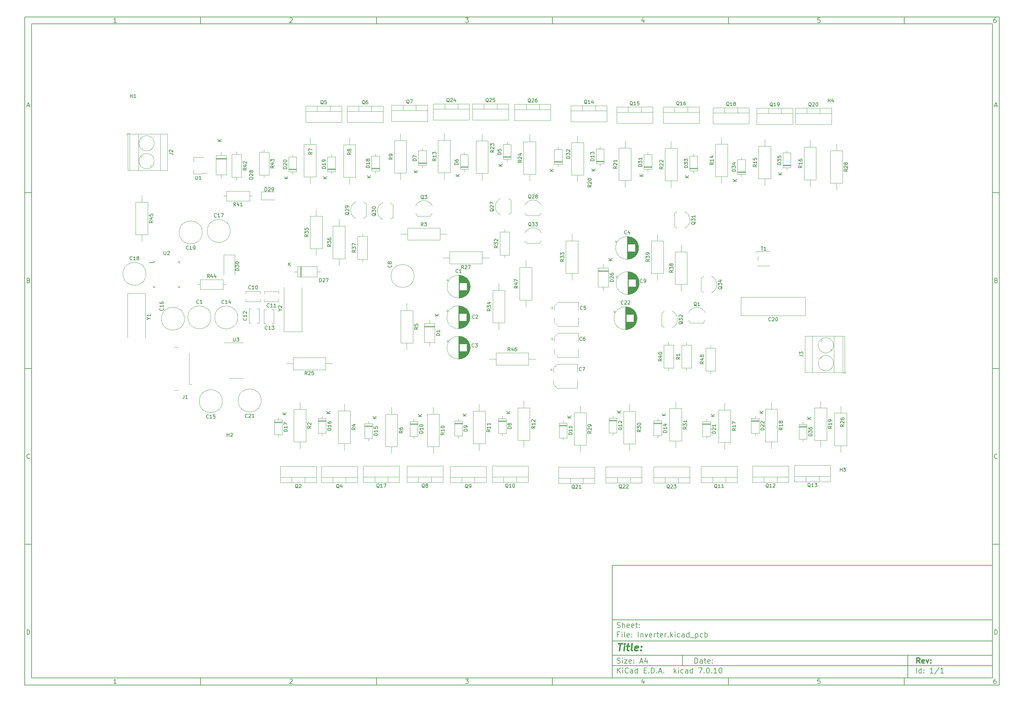
<source format=gbr>
%TF.GenerationSoftware,KiCad,Pcbnew,7.0.10*%
%TF.CreationDate,2024-05-18T21:04:01+03:00*%
%TF.ProjectId,Inverter,496e7665-7274-4657-922e-6b696361645f,rev?*%
%TF.SameCoordinates,Original*%
%TF.FileFunction,Legend,Top*%
%TF.FilePolarity,Positive*%
%FSLAX46Y46*%
G04 Gerber Fmt 4.6, Leading zero omitted, Abs format (unit mm)*
G04 Created by KiCad (PCBNEW 7.0.10) date 2024-05-18 21:04:01*
%MOMM*%
%LPD*%
G01*
G04 APERTURE LIST*
%ADD10C,0.100000*%
%ADD11C,0.150000*%
%ADD12C,0.300000*%
%ADD13C,0.400000*%
%ADD14C,0.120000*%
G04 APERTURE END LIST*
D10*
D11*
X177002200Y-166007200D02*
X285002200Y-166007200D01*
X285002200Y-198007200D01*
X177002200Y-198007200D01*
X177002200Y-166007200D01*
D10*
D11*
X10000000Y-10000000D02*
X287002200Y-10000000D01*
X287002200Y-200007200D01*
X10000000Y-200007200D01*
X10000000Y-10000000D01*
D10*
D11*
X12000000Y-12000000D02*
X285002200Y-12000000D01*
X285002200Y-198007200D01*
X12000000Y-198007200D01*
X12000000Y-12000000D01*
D10*
D11*
X60000000Y-12000000D02*
X60000000Y-10000000D01*
D10*
D11*
X110000000Y-12000000D02*
X110000000Y-10000000D01*
D10*
D11*
X160000000Y-12000000D02*
X160000000Y-10000000D01*
D10*
D11*
X210000000Y-12000000D02*
X210000000Y-10000000D01*
D10*
D11*
X260000000Y-12000000D02*
X260000000Y-10000000D01*
D10*
D11*
X36089160Y-11593604D02*
X35346303Y-11593604D01*
X35717731Y-11593604D02*
X35717731Y-10293604D01*
X35717731Y-10293604D02*
X35593922Y-10479319D01*
X35593922Y-10479319D02*
X35470112Y-10603128D01*
X35470112Y-10603128D02*
X35346303Y-10665033D01*
D10*
D11*
X85346303Y-10417414D02*
X85408207Y-10355509D01*
X85408207Y-10355509D02*
X85532017Y-10293604D01*
X85532017Y-10293604D02*
X85841541Y-10293604D01*
X85841541Y-10293604D02*
X85965350Y-10355509D01*
X85965350Y-10355509D02*
X86027255Y-10417414D01*
X86027255Y-10417414D02*
X86089160Y-10541223D01*
X86089160Y-10541223D02*
X86089160Y-10665033D01*
X86089160Y-10665033D02*
X86027255Y-10850747D01*
X86027255Y-10850747D02*
X85284398Y-11593604D01*
X85284398Y-11593604D02*
X86089160Y-11593604D01*
D10*
D11*
X135284398Y-10293604D02*
X136089160Y-10293604D01*
X136089160Y-10293604D02*
X135655826Y-10788842D01*
X135655826Y-10788842D02*
X135841541Y-10788842D01*
X135841541Y-10788842D02*
X135965350Y-10850747D01*
X135965350Y-10850747D02*
X136027255Y-10912652D01*
X136027255Y-10912652D02*
X136089160Y-11036461D01*
X136089160Y-11036461D02*
X136089160Y-11345985D01*
X136089160Y-11345985D02*
X136027255Y-11469795D01*
X136027255Y-11469795D02*
X135965350Y-11531700D01*
X135965350Y-11531700D02*
X135841541Y-11593604D01*
X135841541Y-11593604D02*
X135470112Y-11593604D01*
X135470112Y-11593604D02*
X135346303Y-11531700D01*
X135346303Y-11531700D02*
X135284398Y-11469795D01*
D10*
D11*
X185965350Y-10726938D02*
X185965350Y-11593604D01*
X185655826Y-10231700D02*
X185346303Y-11160271D01*
X185346303Y-11160271D02*
X186151064Y-11160271D01*
D10*
D11*
X236027255Y-10293604D02*
X235408207Y-10293604D01*
X235408207Y-10293604D02*
X235346303Y-10912652D01*
X235346303Y-10912652D02*
X235408207Y-10850747D01*
X235408207Y-10850747D02*
X235532017Y-10788842D01*
X235532017Y-10788842D02*
X235841541Y-10788842D01*
X235841541Y-10788842D02*
X235965350Y-10850747D01*
X235965350Y-10850747D02*
X236027255Y-10912652D01*
X236027255Y-10912652D02*
X236089160Y-11036461D01*
X236089160Y-11036461D02*
X236089160Y-11345985D01*
X236089160Y-11345985D02*
X236027255Y-11469795D01*
X236027255Y-11469795D02*
X235965350Y-11531700D01*
X235965350Y-11531700D02*
X235841541Y-11593604D01*
X235841541Y-11593604D02*
X235532017Y-11593604D01*
X235532017Y-11593604D02*
X235408207Y-11531700D01*
X235408207Y-11531700D02*
X235346303Y-11469795D01*
D10*
D11*
X285965350Y-10293604D02*
X285717731Y-10293604D01*
X285717731Y-10293604D02*
X285593922Y-10355509D01*
X285593922Y-10355509D02*
X285532017Y-10417414D01*
X285532017Y-10417414D02*
X285408207Y-10603128D01*
X285408207Y-10603128D02*
X285346303Y-10850747D01*
X285346303Y-10850747D02*
X285346303Y-11345985D01*
X285346303Y-11345985D02*
X285408207Y-11469795D01*
X285408207Y-11469795D02*
X285470112Y-11531700D01*
X285470112Y-11531700D02*
X285593922Y-11593604D01*
X285593922Y-11593604D02*
X285841541Y-11593604D01*
X285841541Y-11593604D02*
X285965350Y-11531700D01*
X285965350Y-11531700D02*
X286027255Y-11469795D01*
X286027255Y-11469795D02*
X286089160Y-11345985D01*
X286089160Y-11345985D02*
X286089160Y-11036461D01*
X286089160Y-11036461D02*
X286027255Y-10912652D01*
X286027255Y-10912652D02*
X285965350Y-10850747D01*
X285965350Y-10850747D02*
X285841541Y-10788842D01*
X285841541Y-10788842D02*
X285593922Y-10788842D01*
X285593922Y-10788842D02*
X285470112Y-10850747D01*
X285470112Y-10850747D02*
X285408207Y-10912652D01*
X285408207Y-10912652D02*
X285346303Y-11036461D01*
D10*
D11*
X60000000Y-198007200D02*
X60000000Y-200007200D01*
D10*
D11*
X110000000Y-198007200D02*
X110000000Y-200007200D01*
D10*
D11*
X160000000Y-198007200D02*
X160000000Y-200007200D01*
D10*
D11*
X210000000Y-198007200D02*
X210000000Y-200007200D01*
D10*
D11*
X260000000Y-198007200D02*
X260000000Y-200007200D01*
D10*
D11*
X36089160Y-199600804D02*
X35346303Y-199600804D01*
X35717731Y-199600804D02*
X35717731Y-198300804D01*
X35717731Y-198300804D02*
X35593922Y-198486519D01*
X35593922Y-198486519D02*
X35470112Y-198610328D01*
X35470112Y-198610328D02*
X35346303Y-198672233D01*
D10*
D11*
X85346303Y-198424614D02*
X85408207Y-198362709D01*
X85408207Y-198362709D02*
X85532017Y-198300804D01*
X85532017Y-198300804D02*
X85841541Y-198300804D01*
X85841541Y-198300804D02*
X85965350Y-198362709D01*
X85965350Y-198362709D02*
X86027255Y-198424614D01*
X86027255Y-198424614D02*
X86089160Y-198548423D01*
X86089160Y-198548423D02*
X86089160Y-198672233D01*
X86089160Y-198672233D02*
X86027255Y-198857947D01*
X86027255Y-198857947D02*
X85284398Y-199600804D01*
X85284398Y-199600804D02*
X86089160Y-199600804D01*
D10*
D11*
X135284398Y-198300804D02*
X136089160Y-198300804D01*
X136089160Y-198300804D02*
X135655826Y-198796042D01*
X135655826Y-198796042D02*
X135841541Y-198796042D01*
X135841541Y-198796042D02*
X135965350Y-198857947D01*
X135965350Y-198857947D02*
X136027255Y-198919852D01*
X136027255Y-198919852D02*
X136089160Y-199043661D01*
X136089160Y-199043661D02*
X136089160Y-199353185D01*
X136089160Y-199353185D02*
X136027255Y-199476995D01*
X136027255Y-199476995D02*
X135965350Y-199538900D01*
X135965350Y-199538900D02*
X135841541Y-199600804D01*
X135841541Y-199600804D02*
X135470112Y-199600804D01*
X135470112Y-199600804D02*
X135346303Y-199538900D01*
X135346303Y-199538900D02*
X135284398Y-199476995D01*
D10*
D11*
X185965350Y-198734138D02*
X185965350Y-199600804D01*
X185655826Y-198238900D02*
X185346303Y-199167471D01*
X185346303Y-199167471D02*
X186151064Y-199167471D01*
D10*
D11*
X236027255Y-198300804D02*
X235408207Y-198300804D01*
X235408207Y-198300804D02*
X235346303Y-198919852D01*
X235346303Y-198919852D02*
X235408207Y-198857947D01*
X235408207Y-198857947D02*
X235532017Y-198796042D01*
X235532017Y-198796042D02*
X235841541Y-198796042D01*
X235841541Y-198796042D02*
X235965350Y-198857947D01*
X235965350Y-198857947D02*
X236027255Y-198919852D01*
X236027255Y-198919852D02*
X236089160Y-199043661D01*
X236089160Y-199043661D02*
X236089160Y-199353185D01*
X236089160Y-199353185D02*
X236027255Y-199476995D01*
X236027255Y-199476995D02*
X235965350Y-199538900D01*
X235965350Y-199538900D02*
X235841541Y-199600804D01*
X235841541Y-199600804D02*
X235532017Y-199600804D01*
X235532017Y-199600804D02*
X235408207Y-199538900D01*
X235408207Y-199538900D02*
X235346303Y-199476995D01*
D10*
D11*
X285965350Y-198300804D02*
X285717731Y-198300804D01*
X285717731Y-198300804D02*
X285593922Y-198362709D01*
X285593922Y-198362709D02*
X285532017Y-198424614D01*
X285532017Y-198424614D02*
X285408207Y-198610328D01*
X285408207Y-198610328D02*
X285346303Y-198857947D01*
X285346303Y-198857947D02*
X285346303Y-199353185D01*
X285346303Y-199353185D02*
X285408207Y-199476995D01*
X285408207Y-199476995D02*
X285470112Y-199538900D01*
X285470112Y-199538900D02*
X285593922Y-199600804D01*
X285593922Y-199600804D02*
X285841541Y-199600804D01*
X285841541Y-199600804D02*
X285965350Y-199538900D01*
X285965350Y-199538900D02*
X286027255Y-199476995D01*
X286027255Y-199476995D02*
X286089160Y-199353185D01*
X286089160Y-199353185D02*
X286089160Y-199043661D01*
X286089160Y-199043661D02*
X286027255Y-198919852D01*
X286027255Y-198919852D02*
X285965350Y-198857947D01*
X285965350Y-198857947D02*
X285841541Y-198796042D01*
X285841541Y-198796042D02*
X285593922Y-198796042D01*
X285593922Y-198796042D02*
X285470112Y-198857947D01*
X285470112Y-198857947D02*
X285408207Y-198919852D01*
X285408207Y-198919852D02*
X285346303Y-199043661D01*
D10*
D11*
X10000000Y-60000000D02*
X12000000Y-60000000D01*
D10*
D11*
X10000000Y-110000000D02*
X12000000Y-110000000D01*
D10*
D11*
X10000000Y-160000000D02*
X12000000Y-160000000D01*
D10*
D11*
X10690476Y-35222176D02*
X11309523Y-35222176D01*
X10566666Y-35593604D02*
X10999999Y-34293604D01*
X10999999Y-34293604D02*
X11433333Y-35593604D01*
D10*
D11*
X11092857Y-84912652D02*
X11278571Y-84974557D01*
X11278571Y-84974557D02*
X11340476Y-85036461D01*
X11340476Y-85036461D02*
X11402380Y-85160271D01*
X11402380Y-85160271D02*
X11402380Y-85345985D01*
X11402380Y-85345985D02*
X11340476Y-85469795D01*
X11340476Y-85469795D02*
X11278571Y-85531700D01*
X11278571Y-85531700D02*
X11154761Y-85593604D01*
X11154761Y-85593604D02*
X10659523Y-85593604D01*
X10659523Y-85593604D02*
X10659523Y-84293604D01*
X10659523Y-84293604D02*
X11092857Y-84293604D01*
X11092857Y-84293604D02*
X11216666Y-84355509D01*
X11216666Y-84355509D02*
X11278571Y-84417414D01*
X11278571Y-84417414D02*
X11340476Y-84541223D01*
X11340476Y-84541223D02*
X11340476Y-84665033D01*
X11340476Y-84665033D02*
X11278571Y-84788842D01*
X11278571Y-84788842D02*
X11216666Y-84850747D01*
X11216666Y-84850747D02*
X11092857Y-84912652D01*
X11092857Y-84912652D02*
X10659523Y-84912652D01*
D10*
D11*
X11402380Y-135469795D02*
X11340476Y-135531700D01*
X11340476Y-135531700D02*
X11154761Y-135593604D01*
X11154761Y-135593604D02*
X11030952Y-135593604D01*
X11030952Y-135593604D02*
X10845238Y-135531700D01*
X10845238Y-135531700D02*
X10721428Y-135407890D01*
X10721428Y-135407890D02*
X10659523Y-135284080D01*
X10659523Y-135284080D02*
X10597619Y-135036461D01*
X10597619Y-135036461D02*
X10597619Y-134850747D01*
X10597619Y-134850747D02*
X10659523Y-134603128D01*
X10659523Y-134603128D02*
X10721428Y-134479319D01*
X10721428Y-134479319D02*
X10845238Y-134355509D01*
X10845238Y-134355509D02*
X11030952Y-134293604D01*
X11030952Y-134293604D02*
X11154761Y-134293604D01*
X11154761Y-134293604D02*
X11340476Y-134355509D01*
X11340476Y-134355509D02*
X11402380Y-134417414D01*
D10*
D11*
X10659523Y-185593604D02*
X10659523Y-184293604D01*
X10659523Y-184293604D02*
X10969047Y-184293604D01*
X10969047Y-184293604D02*
X11154761Y-184355509D01*
X11154761Y-184355509D02*
X11278571Y-184479319D01*
X11278571Y-184479319D02*
X11340476Y-184603128D01*
X11340476Y-184603128D02*
X11402380Y-184850747D01*
X11402380Y-184850747D02*
X11402380Y-185036461D01*
X11402380Y-185036461D02*
X11340476Y-185284080D01*
X11340476Y-185284080D02*
X11278571Y-185407890D01*
X11278571Y-185407890D02*
X11154761Y-185531700D01*
X11154761Y-185531700D02*
X10969047Y-185593604D01*
X10969047Y-185593604D02*
X10659523Y-185593604D01*
D10*
D11*
X287002200Y-60000000D02*
X285002200Y-60000000D01*
D10*
D11*
X287002200Y-110000000D02*
X285002200Y-110000000D01*
D10*
D11*
X287002200Y-160000000D02*
X285002200Y-160000000D01*
D10*
D11*
X285692676Y-35222176D02*
X286311723Y-35222176D01*
X285568866Y-35593604D02*
X286002199Y-34293604D01*
X286002199Y-34293604D02*
X286435533Y-35593604D01*
D10*
D11*
X286095057Y-84912652D02*
X286280771Y-84974557D01*
X286280771Y-84974557D02*
X286342676Y-85036461D01*
X286342676Y-85036461D02*
X286404580Y-85160271D01*
X286404580Y-85160271D02*
X286404580Y-85345985D01*
X286404580Y-85345985D02*
X286342676Y-85469795D01*
X286342676Y-85469795D02*
X286280771Y-85531700D01*
X286280771Y-85531700D02*
X286156961Y-85593604D01*
X286156961Y-85593604D02*
X285661723Y-85593604D01*
X285661723Y-85593604D02*
X285661723Y-84293604D01*
X285661723Y-84293604D02*
X286095057Y-84293604D01*
X286095057Y-84293604D02*
X286218866Y-84355509D01*
X286218866Y-84355509D02*
X286280771Y-84417414D01*
X286280771Y-84417414D02*
X286342676Y-84541223D01*
X286342676Y-84541223D02*
X286342676Y-84665033D01*
X286342676Y-84665033D02*
X286280771Y-84788842D01*
X286280771Y-84788842D02*
X286218866Y-84850747D01*
X286218866Y-84850747D02*
X286095057Y-84912652D01*
X286095057Y-84912652D02*
X285661723Y-84912652D01*
D10*
D11*
X286404580Y-135469795D02*
X286342676Y-135531700D01*
X286342676Y-135531700D02*
X286156961Y-135593604D01*
X286156961Y-135593604D02*
X286033152Y-135593604D01*
X286033152Y-135593604D02*
X285847438Y-135531700D01*
X285847438Y-135531700D02*
X285723628Y-135407890D01*
X285723628Y-135407890D02*
X285661723Y-135284080D01*
X285661723Y-135284080D02*
X285599819Y-135036461D01*
X285599819Y-135036461D02*
X285599819Y-134850747D01*
X285599819Y-134850747D02*
X285661723Y-134603128D01*
X285661723Y-134603128D02*
X285723628Y-134479319D01*
X285723628Y-134479319D02*
X285847438Y-134355509D01*
X285847438Y-134355509D02*
X286033152Y-134293604D01*
X286033152Y-134293604D02*
X286156961Y-134293604D01*
X286156961Y-134293604D02*
X286342676Y-134355509D01*
X286342676Y-134355509D02*
X286404580Y-134417414D01*
D10*
D11*
X285661723Y-185593604D02*
X285661723Y-184293604D01*
X285661723Y-184293604D02*
X285971247Y-184293604D01*
X285971247Y-184293604D02*
X286156961Y-184355509D01*
X286156961Y-184355509D02*
X286280771Y-184479319D01*
X286280771Y-184479319D02*
X286342676Y-184603128D01*
X286342676Y-184603128D02*
X286404580Y-184850747D01*
X286404580Y-184850747D02*
X286404580Y-185036461D01*
X286404580Y-185036461D02*
X286342676Y-185284080D01*
X286342676Y-185284080D02*
X286280771Y-185407890D01*
X286280771Y-185407890D02*
X286156961Y-185531700D01*
X286156961Y-185531700D02*
X285971247Y-185593604D01*
X285971247Y-185593604D02*
X285661723Y-185593604D01*
D10*
D11*
X200458026Y-193793328D02*
X200458026Y-192293328D01*
X200458026Y-192293328D02*
X200815169Y-192293328D01*
X200815169Y-192293328D02*
X201029455Y-192364757D01*
X201029455Y-192364757D02*
X201172312Y-192507614D01*
X201172312Y-192507614D02*
X201243741Y-192650471D01*
X201243741Y-192650471D02*
X201315169Y-192936185D01*
X201315169Y-192936185D02*
X201315169Y-193150471D01*
X201315169Y-193150471D02*
X201243741Y-193436185D01*
X201243741Y-193436185D02*
X201172312Y-193579042D01*
X201172312Y-193579042D02*
X201029455Y-193721900D01*
X201029455Y-193721900D02*
X200815169Y-193793328D01*
X200815169Y-193793328D02*
X200458026Y-193793328D01*
X202600884Y-193793328D02*
X202600884Y-193007614D01*
X202600884Y-193007614D02*
X202529455Y-192864757D01*
X202529455Y-192864757D02*
X202386598Y-192793328D01*
X202386598Y-192793328D02*
X202100884Y-192793328D01*
X202100884Y-192793328D02*
X201958026Y-192864757D01*
X202600884Y-193721900D02*
X202458026Y-193793328D01*
X202458026Y-193793328D02*
X202100884Y-193793328D01*
X202100884Y-193793328D02*
X201958026Y-193721900D01*
X201958026Y-193721900D02*
X201886598Y-193579042D01*
X201886598Y-193579042D02*
X201886598Y-193436185D01*
X201886598Y-193436185D02*
X201958026Y-193293328D01*
X201958026Y-193293328D02*
X202100884Y-193221900D01*
X202100884Y-193221900D02*
X202458026Y-193221900D01*
X202458026Y-193221900D02*
X202600884Y-193150471D01*
X203100884Y-192793328D02*
X203672312Y-192793328D01*
X203315169Y-192293328D02*
X203315169Y-193579042D01*
X203315169Y-193579042D02*
X203386598Y-193721900D01*
X203386598Y-193721900D02*
X203529455Y-193793328D01*
X203529455Y-193793328D02*
X203672312Y-193793328D01*
X204743741Y-193721900D02*
X204600884Y-193793328D01*
X204600884Y-193793328D02*
X204315170Y-193793328D01*
X204315170Y-193793328D02*
X204172312Y-193721900D01*
X204172312Y-193721900D02*
X204100884Y-193579042D01*
X204100884Y-193579042D02*
X204100884Y-193007614D01*
X204100884Y-193007614D02*
X204172312Y-192864757D01*
X204172312Y-192864757D02*
X204315170Y-192793328D01*
X204315170Y-192793328D02*
X204600884Y-192793328D01*
X204600884Y-192793328D02*
X204743741Y-192864757D01*
X204743741Y-192864757D02*
X204815170Y-193007614D01*
X204815170Y-193007614D02*
X204815170Y-193150471D01*
X204815170Y-193150471D02*
X204100884Y-193293328D01*
X205458026Y-193650471D02*
X205529455Y-193721900D01*
X205529455Y-193721900D02*
X205458026Y-193793328D01*
X205458026Y-193793328D02*
X205386598Y-193721900D01*
X205386598Y-193721900D02*
X205458026Y-193650471D01*
X205458026Y-193650471D02*
X205458026Y-193793328D01*
X205458026Y-192864757D02*
X205529455Y-192936185D01*
X205529455Y-192936185D02*
X205458026Y-193007614D01*
X205458026Y-193007614D02*
X205386598Y-192936185D01*
X205386598Y-192936185D02*
X205458026Y-192864757D01*
X205458026Y-192864757D02*
X205458026Y-193007614D01*
D10*
D11*
X177002200Y-194507200D02*
X285002200Y-194507200D01*
D10*
D11*
X178458026Y-196593328D02*
X178458026Y-195093328D01*
X179315169Y-196593328D02*
X178672312Y-195736185D01*
X179315169Y-195093328D02*
X178458026Y-195950471D01*
X179958026Y-196593328D02*
X179958026Y-195593328D01*
X179958026Y-195093328D02*
X179886598Y-195164757D01*
X179886598Y-195164757D02*
X179958026Y-195236185D01*
X179958026Y-195236185D02*
X180029455Y-195164757D01*
X180029455Y-195164757D02*
X179958026Y-195093328D01*
X179958026Y-195093328D02*
X179958026Y-195236185D01*
X181529455Y-196450471D02*
X181458027Y-196521900D01*
X181458027Y-196521900D02*
X181243741Y-196593328D01*
X181243741Y-196593328D02*
X181100884Y-196593328D01*
X181100884Y-196593328D02*
X180886598Y-196521900D01*
X180886598Y-196521900D02*
X180743741Y-196379042D01*
X180743741Y-196379042D02*
X180672312Y-196236185D01*
X180672312Y-196236185D02*
X180600884Y-195950471D01*
X180600884Y-195950471D02*
X180600884Y-195736185D01*
X180600884Y-195736185D02*
X180672312Y-195450471D01*
X180672312Y-195450471D02*
X180743741Y-195307614D01*
X180743741Y-195307614D02*
X180886598Y-195164757D01*
X180886598Y-195164757D02*
X181100884Y-195093328D01*
X181100884Y-195093328D02*
X181243741Y-195093328D01*
X181243741Y-195093328D02*
X181458027Y-195164757D01*
X181458027Y-195164757D02*
X181529455Y-195236185D01*
X182815170Y-196593328D02*
X182815170Y-195807614D01*
X182815170Y-195807614D02*
X182743741Y-195664757D01*
X182743741Y-195664757D02*
X182600884Y-195593328D01*
X182600884Y-195593328D02*
X182315170Y-195593328D01*
X182315170Y-195593328D02*
X182172312Y-195664757D01*
X182815170Y-196521900D02*
X182672312Y-196593328D01*
X182672312Y-196593328D02*
X182315170Y-196593328D01*
X182315170Y-196593328D02*
X182172312Y-196521900D01*
X182172312Y-196521900D02*
X182100884Y-196379042D01*
X182100884Y-196379042D02*
X182100884Y-196236185D01*
X182100884Y-196236185D02*
X182172312Y-196093328D01*
X182172312Y-196093328D02*
X182315170Y-196021900D01*
X182315170Y-196021900D02*
X182672312Y-196021900D01*
X182672312Y-196021900D02*
X182815170Y-195950471D01*
X184172313Y-196593328D02*
X184172313Y-195093328D01*
X184172313Y-196521900D02*
X184029455Y-196593328D01*
X184029455Y-196593328D02*
X183743741Y-196593328D01*
X183743741Y-196593328D02*
X183600884Y-196521900D01*
X183600884Y-196521900D02*
X183529455Y-196450471D01*
X183529455Y-196450471D02*
X183458027Y-196307614D01*
X183458027Y-196307614D02*
X183458027Y-195879042D01*
X183458027Y-195879042D02*
X183529455Y-195736185D01*
X183529455Y-195736185D02*
X183600884Y-195664757D01*
X183600884Y-195664757D02*
X183743741Y-195593328D01*
X183743741Y-195593328D02*
X184029455Y-195593328D01*
X184029455Y-195593328D02*
X184172313Y-195664757D01*
X186029455Y-195807614D02*
X186529455Y-195807614D01*
X186743741Y-196593328D02*
X186029455Y-196593328D01*
X186029455Y-196593328D02*
X186029455Y-195093328D01*
X186029455Y-195093328D02*
X186743741Y-195093328D01*
X187386598Y-196450471D02*
X187458027Y-196521900D01*
X187458027Y-196521900D02*
X187386598Y-196593328D01*
X187386598Y-196593328D02*
X187315170Y-196521900D01*
X187315170Y-196521900D02*
X187386598Y-196450471D01*
X187386598Y-196450471D02*
X187386598Y-196593328D01*
X188100884Y-196593328D02*
X188100884Y-195093328D01*
X188100884Y-195093328D02*
X188458027Y-195093328D01*
X188458027Y-195093328D02*
X188672313Y-195164757D01*
X188672313Y-195164757D02*
X188815170Y-195307614D01*
X188815170Y-195307614D02*
X188886599Y-195450471D01*
X188886599Y-195450471D02*
X188958027Y-195736185D01*
X188958027Y-195736185D02*
X188958027Y-195950471D01*
X188958027Y-195950471D02*
X188886599Y-196236185D01*
X188886599Y-196236185D02*
X188815170Y-196379042D01*
X188815170Y-196379042D02*
X188672313Y-196521900D01*
X188672313Y-196521900D02*
X188458027Y-196593328D01*
X188458027Y-196593328D02*
X188100884Y-196593328D01*
X189600884Y-196450471D02*
X189672313Y-196521900D01*
X189672313Y-196521900D02*
X189600884Y-196593328D01*
X189600884Y-196593328D02*
X189529456Y-196521900D01*
X189529456Y-196521900D02*
X189600884Y-196450471D01*
X189600884Y-196450471D02*
X189600884Y-196593328D01*
X190243742Y-196164757D02*
X190958028Y-196164757D01*
X190100885Y-196593328D02*
X190600885Y-195093328D01*
X190600885Y-195093328D02*
X191100885Y-196593328D01*
X191600884Y-196450471D02*
X191672313Y-196521900D01*
X191672313Y-196521900D02*
X191600884Y-196593328D01*
X191600884Y-196593328D02*
X191529456Y-196521900D01*
X191529456Y-196521900D02*
X191600884Y-196450471D01*
X191600884Y-196450471D02*
X191600884Y-196593328D01*
X194600884Y-196593328D02*
X194600884Y-195093328D01*
X194743742Y-196021900D02*
X195172313Y-196593328D01*
X195172313Y-195593328D02*
X194600884Y-196164757D01*
X195815170Y-196593328D02*
X195815170Y-195593328D01*
X195815170Y-195093328D02*
X195743742Y-195164757D01*
X195743742Y-195164757D02*
X195815170Y-195236185D01*
X195815170Y-195236185D02*
X195886599Y-195164757D01*
X195886599Y-195164757D02*
X195815170Y-195093328D01*
X195815170Y-195093328D02*
X195815170Y-195236185D01*
X197172314Y-196521900D02*
X197029456Y-196593328D01*
X197029456Y-196593328D02*
X196743742Y-196593328D01*
X196743742Y-196593328D02*
X196600885Y-196521900D01*
X196600885Y-196521900D02*
X196529456Y-196450471D01*
X196529456Y-196450471D02*
X196458028Y-196307614D01*
X196458028Y-196307614D02*
X196458028Y-195879042D01*
X196458028Y-195879042D02*
X196529456Y-195736185D01*
X196529456Y-195736185D02*
X196600885Y-195664757D01*
X196600885Y-195664757D02*
X196743742Y-195593328D01*
X196743742Y-195593328D02*
X197029456Y-195593328D01*
X197029456Y-195593328D02*
X197172314Y-195664757D01*
X198458028Y-196593328D02*
X198458028Y-195807614D01*
X198458028Y-195807614D02*
X198386599Y-195664757D01*
X198386599Y-195664757D02*
X198243742Y-195593328D01*
X198243742Y-195593328D02*
X197958028Y-195593328D01*
X197958028Y-195593328D02*
X197815170Y-195664757D01*
X198458028Y-196521900D02*
X198315170Y-196593328D01*
X198315170Y-196593328D02*
X197958028Y-196593328D01*
X197958028Y-196593328D02*
X197815170Y-196521900D01*
X197815170Y-196521900D02*
X197743742Y-196379042D01*
X197743742Y-196379042D02*
X197743742Y-196236185D01*
X197743742Y-196236185D02*
X197815170Y-196093328D01*
X197815170Y-196093328D02*
X197958028Y-196021900D01*
X197958028Y-196021900D02*
X198315170Y-196021900D01*
X198315170Y-196021900D02*
X198458028Y-195950471D01*
X199815171Y-196593328D02*
X199815171Y-195093328D01*
X199815171Y-196521900D02*
X199672313Y-196593328D01*
X199672313Y-196593328D02*
X199386599Y-196593328D01*
X199386599Y-196593328D02*
X199243742Y-196521900D01*
X199243742Y-196521900D02*
X199172313Y-196450471D01*
X199172313Y-196450471D02*
X199100885Y-196307614D01*
X199100885Y-196307614D02*
X199100885Y-195879042D01*
X199100885Y-195879042D02*
X199172313Y-195736185D01*
X199172313Y-195736185D02*
X199243742Y-195664757D01*
X199243742Y-195664757D02*
X199386599Y-195593328D01*
X199386599Y-195593328D02*
X199672313Y-195593328D01*
X199672313Y-195593328D02*
X199815171Y-195664757D01*
X201529456Y-195093328D02*
X202529456Y-195093328D01*
X202529456Y-195093328D02*
X201886599Y-196593328D01*
X203100884Y-196450471D02*
X203172313Y-196521900D01*
X203172313Y-196521900D02*
X203100884Y-196593328D01*
X203100884Y-196593328D02*
X203029456Y-196521900D01*
X203029456Y-196521900D02*
X203100884Y-196450471D01*
X203100884Y-196450471D02*
X203100884Y-196593328D01*
X204100885Y-195093328D02*
X204243742Y-195093328D01*
X204243742Y-195093328D02*
X204386599Y-195164757D01*
X204386599Y-195164757D02*
X204458028Y-195236185D01*
X204458028Y-195236185D02*
X204529456Y-195379042D01*
X204529456Y-195379042D02*
X204600885Y-195664757D01*
X204600885Y-195664757D02*
X204600885Y-196021900D01*
X204600885Y-196021900D02*
X204529456Y-196307614D01*
X204529456Y-196307614D02*
X204458028Y-196450471D01*
X204458028Y-196450471D02*
X204386599Y-196521900D01*
X204386599Y-196521900D02*
X204243742Y-196593328D01*
X204243742Y-196593328D02*
X204100885Y-196593328D01*
X204100885Y-196593328D02*
X203958028Y-196521900D01*
X203958028Y-196521900D02*
X203886599Y-196450471D01*
X203886599Y-196450471D02*
X203815170Y-196307614D01*
X203815170Y-196307614D02*
X203743742Y-196021900D01*
X203743742Y-196021900D02*
X203743742Y-195664757D01*
X203743742Y-195664757D02*
X203815170Y-195379042D01*
X203815170Y-195379042D02*
X203886599Y-195236185D01*
X203886599Y-195236185D02*
X203958028Y-195164757D01*
X203958028Y-195164757D02*
X204100885Y-195093328D01*
X205243741Y-196450471D02*
X205315170Y-196521900D01*
X205315170Y-196521900D02*
X205243741Y-196593328D01*
X205243741Y-196593328D02*
X205172313Y-196521900D01*
X205172313Y-196521900D02*
X205243741Y-196450471D01*
X205243741Y-196450471D02*
X205243741Y-196593328D01*
X206743742Y-196593328D02*
X205886599Y-196593328D01*
X206315170Y-196593328D02*
X206315170Y-195093328D01*
X206315170Y-195093328D02*
X206172313Y-195307614D01*
X206172313Y-195307614D02*
X206029456Y-195450471D01*
X206029456Y-195450471D02*
X205886599Y-195521900D01*
X207672313Y-195093328D02*
X207815170Y-195093328D01*
X207815170Y-195093328D02*
X207958027Y-195164757D01*
X207958027Y-195164757D02*
X208029456Y-195236185D01*
X208029456Y-195236185D02*
X208100884Y-195379042D01*
X208100884Y-195379042D02*
X208172313Y-195664757D01*
X208172313Y-195664757D02*
X208172313Y-196021900D01*
X208172313Y-196021900D02*
X208100884Y-196307614D01*
X208100884Y-196307614D02*
X208029456Y-196450471D01*
X208029456Y-196450471D02*
X207958027Y-196521900D01*
X207958027Y-196521900D02*
X207815170Y-196593328D01*
X207815170Y-196593328D02*
X207672313Y-196593328D01*
X207672313Y-196593328D02*
X207529456Y-196521900D01*
X207529456Y-196521900D02*
X207458027Y-196450471D01*
X207458027Y-196450471D02*
X207386598Y-196307614D01*
X207386598Y-196307614D02*
X207315170Y-196021900D01*
X207315170Y-196021900D02*
X207315170Y-195664757D01*
X207315170Y-195664757D02*
X207386598Y-195379042D01*
X207386598Y-195379042D02*
X207458027Y-195236185D01*
X207458027Y-195236185D02*
X207529456Y-195164757D01*
X207529456Y-195164757D02*
X207672313Y-195093328D01*
D10*
D11*
X177002200Y-191507200D02*
X285002200Y-191507200D01*
D10*
D12*
X264413853Y-193785528D02*
X263913853Y-193071242D01*
X263556710Y-193785528D02*
X263556710Y-192285528D01*
X263556710Y-192285528D02*
X264128139Y-192285528D01*
X264128139Y-192285528D02*
X264270996Y-192356957D01*
X264270996Y-192356957D02*
X264342425Y-192428385D01*
X264342425Y-192428385D02*
X264413853Y-192571242D01*
X264413853Y-192571242D02*
X264413853Y-192785528D01*
X264413853Y-192785528D02*
X264342425Y-192928385D01*
X264342425Y-192928385D02*
X264270996Y-192999814D01*
X264270996Y-192999814D02*
X264128139Y-193071242D01*
X264128139Y-193071242D02*
X263556710Y-193071242D01*
X265628139Y-193714100D02*
X265485282Y-193785528D01*
X265485282Y-193785528D02*
X265199568Y-193785528D01*
X265199568Y-193785528D02*
X265056710Y-193714100D01*
X265056710Y-193714100D02*
X264985282Y-193571242D01*
X264985282Y-193571242D02*
X264985282Y-192999814D01*
X264985282Y-192999814D02*
X265056710Y-192856957D01*
X265056710Y-192856957D02*
X265199568Y-192785528D01*
X265199568Y-192785528D02*
X265485282Y-192785528D01*
X265485282Y-192785528D02*
X265628139Y-192856957D01*
X265628139Y-192856957D02*
X265699568Y-192999814D01*
X265699568Y-192999814D02*
X265699568Y-193142671D01*
X265699568Y-193142671D02*
X264985282Y-193285528D01*
X266199567Y-192785528D02*
X266556710Y-193785528D01*
X266556710Y-193785528D02*
X266913853Y-192785528D01*
X267485281Y-193642671D02*
X267556710Y-193714100D01*
X267556710Y-193714100D02*
X267485281Y-193785528D01*
X267485281Y-193785528D02*
X267413853Y-193714100D01*
X267413853Y-193714100D02*
X267485281Y-193642671D01*
X267485281Y-193642671D02*
X267485281Y-193785528D01*
X267485281Y-192856957D02*
X267556710Y-192928385D01*
X267556710Y-192928385D02*
X267485281Y-192999814D01*
X267485281Y-192999814D02*
X267413853Y-192928385D01*
X267413853Y-192928385D02*
X267485281Y-192856957D01*
X267485281Y-192856957D02*
X267485281Y-192999814D01*
D10*
D11*
X178386598Y-193721900D02*
X178600884Y-193793328D01*
X178600884Y-193793328D02*
X178958026Y-193793328D01*
X178958026Y-193793328D02*
X179100884Y-193721900D01*
X179100884Y-193721900D02*
X179172312Y-193650471D01*
X179172312Y-193650471D02*
X179243741Y-193507614D01*
X179243741Y-193507614D02*
X179243741Y-193364757D01*
X179243741Y-193364757D02*
X179172312Y-193221900D01*
X179172312Y-193221900D02*
X179100884Y-193150471D01*
X179100884Y-193150471D02*
X178958026Y-193079042D01*
X178958026Y-193079042D02*
X178672312Y-193007614D01*
X178672312Y-193007614D02*
X178529455Y-192936185D01*
X178529455Y-192936185D02*
X178458026Y-192864757D01*
X178458026Y-192864757D02*
X178386598Y-192721900D01*
X178386598Y-192721900D02*
X178386598Y-192579042D01*
X178386598Y-192579042D02*
X178458026Y-192436185D01*
X178458026Y-192436185D02*
X178529455Y-192364757D01*
X178529455Y-192364757D02*
X178672312Y-192293328D01*
X178672312Y-192293328D02*
X179029455Y-192293328D01*
X179029455Y-192293328D02*
X179243741Y-192364757D01*
X179886597Y-193793328D02*
X179886597Y-192793328D01*
X179886597Y-192293328D02*
X179815169Y-192364757D01*
X179815169Y-192364757D02*
X179886597Y-192436185D01*
X179886597Y-192436185D02*
X179958026Y-192364757D01*
X179958026Y-192364757D02*
X179886597Y-192293328D01*
X179886597Y-192293328D02*
X179886597Y-192436185D01*
X180458026Y-192793328D02*
X181243741Y-192793328D01*
X181243741Y-192793328D02*
X180458026Y-193793328D01*
X180458026Y-193793328D02*
X181243741Y-193793328D01*
X182386598Y-193721900D02*
X182243741Y-193793328D01*
X182243741Y-193793328D02*
X181958027Y-193793328D01*
X181958027Y-193793328D02*
X181815169Y-193721900D01*
X181815169Y-193721900D02*
X181743741Y-193579042D01*
X181743741Y-193579042D02*
X181743741Y-193007614D01*
X181743741Y-193007614D02*
X181815169Y-192864757D01*
X181815169Y-192864757D02*
X181958027Y-192793328D01*
X181958027Y-192793328D02*
X182243741Y-192793328D01*
X182243741Y-192793328D02*
X182386598Y-192864757D01*
X182386598Y-192864757D02*
X182458027Y-193007614D01*
X182458027Y-193007614D02*
X182458027Y-193150471D01*
X182458027Y-193150471D02*
X181743741Y-193293328D01*
X183100883Y-193650471D02*
X183172312Y-193721900D01*
X183172312Y-193721900D02*
X183100883Y-193793328D01*
X183100883Y-193793328D02*
X183029455Y-193721900D01*
X183029455Y-193721900D02*
X183100883Y-193650471D01*
X183100883Y-193650471D02*
X183100883Y-193793328D01*
X183100883Y-192864757D02*
X183172312Y-192936185D01*
X183172312Y-192936185D02*
X183100883Y-193007614D01*
X183100883Y-193007614D02*
X183029455Y-192936185D01*
X183029455Y-192936185D02*
X183100883Y-192864757D01*
X183100883Y-192864757D02*
X183100883Y-193007614D01*
X184886598Y-193364757D02*
X185600884Y-193364757D01*
X184743741Y-193793328D02*
X185243741Y-192293328D01*
X185243741Y-192293328D02*
X185743741Y-193793328D01*
X186886598Y-192793328D02*
X186886598Y-193793328D01*
X186529455Y-192221900D02*
X186172312Y-193293328D01*
X186172312Y-193293328D02*
X187100883Y-193293328D01*
D10*
D11*
X263458026Y-196593328D02*
X263458026Y-195093328D01*
X264815170Y-196593328D02*
X264815170Y-195093328D01*
X264815170Y-196521900D02*
X264672312Y-196593328D01*
X264672312Y-196593328D02*
X264386598Y-196593328D01*
X264386598Y-196593328D02*
X264243741Y-196521900D01*
X264243741Y-196521900D02*
X264172312Y-196450471D01*
X264172312Y-196450471D02*
X264100884Y-196307614D01*
X264100884Y-196307614D02*
X264100884Y-195879042D01*
X264100884Y-195879042D02*
X264172312Y-195736185D01*
X264172312Y-195736185D02*
X264243741Y-195664757D01*
X264243741Y-195664757D02*
X264386598Y-195593328D01*
X264386598Y-195593328D02*
X264672312Y-195593328D01*
X264672312Y-195593328D02*
X264815170Y-195664757D01*
X265529455Y-196450471D02*
X265600884Y-196521900D01*
X265600884Y-196521900D02*
X265529455Y-196593328D01*
X265529455Y-196593328D02*
X265458027Y-196521900D01*
X265458027Y-196521900D02*
X265529455Y-196450471D01*
X265529455Y-196450471D02*
X265529455Y-196593328D01*
X265529455Y-195664757D02*
X265600884Y-195736185D01*
X265600884Y-195736185D02*
X265529455Y-195807614D01*
X265529455Y-195807614D02*
X265458027Y-195736185D01*
X265458027Y-195736185D02*
X265529455Y-195664757D01*
X265529455Y-195664757D02*
X265529455Y-195807614D01*
X268172313Y-196593328D02*
X267315170Y-196593328D01*
X267743741Y-196593328D02*
X267743741Y-195093328D01*
X267743741Y-195093328D02*
X267600884Y-195307614D01*
X267600884Y-195307614D02*
X267458027Y-195450471D01*
X267458027Y-195450471D02*
X267315170Y-195521900D01*
X269886598Y-195021900D02*
X268600884Y-196950471D01*
X271172313Y-196593328D02*
X270315170Y-196593328D01*
X270743741Y-196593328D02*
X270743741Y-195093328D01*
X270743741Y-195093328D02*
X270600884Y-195307614D01*
X270600884Y-195307614D02*
X270458027Y-195450471D01*
X270458027Y-195450471D02*
X270315170Y-195521900D01*
D10*
D11*
X177002200Y-187507200D02*
X285002200Y-187507200D01*
D10*
D13*
X178693928Y-188211638D02*
X179836785Y-188211638D01*
X179015357Y-190211638D02*
X179265357Y-188211638D01*
X180253452Y-190211638D02*
X180420119Y-188878304D01*
X180503452Y-188211638D02*
X180396309Y-188306876D01*
X180396309Y-188306876D02*
X180479643Y-188402114D01*
X180479643Y-188402114D02*
X180586786Y-188306876D01*
X180586786Y-188306876D02*
X180503452Y-188211638D01*
X180503452Y-188211638D02*
X180479643Y-188402114D01*
X181086786Y-188878304D02*
X181848690Y-188878304D01*
X181455833Y-188211638D02*
X181241548Y-189925923D01*
X181241548Y-189925923D02*
X181312976Y-190116400D01*
X181312976Y-190116400D02*
X181491548Y-190211638D01*
X181491548Y-190211638D02*
X181682024Y-190211638D01*
X182634405Y-190211638D02*
X182455833Y-190116400D01*
X182455833Y-190116400D02*
X182384405Y-189925923D01*
X182384405Y-189925923D02*
X182598690Y-188211638D01*
X184170119Y-190116400D02*
X183967738Y-190211638D01*
X183967738Y-190211638D02*
X183586785Y-190211638D01*
X183586785Y-190211638D02*
X183408214Y-190116400D01*
X183408214Y-190116400D02*
X183336785Y-189925923D01*
X183336785Y-189925923D02*
X183432024Y-189164019D01*
X183432024Y-189164019D02*
X183551071Y-188973542D01*
X183551071Y-188973542D02*
X183753452Y-188878304D01*
X183753452Y-188878304D02*
X184134404Y-188878304D01*
X184134404Y-188878304D02*
X184312976Y-188973542D01*
X184312976Y-188973542D02*
X184384404Y-189164019D01*
X184384404Y-189164019D02*
X184360595Y-189354495D01*
X184360595Y-189354495D02*
X183384404Y-189544971D01*
X185134405Y-190021161D02*
X185217738Y-190116400D01*
X185217738Y-190116400D02*
X185110595Y-190211638D01*
X185110595Y-190211638D02*
X185027262Y-190116400D01*
X185027262Y-190116400D02*
X185134405Y-190021161D01*
X185134405Y-190021161D02*
X185110595Y-190211638D01*
X185265357Y-188973542D02*
X185348690Y-189068780D01*
X185348690Y-189068780D02*
X185241548Y-189164019D01*
X185241548Y-189164019D02*
X185158214Y-189068780D01*
X185158214Y-189068780D02*
X185265357Y-188973542D01*
X185265357Y-188973542D02*
X185241548Y-189164019D01*
D10*
D11*
X178958026Y-185607614D02*
X178458026Y-185607614D01*
X178458026Y-186393328D02*
X178458026Y-184893328D01*
X178458026Y-184893328D02*
X179172312Y-184893328D01*
X179743740Y-186393328D02*
X179743740Y-185393328D01*
X179743740Y-184893328D02*
X179672312Y-184964757D01*
X179672312Y-184964757D02*
X179743740Y-185036185D01*
X179743740Y-185036185D02*
X179815169Y-184964757D01*
X179815169Y-184964757D02*
X179743740Y-184893328D01*
X179743740Y-184893328D02*
X179743740Y-185036185D01*
X180672312Y-186393328D02*
X180529455Y-186321900D01*
X180529455Y-186321900D02*
X180458026Y-186179042D01*
X180458026Y-186179042D02*
X180458026Y-184893328D01*
X181815169Y-186321900D02*
X181672312Y-186393328D01*
X181672312Y-186393328D02*
X181386598Y-186393328D01*
X181386598Y-186393328D02*
X181243740Y-186321900D01*
X181243740Y-186321900D02*
X181172312Y-186179042D01*
X181172312Y-186179042D02*
X181172312Y-185607614D01*
X181172312Y-185607614D02*
X181243740Y-185464757D01*
X181243740Y-185464757D02*
X181386598Y-185393328D01*
X181386598Y-185393328D02*
X181672312Y-185393328D01*
X181672312Y-185393328D02*
X181815169Y-185464757D01*
X181815169Y-185464757D02*
X181886598Y-185607614D01*
X181886598Y-185607614D02*
X181886598Y-185750471D01*
X181886598Y-185750471D02*
X181172312Y-185893328D01*
X182529454Y-186250471D02*
X182600883Y-186321900D01*
X182600883Y-186321900D02*
X182529454Y-186393328D01*
X182529454Y-186393328D02*
X182458026Y-186321900D01*
X182458026Y-186321900D02*
X182529454Y-186250471D01*
X182529454Y-186250471D02*
X182529454Y-186393328D01*
X182529454Y-185464757D02*
X182600883Y-185536185D01*
X182600883Y-185536185D02*
X182529454Y-185607614D01*
X182529454Y-185607614D02*
X182458026Y-185536185D01*
X182458026Y-185536185D02*
X182529454Y-185464757D01*
X182529454Y-185464757D02*
X182529454Y-185607614D01*
X184386597Y-186393328D02*
X184386597Y-184893328D01*
X185100883Y-185393328D02*
X185100883Y-186393328D01*
X185100883Y-185536185D02*
X185172312Y-185464757D01*
X185172312Y-185464757D02*
X185315169Y-185393328D01*
X185315169Y-185393328D02*
X185529455Y-185393328D01*
X185529455Y-185393328D02*
X185672312Y-185464757D01*
X185672312Y-185464757D02*
X185743741Y-185607614D01*
X185743741Y-185607614D02*
X185743741Y-186393328D01*
X186315169Y-185393328D02*
X186672312Y-186393328D01*
X186672312Y-186393328D02*
X187029455Y-185393328D01*
X188172312Y-186321900D02*
X188029455Y-186393328D01*
X188029455Y-186393328D02*
X187743741Y-186393328D01*
X187743741Y-186393328D02*
X187600883Y-186321900D01*
X187600883Y-186321900D02*
X187529455Y-186179042D01*
X187529455Y-186179042D02*
X187529455Y-185607614D01*
X187529455Y-185607614D02*
X187600883Y-185464757D01*
X187600883Y-185464757D02*
X187743741Y-185393328D01*
X187743741Y-185393328D02*
X188029455Y-185393328D01*
X188029455Y-185393328D02*
X188172312Y-185464757D01*
X188172312Y-185464757D02*
X188243741Y-185607614D01*
X188243741Y-185607614D02*
X188243741Y-185750471D01*
X188243741Y-185750471D02*
X187529455Y-185893328D01*
X188886597Y-186393328D02*
X188886597Y-185393328D01*
X188886597Y-185679042D02*
X188958026Y-185536185D01*
X188958026Y-185536185D02*
X189029455Y-185464757D01*
X189029455Y-185464757D02*
X189172312Y-185393328D01*
X189172312Y-185393328D02*
X189315169Y-185393328D01*
X189600883Y-185393328D02*
X190172311Y-185393328D01*
X189815168Y-184893328D02*
X189815168Y-186179042D01*
X189815168Y-186179042D02*
X189886597Y-186321900D01*
X189886597Y-186321900D02*
X190029454Y-186393328D01*
X190029454Y-186393328D02*
X190172311Y-186393328D01*
X191243740Y-186321900D02*
X191100883Y-186393328D01*
X191100883Y-186393328D02*
X190815169Y-186393328D01*
X190815169Y-186393328D02*
X190672311Y-186321900D01*
X190672311Y-186321900D02*
X190600883Y-186179042D01*
X190600883Y-186179042D02*
X190600883Y-185607614D01*
X190600883Y-185607614D02*
X190672311Y-185464757D01*
X190672311Y-185464757D02*
X190815169Y-185393328D01*
X190815169Y-185393328D02*
X191100883Y-185393328D01*
X191100883Y-185393328D02*
X191243740Y-185464757D01*
X191243740Y-185464757D02*
X191315169Y-185607614D01*
X191315169Y-185607614D02*
X191315169Y-185750471D01*
X191315169Y-185750471D02*
X190600883Y-185893328D01*
X191958025Y-186393328D02*
X191958025Y-185393328D01*
X191958025Y-185679042D02*
X192029454Y-185536185D01*
X192029454Y-185536185D02*
X192100883Y-185464757D01*
X192100883Y-185464757D02*
X192243740Y-185393328D01*
X192243740Y-185393328D02*
X192386597Y-185393328D01*
X192886596Y-186250471D02*
X192958025Y-186321900D01*
X192958025Y-186321900D02*
X192886596Y-186393328D01*
X192886596Y-186393328D02*
X192815168Y-186321900D01*
X192815168Y-186321900D02*
X192886596Y-186250471D01*
X192886596Y-186250471D02*
X192886596Y-186393328D01*
X193600882Y-186393328D02*
X193600882Y-184893328D01*
X193743740Y-185821900D02*
X194172311Y-186393328D01*
X194172311Y-185393328D02*
X193600882Y-185964757D01*
X194815168Y-186393328D02*
X194815168Y-185393328D01*
X194815168Y-184893328D02*
X194743740Y-184964757D01*
X194743740Y-184964757D02*
X194815168Y-185036185D01*
X194815168Y-185036185D02*
X194886597Y-184964757D01*
X194886597Y-184964757D02*
X194815168Y-184893328D01*
X194815168Y-184893328D02*
X194815168Y-185036185D01*
X196172312Y-186321900D02*
X196029454Y-186393328D01*
X196029454Y-186393328D02*
X195743740Y-186393328D01*
X195743740Y-186393328D02*
X195600883Y-186321900D01*
X195600883Y-186321900D02*
X195529454Y-186250471D01*
X195529454Y-186250471D02*
X195458026Y-186107614D01*
X195458026Y-186107614D02*
X195458026Y-185679042D01*
X195458026Y-185679042D02*
X195529454Y-185536185D01*
X195529454Y-185536185D02*
X195600883Y-185464757D01*
X195600883Y-185464757D02*
X195743740Y-185393328D01*
X195743740Y-185393328D02*
X196029454Y-185393328D01*
X196029454Y-185393328D02*
X196172312Y-185464757D01*
X197458026Y-186393328D02*
X197458026Y-185607614D01*
X197458026Y-185607614D02*
X197386597Y-185464757D01*
X197386597Y-185464757D02*
X197243740Y-185393328D01*
X197243740Y-185393328D02*
X196958026Y-185393328D01*
X196958026Y-185393328D02*
X196815168Y-185464757D01*
X197458026Y-186321900D02*
X197315168Y-186393328D01*
X197315168Y-186393328D02*
X196958026Y-186393328D01*
X196958026Y-186393328D02*
X196815168Y-186321900D01*
X196815168Y-186321900D02*
X196743740Y-186179042D01*
X196743740Y-186179042D02*
X196743740Y-186036185D01*
X196743740Y-186036185D02*
X196815168Y-185893328D01*
X196815168Y-185893328D02*
X196958026Y-185821900D01*
X196958026Y-185821900D02*
X197315168Y-185821900D01*
X197315168Y-185821900D02*
X197458026Y-185750471D01*
X198815169Y-186393328D02*
X198815169Y-184893328D01*
X198815169Y-186321900D02*
X198672311Y-186393328D01*
X198672311Y-186393328D02*
X198386597Y-186393328D01*
X198386597Y-186393328D02*
X198243740Y-186321900D01*
X198243740Y-186321900D02*
X198172311Y-186250471D01*
X198172311Y-186250471D02*
X198100883Y-186107614D01*
X198100883Y-186107614D02*
X198100883Y-185679042D01*
X198100883Y-185679042D02*
X198172311Y-185536185D01*
X198172311Y-185536185D02*
X198243740Y-185464757D01*
X198243740Y-185464757D02*
X198386597Y-185393328D01*
X198386597Y-185393328D02*
X198672311Y-185393328D01*
X198672311Y-185393328D02*
X198815169Y-185464757D01*
X199172312Y-186536185D02*
X200315169Y-186536185D01*
X200672311Y-185393328D02*
X200672311Y-186893328D01*
X200672311Y-185464757D02*
X200815169Y-185393328D01*
X200815169Y-185393328D02*
X201100883Y-185393328D01*
X201100883Y-185393328D02*
X201243740Y-185464757D01*
X201243740Y-185464757D02*
X201315169Y-185536185D01*
X201315169Y-185536185D02*
X201386597Y-185679042D01*
X201386597Y-185679042D02*
X201386597Y-186107614D01*
X201386597Y-186107614D02*
X201315169Y-186250471D01*
X201315169Y-186250471D02*
X201243740Y-186321900D01*
X201243740Y-186321900D02*
X201100883Y-186393328D01*
X201100883Y-186393328D02*
X200815169Y-186393328D01*
X200815169Y-186393328D02*
X200672311Y-186321900D01*
X202672312Y-186321900D02*
X202529454Y-186393328D01*
X202529454Y-186393328D02*
X202243740Y-186393328D01*
X202243740Y-186393328D02*
X202100883Y-186321900D01*
X202100883Y-186321900D02*
X202029454Y-186250471D01*
X202029454Y-186250471D02*
X201958026Y-186107614D01*
X201958026Y-186107614D02*
X201958026Y-185679042D01*
X201958026Y-185679042D02*
X202029454Y-185536185D01*
X202029454Y-185536185D02*
X202100883Y-185464757D01*
X202100883Y-185464757D02*
X202243740Y-185393328D01*
X202243740Y-185393328D02*
X202529454Y-185393328D01*
X202529454Y-185393328D02*
X202672312Y-185464757D01*
X203315168Y-186393328D02*
X203315168Y-184893328D01*
X203315168Y-185464757D02*
X203458026Y-185393328D01*
X203458026Y-185393328D02*
X203743740Y-185393328D01*
X203743740Y-185393328D02*
X203886597Y-185464757D01*
X203886597Y-185464757D02*
X203958026Y-185536185D01*
X203958026Y-185536185D02*
X204029454Y-185679042D01*
X204029454Y-185679042D02*
X204029454Y-186107614D01*
X204029454Y-186107614D02*
X203958026Y-186250471D01*
X203958026Y-186250471D02*
X203886597Y-186321900D01*
X203886597Y-186321900D02*
X203743740Y-186393328D01*
X203743740Y-186393328D02*
X203458026Y-186393328D01*
X203458026Y-186393328D02*
X203315168Y-186321900D01*
D10*
D11*
X177002200Y-181507200D02*
X285002200Y-181507200D01*
D10*
D11*
X178386598Y-183621900D02*
X178600884Y-183693328D01*
X178600884Y-183693328D02*
X178958026Y-183693328D01*
X178958026Y-183693328D02*
X179100884Y-183621900D01*
X179100884Y-183621900D02*
X179172312Y-183550471D01*
X179172312Y-183550471D02*
X179243741Y-183407614D01*
X179243741Y-183407614D02*
X179243741Y-183264757D01*
X179243741Y-183264757D02*
X179172312Y-183121900D01*
X179172312Y-183121900D02*
X179100884Y-183050471D01*
X179100884Y-183050471D02*
X178958026Y-182979042D01*
X178958026Y-182979042D02*
X178672312Y-182907614D01*
X178672312Y-182907614D02*
X178529455Y-182836185D01*
X178529455Y-182836185D02*
X178458026Y-182764757D01*
X178458026Y-182764757D02*
X178386598Y-182621900D01*
X178386598Y-182621900D02*
X178386598Y-182479042D01*
X178386598Y-182479042D02*
X178458026Y-182336185D01*
X178458026Y-182336185D02*
X178529455Y-182264757D01*
X178529455Y-182264757D02*
X178672312Y-182193328D01*
X178672312Y-182193328D02*
X179029455Y-182193328D01*
X179029455Y-182193328D02*
X179243741Y-182264757D01*
X179886597Y-183693328D02*
X179886597Y-182193328D01*
X180529455Y-183693328D02*
X180529455Y-182907614D01*
X180529455Y-182907614D02*
X180458026Y-182764757D01*
X180458026Y-182764757D02*
X180315169Y-182693328D01*
X180315169Y-182693328D02*
X180100883Y-182693328D01*
X180100883Y-182693328D02*
X179958026Y-182764757D01*
X179958026Y-182764757D02*
X179886597Y-182836185D01*
X181815169Y-183621900D02*
X181672312Y-183693328D01*
X181672312Y-183693328D02*
X181386598Y-183693328D01*
X181386598Y-183693328D02*
X181243740Y-183621900D01*
X181243740Y-183621900D02*
X181172312Y-183479042D01*
X181172312Y-183479042D02*
X181172312Y-182907614D01*
X181172312Y-182907614D02*
X181243740Y-182764757D01*
X181243740Y-182764757D02*
X181386598Y-182693328D01*
X181386598Y-182693328D02*
X181672312Y-182693328D01*
X181672312Y-182693328D02*
X181815169Y-182764757D01*
X181815169Y-182764757D02*
X181886598Y-182907614D01*
X181886598Y-182907614D02*
X181886598Y-183050471D01*
X181886598Y-183050471D02*
X181172312Y-183193328D01*
X183100883Y-183621900D02*
X182958026Y-183693328D01*
X182958026Y-183693328D02*
X182672312Y-183693328D01*
X182672312Y-183693328D02*
X182529454Y-183621900D01*
X182529454Y-183621900D02*
X182458026Y-183479042D01*
X182458026Y-183479042D02*
X182458026Y-182907614D01*
X182458026Y-182907614D02*
X182529454Y-182764757D01*
X182529454Y-182764757D02*
X182672312Y-182693328D01*
X182672312Y-182693328D02*
X182958026Y-182693328D01*
X182958026Y-182693328D02*
X183100883Y-182764757D01*
X183100883Y-182764757D02*
X183172312Y-182907614D01*
X183172312Y-182907614D02*
X183172312Y-183050471D01*
X183172312Y-183050471D02*
X182458026Y-183193328D01*
X183600883Y-182693328D02*
X184172311Y-182693328D01*
X183815168Y-182193328D02*
X183815168Y-183479042D01*
X183815168Y-183479042D02*
X183886597Y-183621900D01*
X183886597Y-183621900D02*
X184029454Y-183693328D01*
X184029454Y-183693328D02*
X184172311Y-183693328D01*
X184672311Y-183550471D02*
X184743740Y-183621900D01*
X184743740Y-183621900D02*
X184672311Y-183693328D01*
X184672311Y-183693328D02*
X184600883Y-183621900D01*
X184600883Y-183621900D02*
X184672311Y-183550471D01*
X184672311Y-183550471D02*
X184672311Y-183693328D01*
X184672311Y-182764757D02*
X184743740Y-182836185D01*
X184743740Y-182836185D02*
X184672311Y-182907614D01*
X184672311Y-182907614D02*
X184600883Y-182836185D01*
X184600883Y-182836185D02*
X184672311Y-182764757D01*
X184672311Y-182764757D02*
X184672311Y-182907614D01*
D10*
D12*
D10*
D11*
D10*
D11*
D10*
D11*
D10*
D11*
D10*
D11*
X197002200Y-191507200D02*
X197002200Y-194507200D01*
D10*
D11*
X261002200Y-191507200D02*
X261002200Y-198007200D01*
X238338095Y-34254819D02*
X238338095Y-33254819D01*
X238338095Y-33731009D02*
X238909523Y-33731009D01*
X238909523Y-34254819D02*
X238909523Y-33254819D01*
X239814285Y-33588152D02*
X239814285Y-34254819D01*
X239576190Y-33207200D02*
X239338095Y-33921485D01*
X239338095Y-33921485D02*
X239957142Y-33921485D01*
X241738095Y-139254819D02*
X241738095Y-138254819D01*
X241738095Y-138731009D02*
X242309523Y-138731009D01*
X242309523Y-139254819D02*
X242309523Y-138254819D01*
X242690476Y-138254819D02*
X243309523Y-138254819D01*
X243309523Y-138254819D02*
X242976190Y-138635771D01*
X242976190Y-138635771D02*
X243119047Y-138635771D01*
X243119047Y-138635771D02*
X243214285Y-138683390D01*
X243214285Y-138683390D02*
X243261904Y-138731009D01*
X243261904Y-138731009D02*
X243309523Y-138826247D01*
X243309523Y-138826247D02*
X243309523Y-139064342D01*
X243309523Y-139064342D02*
X243261904Y-139159580D01*
X243261904Y-139159580D02*
X243214285Y-139207200D01*
X243214285Y-139207200D02*
X243119047Y-139254819D01*
X243119047Y-139254819D02*
X242833333Y-139254819D01*
X242833333Y-139254819D02*
X242738095Y-139207200D01*
X242738095Y-139207200D02*
X242690476Y-139159580D01*
X67538095Y-129354819D02*
X67538095Y-128354819D01*
X67538095Y-128831009D02*
X68109523Y-128831009D01*
X68109523Y-129354819D02*
X68109523Y-128354819D01*
X68538095Y-128450057D02*
X68585714Y-128402438D01*
X68585714Y-128402438D02*
X68680952Y-128354819D01*
X68680952Y-128354819D02*
X68919047Y-128354819D01*
X68919047Y-128354819D02*
X69014285Y-128402438D01*
X69014285Y-128402438D02*
X69061904Y-128450057D01*
X69061904Y-128450057D02*
X69109523Y-128545295D01*
X69109523Y-128545295D02*
X69109523Y-128640533D01*
X69109523Y-128640533D02*
X69061904Y-128783390D01*
X69061904Y-128783390D02*
X68490476Y-129354819D01*
X68490476Y-129354819D02*
X69109523Y-129354819D01*
X40038095Y-32954819D02*
X40038095Y-31954819D01*
X40038095Y-32431009D02*
X40609523Y-32431009D01*
X40609523Y-32954819D02*
X40609523Y-31954819D01*
X41609523Y-32954819D02*
X41038095Y-32954819D01*
X41323809Y-32954819D02*
X41323809Y-31954819D01*
X41323809Y-31954819D02*
X41228571Y-32097676D01*
X41228571Y-32097676D02*
X41133333Y-32192914D01*
X41133333Y-32192914D02*
X41038095Y-32240533D01*
X230194819Y-106273333D02*
X230909104Y-106273333D01*
X230909104Y-106273333D02*
X231051961Y-106320952D01*
X231051961Y-106320952D02*
X231147200Y-106416190D01*
X231147200Y-106416190D02*
X231194819Y-106559047D01*
X231194819Y-106559047D02*
X231194819Y-106654285D01*
X230194819Y-105892380D02*
X230194819Y-105273333D01*
X230194819Y-105273333D02*
X230575771Y-105606666D01*
X230575771Y-105606666D02*
X230575771Y-105463809D01*
X230575771Y-105463809D02*
X230623390Y-105368571D01*
X230623390Y-105368571D02*
X230671009Y-105320952D01*
X230671009Y-105320952D02*
X230766247Y-105273333D01*
X230766247Y-105273333D02*
X231004342Y-105273333D01*
X231004342Y-105273333D02*
X231099580Y-105320952D01*
X231099580Y-105320952D02*
X231147200Y-105368571D01*
X231147200Y-105368571D02*
X231194819Y-105463809D01*
X231194819Y-105463809D02*
X231194819Y-105749523D01*
X231194819Y-105749523D02*
X231147200Y-105844761D01*
X231147200Y-105844761D02*
X231099580Y-105892380D01*
X143327457Y-64526628D02*
X143279838Y-64621866D01*
X143279838Y-64621866D02*
X143184600Y-64717104D01*
X143184600Y-64717104D02*
X143041742Y-64859961D01*
X143041742Y-64859961D02*
X142994123Y-64955199D01*
X142994123Y-64955199D02*
X142994123Y-65050437D01*
X143232219Y-65002818D02*
X143184600Y-65098056D01*
X143184600Y-65098056D02*
X143089361Y-65193294D01*
X143089361Y-65193294D02*
X142898885Y-65240913D01*
X142898885Y-65240913D02*
X142565552Y-65240913D01*
X142565552Y-65240913D02*
X142375076Y-65193294D01*
X142375076Y-65193294D02*
X142279838Y-65098056D01*
X142279838Y-65098056D02*
X142232219Y-65002818D01*
X142232219Y-65002818D02*
X142232219Y-64812342D01*
X142232219Y-64812342D02*
X142279838Y-64717104D01*
X142279838Y-64717104D02*
X142375076Y-64621866D01*
X142375076Y-64621866D02*
X142565552Y-64574247D01*
X142565552Y-64574247D02*
X142898885Y-64574247D01*
X142898885Y-64574247D02*
X143089361Y-64621866D01*
X143089361Y-64621866D02*
X143184600Y-64717104D01*
X143184600Y-64717104D02*
X143232219Y-64812342D01*
X143232219Y-64812342D02*
X143232219Y-65002818D01*
X142327457Y-64193294D02*
X142279838Y-64145675D01*
X142279838Y-64145675D02*
X142232219Y-64050437D01*
X142232219Y-64050437D02*
X142232219Y-63812342D01*
X142232219Y-63812342D02*
X142279838Y-63717104D01*
X142279838Y-63717104D02*
X142327457Y-63669485D01*
X142327457Y-63669485D02*
X142422695Y-63621866D01*
X142422695Y-63621866D02*
X142517933Y-63621866D01*
X142517933Y-63621866D02*
X142660790Y-63669485D01*
X142660790Y-63669485D02*
X143232219Y-64240913D01*
X143232219Y-64240913D02*
X143232219Y-63621866D01*
X142232219Y-63288532D02*
X142232219Y-62621866D01*
X142232219Y-62621866D02*
X143232219Y-63050437D01*
X196184819Y-106766666D02*
X195708628Y-107099999D01*
X196184819Y-107338094D02*
X195184819Y-107338094D01*
X195184819Y-107338094D02*
X195184819Y-106957142D01*
X195184819Y-106957142D02*
X195232438Y-106861904D01*
X195232438Y-106861904D02*
X195280057Y-106814285D01*
X195280057Y-106814285D02*
X195375295Y-106766666D01*
X195375295Y-106766666D02*
X195518152Y-106766666D01*
X195518152Y-106766666D02*
X195613390Y-106814285D01*
X195613390Y-106814285D02*
X195661009Y-106861904D01*
X195661009Y-106861904D02*
X195708628Y-106957142D01*
X195708628Y-106957142D02*
X195708628Y-107338094D01*
X196184819Y-105814285D02*
X196184819Y-106385713D01*
X196184819Y-106099999D02*
X195184819Y-106099999D01*
X195184819Y-106099999D02*
X195327676Y-106195237D01*
X195327676Y-106195237D02*
X195422914Y-106290475D01*
X195422914Y-106290475D02*
X195470533Y-106385713D01*
X84652219Y-127897085D02*
X83652219Y-127897085D01*
X83652219Y-127897085D02*
X83652219Y-127658990D01*
X83652219Y-127658990D02*
X83699838Y-127516133D01*
X83699838Y-127516133D02*
X83795076Y-127420895D01*
X83795076Y-127420895D02*
X83890314Y-127373276D01*
X83890314Y-127373276D02*
X84080790Y-127325657D01*
X84080790Y-127325657D02*
X84223647Y-127325657D01*
X84223647Y-127325657D02*
X84414123Y-127373276D01*
X84414123Y-127373276D02*
X84509361Y-127420895D01*
X84509361Y-127420895D02*
X84604600Y-127516133D01*
X84604600Y-127516133D02*
X84652219Y-127658990D01*
X84652219Y-127658990D02*
X84652219Y-127897085D01*
X84652219Y-126373276D02*
X84652219Y-126944704D01*
X84652219Y-126658990D02*
X83652219Y-126658990D01*
X83652219Y-126658990D02*
X83795076Y-126754228D01*
X83795076Y-126754228D02*
X83890314Y-126849466D01*
X83890314Y-126849466D02*
X83937933Y-126944704D01*
X83652219Y-126039942D02*
X83652219Y-125373276D01*
X83652219Y-125373276D02*
X84652219Y-125801847D01*
X84332219Y-123134704D02*
X83332219Y-123134704D01*
X84332219Y-122563276D02*
X83760790Y-122991847D01*
X83332219Y-122563276D02*
X83903647Y-123134704D01*
X106664761Y-34860057D02*
X106569523Y-34812438D01*
X106569523Y-34812438D02*
X106474285Y-34717200D01*
X106474285Y-34717200D02*
X106331428Y-34574342D01*
X106331428Y-34574342D02*
X106236190Y-34526723D01*
X106236190Y-34526723D02*
X106140952Y-34526723D01*
X106188571Y-34764819D02*
X106093333Y-34717200D01*
X106093333Y-34717200D02*
X105998095Y-34621961D01*
X105998095Y-34621961D02*
X105950476Y-34431485D01*
X105950476Y-34431485D02*
X105950476Y-34098152D01*
X105950476Y-34098152D02*
X105998095Y-33907676D01*
X105998095Y-33907676D02*
X106093333Y-33812438D01*
X106093333Y-33812438D02*
X106188571Y-33764819D01*
X106188571Y-33764819D02*
X106379047Y-33764819D01*
X106379047Y-33764819D02*
X106474285Y-33812438D01*
X106474285Y-33812438D02*
X106569523Y-33907676D01*
X106569523Y-33907676D02*
X106617142Y-34098152D01*
X106617142Y-34098152D02*
X106617142Y-34431485D01*
X106617142Y-34431485D02*
X106569523Y-34621961D01*
X106569523Y-34621961D02*
X106474285Y-34717200D01*
X106474285Y-34717200D02*
X106379047Y-34764819D01*
X106379047Y-34764819D02*
X106188571Y-34764819D01*
X107474285Y-33764819D02*
X107283809Y-33764819D01*
X107283809Y-33764819D02*
X107188571Y-33812438D01*
X107188571Y-33812438D02*
X107140952Y-33860057D01*
X107140952Y-33860057D02*
X107045714Y-34002914D01*
X107045714Y-34002914D02*
X106998095Y-34193390D01*
X106998095Y-34193390D02*
X106998095Y-34574342D01*
X106998095Y-34574342D02*
X107045714Y-34669580D01*
X107045714Y-34669580D02*
X107093333Y-34717200D01*
X107093333Y-34717200D02*
X107188571Y-34764819D01*
X107188571Y-34764819D02*
X107379047Y-34764819D01*
X107379047Y-34764819D02*
X107474285Y-34717200D01*
X107474285Y-34717200D02*
X107521904Y-34669580D01*
X107521904Y-34669580D02*
X107569523Y-34574342D01*
X107569523Y-34574342D02*
X107569523Y-34336247D01*
X107569523Y-34336247D02*
X107521904Y-34241009D01*
X107521904Y-34241009D02*
X107474285Y-34193390D01*
X107474285Y-34193390D02*
X107379047Y-34145771D01*
X107379047Y-34145771D02*
X107188571Y-34145771D01*
X107188571Y-34145771D02*
X107093333Y-34193390D01*
X107093333Y-34193390D02*
X107045714Y-34241009D01*
X107045714Y-34241009D02*
X106998095Y-34336247D01*
X137846554Y-95658380D02*
X137798935Y-95706000D01*
X137798935Y-95706000D02*
X137656078Y-95753619D01*
X137656078Y-95753619D02*
X137560840Y-95753619D01*
X137560840Y-95753619D02*
X137417983Y-95706000D01*
X137417983Y-95706000D02*
X137322745Y-95610761D01*
X137322745Y-95610761D02*
X137275126Y-95515523D01*
X137275126Y-95515523D02*
X137227507Y-95325047D01*
X137227507Y-95325047D02*
X137227507Y-95182190D01*
X137227507Y-95182190D02*
X137275126Y-94991714D01*
X137275126Y-94991714D02*
X137322745Y-94896476D01*
X137322745Y-94896476D02*
X137417983Y-94801238D01*
X137417983Y-94801238D02*
X137560840Y-94753619D01*
X137560840Y-94753619D02*
X137656078Y-94753619D01*
X137656078Y-94753619D02*
X137798935Y-94801238D01*
X137798935Y-94801238D02*
X137846554Y-94848857D01*
X138227507Y-94848857D02*
X138275126Y-94801238D01*
X138275126Y-94801238D02*
X138370364Y-94753619D01*
X138370364Y-94753619D02*
X138608459Y-94753619D01*
X138608459Y-94753619D02*
X138703697Y-94801238D01*
X138703697Y-94801238D02*
X138751316Y-94848857D01*
X138751316Y-94848857D02*
X138798935Y-94944095D01*
X138798935Y-94944095D02*
X138798935Y-95039333D01*
X138798935Y-95039333D02*
X138751316Y-95182190D01*
X138751316Y-95182190D02*
X138179888Y-95753619D01*
X138179888Y-95753619D02*
X138798935Y-95753619D01*
X218034819Y-52022857D02*
X217558628Y-52356190D01*
X218034819Y-52594285D02*
X217034819Y-52594285D01*
X217034819Y-52594285D02*
X217034819Y-52213333D01*
X217034819Y-52213333D02*
X217082438Y-52118095D01*
X217082438Y-52118095D02*
X217130057Y-52070476D01*
X217130057Y-52070476D02*
X217225295Y-52022857D01*
X217225295Y-52022857D02*
X217368152Y-52022857D01*
X217368152Y-52022857D02*
X217463390Y-52070476D01*
X217463390Y-52070476D02*
X217511009Y-52118095D01*
X217511009Y-52118095D02*
X217558628Y-52213333D01*
X217558628Y-52213333D02*
X217558628Y-52594285D01*
X218034819Y-51070476D02*
X218034819Y-51641904D01*
X218034819Y-51356190D02*
X217034819Y-51356190D01*
X217034819Y-51356190D02*
X217177676Y-51451428D01*
X217177676Y-51451428D02*
X217272914Y-51546666D01*
X217272914Y-51546666D02*
X217320533Y-51641904D01*
X217034819Y-50165714D02*
X217034819Y-50641904D01*
X217034819Y-50641904D02*
X217511009Y-50689523D01*
X217511009Y-50689523D02*
X217463390Y-50641904D01*
X217463390Y-50641904D02*
X217415771Y-50546666D01*
X217415771Y-50546666D02*
X217415771Y-50308571D01*
X217415771Y-50308571D02*
X217463390Y-50213333D01*
X217463390Y-50213333D02*
X217511009Y-50165714D01*
X217511009Y-50165714D02*
X217606247Y-50118095D01*
X217606247Y-50118095D02*
X217844342Y-50118095D01*
X217844342Y-50118095D02*
X217939580Y-50165714D01*
X217939580Y-50165714D02*
X217987200Y-50213333D01*
X217987200Y-50213333D02*
X218034819Y-50308571D01*
X218034819Y-50308571D02*
X218034819Y-50546666D01*
X218034819Y-50546666D02*
X217987200Y-50641904D01*
X217987200Y-50641904D02*
X217939580Y-50689523D01*
X171074819Y-127822857D02*
X170598628Y-128156190D01*
X171074819Y-128394285D02*
X170074819Y-128394285D01*
X170074819Y-128394285D02*
X170074819Y-128013333D01*
X170074819Y-128013333D02*
X170122438Y-127918095D01*
X170122438Y-127918095D02*
X170170057Y-127870476D01*
X170170057Y-127870476D02*
X170265295Y-127822857D01*
X170265295Y-127822857D02*
X170408152Y-127822857D01*
X170408152Y-127822857D02*
X170503390Y-127870476D01*
X170503390Y-127870476D02*
X170551009Y-127918095D01*
X170551009Y-127918095D02*
X170598628Y-128013333D01*
X170598628Y-128013333D02*
X170598628Y-128394285D01*
X170170057Y-127441904D02*
X170122438Y-127394285D01*
X170122438Y-127394285D02*
X170074819Y-127299047D01*
X170074819Y-127299047D02*
X170074819Y-127060952D01*
X170074819Y-127060952D02*
X170122438Y-126965714D01*
X170122438Y-126965714D02*
X170170057Y-126918095D01*
X170170057Y-126918095D02*
X170265295Y-126870476D01*
X170265295Y-126870476D02*
X170360533Y-126870476D01*
X170360533Y-126870476D02*
X170503390Y-126918095D01*
X170503390Y-126918095D02*
X171074819Y-127489523D01*
X171074819Y-127489523D02*
X171074819Y-126870476D01*
X171074819Y-126394285D02*
X171074819Y-126203809D01*
X171074819Y-126203809D02*
X171027200Y-126108571D01*
X171027200Y-126108571D02*
X170979580Y-126060952D01*
X170979580Y-126060952D02*
X170836723Y-125965714D01*
X170836723Y-125965714D02*
X170646247Y-125918095D01*
X170646247Y-125918095D02*
X170265295Y-125918095D01*
X170265295Y-125918095D02*
X170170057Y-125965714D01*
X170170057Y-125965714D02*
X170122438Y-126013333D01*
X170122438Y-126013333D02*
X170074819Y-126108571D01*
X170074819Y-126108571D02*
X170074819Y-126299047D01*
X170074819Y-126299047D02*
X170122438Y-126394285D01*
X170122438Y-126394285D02*
X170170057Y-126441904D01*
X170170057Y-126441904D02*
X170265295Y-126489523D01*
X170265295Y-126489523D02*
X170503390Y-126489523D01*
X170503390Y-126489523D02*
X170598628Y-126441904D01*
X170598628Y-126441904D02*
X170646247Y-126394285D01*
X170646247Y-126394285D02*
X170693866Y-126299047D01*
X170693866Y-126299047D02*
X170693866Y-126108571D01*
X170693866Y-126108571D02*
X170646247Y-126013333D01*
X170646247Y-126013333D02*
X170598628Y-125965714D01*
X170598628Y-125965714D02*
X170503390Y-125918095D01*
X178334819Y-52522857D02*
X177858628Y-52856190D01*
X178334819Y-53094285D02*
X177334819Y-53094285D01*
X177334819Y-53094285D02*
X177334819Y-52713333D01*
X177334819Y-52713333D02*
X177382438Y-52618095D01*
X177382438Y-52618095D02*
X177430057Y-52570476D01*
X177430057Y-52570476D02*
X177525295Y-52522857D01*
X177525295Y-52522857D02*
X177668152Y-52522857D01*
X177668152Y-52522857D02*
X177763390Y-52570476D01*
X177763390Y-52570476D02*
X177811009Y-52618095D01*
X177811009Y-52618095D02*
X177858628Y-52713333D01*
X177858628Y-52713333D02*
X177858628Y-53094285D01*
X177430057Y-52141904D02*
X177382438Y-52094285D01*
X177382438Y-52094285D02*
X177334819Y-51999047D01*
X177334819Y-51999047D02*
X177334819Y-51760952D01*
X177334819Y-51760952D02*
X177382438Y-51665714D01*
X177382438Y-51665714D02*
X177430057Y-51618095D01*
X177430057Y-51618095D02*
X177525295Y-51570476D01*
X177525295Y-51570476D02*
X177620533Y-51570476D01*
X177620533Y-51570476D02*
X177763390Y-51618095D01*
X177763390Y-51618095D02*
X178334819Y-52189523D01*
X178334819Y-52189523D02*
X178334819Y-51570476D01*
X178334819Y-50618095D02*
X178334819Y-51189523D01*
X178334819Y-50903809D02*
X177334819Y-50903809D01*
X177334819Y-50903809D02*
X177477676Y-50999047D01*
X177477676Y-50999047D02*
X177572914Y-51094285D01*
X177572914Y-51094285D02*
X177620533Y-51189523D01*
X102204857Y-65542628D02*
X102157238Y-65637866D01*
X102157238Y-65637866D02*
X102062000Y-65733104D01*
X102062000Y-65733104D02*
X101919142Y-65875961D01*
X101919142Y-65875961D02*
X101871523Y-65971199D01*
X101871523Y-65971199D02*
X101871523Y-66066437D01*
X102109619Y-66018818D02*
X102062000Y-66114056D01*
X102062000Y-66114056D02*
X101966761Y-66209294D01*
X101966761Y-66209294D02*
X101776285Y-66256913D01*
X101776285Y-66256913D02*
X101442952Y-66256913D01*
X101442952Y-66256913D02*
X101252476Y-66209294D01*
X101252476Y-66209294D02*
X101157238Y-66114056D01*
X101157238Y-66114056D02*
X101109619Y-66018818D01*
X101109619Y-66018818D02*
X101109619Y-65828342D01*
X101109619Y-65828342D02*
X101157238Y-65733104D01*
X101157238Y-65733104D02*
X101252476Y-65637866D01*
X101252476Y-65637866D02*
X101442952Y-65590247D01*
X101442952Y-65590247D02*
X101776285Y-65590247D01*
X101776285Y-65590247D02*
X101966761Y-65637866D01*
X101966761Y-65637866D02*
X102062000Y-65733104D01*
X102062000Y-65733104D02*
X102109619Y-65828342D01*
X102109619Y-65828342D02*
X102109619Y-66018818D01*
X101204857Y-65209294D02*
X101157238Y-65161675D01*
X101157238Y-65161675D02*
X101109619Y-65066437D01*
X101109619Y-65066437D02*
X101109619Y-64828342D01*
X101109619Y-64828342D02*
X101157238Y-64733104D01*
X101157238Y-64733104D02*
X101204857Y-64685485D01*
X101204857Y-64685485D02*
X101300095Y-64637866D01*
X101300095Y-64637866D02*
X101395333Y-64637866D01*
X101395333Y-64637866D02*
X101538190Y-64685485D01*
X101538190Y-64685485D02*
X102109619Y-65256913D01*
X102109619Y-65256913D02*
X102109619Y-64637866D01*
X102109619Y-64161675D02*
X102109619Y-63971199D01*
X102109619Y-63971199D02*
X102062000Y-63875961D01*
X102062000Y-63875961D02*
X102014380Y-63828342D01*
X102014380Y-63828342D02*
X101871523Y-63733104D01*
X101871523Y-63733104D02*
X101681047Y-63685485D01*
X101681047Y-63685485D02*
X101300095Y-63685485D01*
X101300095Y-63685485D02*
X101204857Y-63733104D01*
X101204857Y-63733104D02*
X101157238Y-63780723D01*
X101157238Y-63780723D02*
X101109619Y-63875961D01*
X101109619Y-63875961D02*
X101109619Y-64066437D01*
X101109619Y-64066437D02*
X101157238Y-64161675D01*
X101157238Y-64161675D02*
X101204857Y-64209294D01*
X101204857Y-64209294D02*
X101300095Y-64256913D01*
X101300095Y-64256913D02*
X101538190Y-64256913D01*
X101538190Y-64256913D02*
X101633428Y-64209294D01*
X101633428Y-64209294D02*
X101681047Y-64161675D01*
X101681047Y-64161675D02*
X101728666Y-64066437D01*
X101728666Y-64066437D02*
X101728666Y-63875961D01*
X101728666Y-63875961D02*
X101681047Y-63780723D01*
X101681047Y-63780723D02*
X101633428Y-63733104D01*
X101633428Y-63733104D02*
X101538190Y-63685485D01*
X123184019Y-128379685D02*
X122184019Y-128379685D01*
X122184019Y-128379685D02*
X122184019Y-128141590D01*
X122184019Y-128141590D02*
X122231638Y-127998733D01*
X122231638Y-127998733D02*
X122326876Y-127903495D01*
X122326876Y-127903495D02*
X122422114Y-127855876D01*
X122422114Y-127855876D02*
X122612590Y-127808257D01*
X122612590Y-127808257D02*
X122755447Y-127808257D01*
X122755447Y-127808257D02*
X122945923Y-127855876D01*
X122945923Y-127855876D02*
X123041161Y-127903495D01*
X123041161Y-127903495D02*
X123136400Y-127998733D01*
X123136400Y-127998733D02*
X123184019Y-128141590D01*
X123184019Y-128141590D02*
X123184019Y-128379685D01*
X123184019Y-126855876D02*
X123184019Y-127427304D01*
X123184019Y-127141590D02*
X122184019Y-127141590D01*
X122184019Y-127141590D02*
X122326876Y-127236828D01*
X122326876Y-127236828D02*
X122422114Y-127332066D01*
X122422114Y-127332066D02*
X122469733Y-127427304D01*
X122184019Y-126236828D02*
X122184019Y-126141590D01*
X122184019Y-126141590D02*
X122231638Y-126046352D01*
X122231638Y-126046352D02*
X122279257Y-125998733D01*
X122279257Y-125998733D02*
X122374495Y-125951114D01*
X122374495Y-125951114D02*
X122564971Y-125903495D01*
X122564971Y-125903495D02*
X122803066Y-125903495D01*
X122803066Y-125903495D02*
X122993542Y-125951114D01*
X122993542Y-125951114D02*
X123088780Y-125998733D01*
X123088780Y-125998733D02*
X123136400Y-126046352D01*
X123136400Y-126046352D02*
X123184019Y-126141590D01*
X123184019Y-126141590D02*
X123184019Y-126236828D01*
X123184019Y-126236828D02*
X123136400Y-126332066D01*
X123136400Y-126332066D02*
X123088780Y-126379685D01*
X123088780Y-126379685D02*
X122993542Y-126427304D01*
X122993542Y-126427304D02*
X122803066Y-126474923D01*
X122803066Y-126474923D02*
X122564971Y-126474923D01*
X122564971Y-126474923D02*
X122374495Y-126427304D01*
X122374495Y-126427304D02*
X122279257Y-126379685D01*
X122279257Y-126379685D02*
X122231638Y-126332066D01*
X122231638Y-126332066D02*
X122184019Y-126236828D01*
X122864019Y-123617304D02*
X121864019Y-123617304D01*
X122864019Y-123045876D02*
X122292590Y-123474447D01*
X121864019Y-123045876D02*
X122435447Y-123617304D01*
X126934819Y-50322857D02*
X126458628Y-50656190D01*
X126934819Y-50894285D02*
X125934819Y-50894285D01*
X125934819Y-50894285D02*
X125934819Y-50513333D01*
X125934819Y-50513333D02*
X125982438Y-50418095D01*
X125982438Y-50418095D02*
X126030057Y-50370476D01*
X126030057Y-50370476D02*
X126125295Y-50322857D01*
X126125295Y-50322857D02*
X126268152Y-50322857D01*
X126268152Y-50322857D02*
X126363390Y-50370476D01*
X126363390Y-50370476D02*
X126411009Y-50418095D01*
X126411009Y-50418095D02*
X126458628Y-50513333D01*
X126458628Y-50513333D02*
X126458628Y-50894285D01*
X126934819Y-49370476D02*
X126934819Y-49941904D01*
X126934819Y-49656190D02*
X125934819Y-49656190D01*
X125934819Y-49656190D02*
X126077676Y-49751428D01*
X126077676Y-49751428D02*
X126172914Y-49846666D01*
X126172914Y-49846666D02*
X126220533Y-49941904D01*
X125934819Y-49037142D02*
X125934819Y-48418095D01*
X125934819Y-48418095D02*
X126315771Y-48751428D01*
X126315771Y-48751428D02*
X126315771Y-48608571D01*
X126315771Y-48608571D02*
X126363390Y-48513333D01*
X126363390Y-48513333D02*
X126411009Y-48465714D01*
X126411009Y-48465714D02*
X126506247Y-48418095D01*
X126506247Y-48418095D02*
X126744342Y-48418095D01*
X126744342Y-48418095D02*
X126839580Y-48465714D01*
X126839580Y-48465714D02*
X126887200Y-48513333D01*
X126887200Y-48513333D02*
X126934819Y-48608571D01*
X126934819Y-48608571D02*
X126934819Y-48894285D01*
X126934819Y-48894285D02*
X126887200Y-48989523D01*
X126887200Y-48989523D02*
X126839580Y-49037142D01*
X164954819Y-50194285D02*
X163954819Y-50194285D01*
X163954819Y-50194285D02*
X163954819Y-49956190D01*
X163954819Y-49956190D02*
X164002438Y-49813333D01*
X164002438Y-49813333D02*
X164097676Y-49718095D01*
X164097676Y-49718095D02*
X164192914Y-49670476D01*
X164192914Y-49670476D02*
X164383390Y-49622857D01*
X164383390Y-49622857D02*
X164526247Y-49622857D01*
X164526247Y-49622857D02*
X164716723Y-49670476D01*
X164716723Y-49670476D02*
X164811961Y-49718095D01*
X164811961Y-49718095D02*
X164907200Y-49813333D01*
X164907200Y-49813333D02*
X164954819Y-49956190D01*
X164954819Y-49956190D02*
X164954819Y-50194285D01*
X163954819Y-49289523D02*
X163954819Y-48670476D01*
X163954819Y-48670476D02*
X164335771Y-49003809D01*
X164335771Y-49003809D02*
X164335771Y-48860952D01*
X164335771Y-48860952D02*
X164383390Y-48765714D01*
X164383390Y-48765714D02*
X164431009Y-48718095D01*
X164431009Y-48718095D02*
X164526247Y-48670476D01*
X164526247Y-48670476D02*
X164764342Y-48670476D01*
X164764342Y-48670476D02*
X164859580Y-48718095D01*
X164859580Y-48718095D02*
X164907200Y-48765714D01*
X164907200Y-48765714D02*
X164954819Y-48860952D01*
X164954819Y-48860952D02*
X164954819Y-49146666D01*
X164954819Y-49146666D02*
X164907200Y-49241904D01*
X164907200Y-49241904D02*
X164859580Y-49289523D01*
X164050057Y-48289523D02*
X164002438Y-48241904D01*
X164002438Y-48241904D02*
X163954819Y-48146666D01*
X163954819Y-48146666D02*
X163954819Y-47908571D01*
X163954819Y-47908571D02*
X164002438Y-47813333D01*
X164002438Y-47813333D02*
X164050057Y-47765714D01*
X164050057Y-47765714D02*
X164145295Y-47718095D01*
X164145295Y-47718095D02*
X164240533Y-47718095D01*
X164240533Y-47718095D02*
X164383390Y-47765714D01*
X164383390Y-47765714D02*
X164954819Y-48337142D01*
X164954819Y-48337142D02*
X164954819Y-47718095D01*
X160254819Y-53851904D02*
X159254819Y-53851904D01*
X160254819Y-53280476D02*
X159683390Y-53709047D01*
X159254819Y-53280476D02*
X159826247Y-53851904D01*
X233568571Y-35480057D02*
X233473333Y-35432438D01*
X233473333Y-35432438D02*
X233378095Y-35337200D01*
X233378095Y-35337200D02*
X233235238Y-35194342D01*
X233235238Y-35194342D02*
X233140000Y-35146723D01*
X233140000Y-35146723D02*
X233044762Y-35146723D01*
X233092381Y-35384819D02*
X232997143Y-35337200D01*
X232997143Y-35337200D02*
X232901905Y-35241961D01*
X232901905Y-35241961D02*
X232854286Y-35051485D01*
X232854286Y-35051485D02*
X232854286Y-34718152D01*
X232854286Y-34718152D02*
X232901905Y-34527676D01*
X232901905Y-34527676D02*
X232997143Y-34432438D01*
X232997143Y-34432438D02*
X233092381Y-34384819D01*
X233092381Y-34384819D02*
X233282857Y-34384819D01*
X233282857Y-34384819D02*
X233378095Y-34432438D01*
X233378095Y-34432438D02*
X233473333Y-34527676D01*
X233473333Y-34527676D02*
X233520952Y-34718152D01*
X233520952Y-34718152D02*
X233520952Y-35051485D01*
X233520952Y-35051485D02*
X233473333Y-35241961D01*
X233473333Y-35241961D02*
X233378095Y-35337200D01*
X233378095Y-35337200D02*
X233282857Y-35384819D01*
X233282857Y-35384819D02*
X233092381Y-35384819D01*
X233901905Y-34480057D02*
X233949524Y-34432438D01*
X233949524Y-34432438D02*
X234044762Y-34384819D01*
X234044762Y-34384819D02*
X234282857Y-34384819D01*
X234282857Y-34384819D02*
X234378095Y-34432438D01*
X234378095Y-34432438D02*
X234425714Y-34480057D01*
X234425714Y-34480057D02*
X234473333Y-34575295D01*
X234473333Y-34575295D02*
X234473333Y-34670533D01*
X234473333Y-34670533D02*
X234425714Y-34813390D01*
X234425714Y-34813390D02*
X233854286Y-35384819D01*
X233854286Y-35384819D02*
X234473333Y-35384819D01*
X235092381Y-34384819D02*
X235187619Y-34384819D01*
X235187619Y-34384819D02*
X235282857Y-34432438D01*
X235282857Y-34432438D02*
X235330476Y-34480057D01*
X235330476Y-34480057D02*
X235378095Y-34575295D01*
X235378095Y-34575295D02*
X235425714Y-34765771D01*
X235425714Y-34765771D02*
X235425714Y-35003866D01*
X235425714Y-35003866D02*
X235378095Y-35194342D01*
X235378095Y-35194342D02*
X235330476Y-35289580D01*
X235330476Y-35289580D02*
X235282857Y-35337200D01*
X235282857Y-35337200D02*
X235187619Y-35384819D01*
X235187619Y-35384819D02*
X235092381Y-35384819D01*
X235092381Y-35384819D02*
X234997143Y-35337200D01*
X234997143Y-35337200D02*
X234949524Y-35289580D01*
X234949524Y-35289580D02*
X234901905Y-35194342D01*
X234901905Y-35194342D02*
X234854286Y-35003866D01*
X234854286Y-35003866D02*
X234854286Y-34765771D01*
X234854286Y-34765771D02*
X234901905Y-34575295D01*
X234901905Y-34575295D02*
X234949524Y-34480057D01*
X234949524Y-34480057D02*
X234997143Y-34432438D01*
X234997143Y-34432438D02*
X235092381Y-34384819D01*
X135858619Y-127751094D02*
X134858619Y-127751094D01*
X134858619Y-127751094D02*
X134858619Y-127512999D01*
X134858619Y-127512999D02*
X134906238Y-127370142D01*
X134906238Y-127370142D02*
X135001476Y-127274904D01*
X135001476Y-127274904D02*
X135096714Y-127227285D01*
X135096714Y-127227285D02*
X135287190Y-127179666D01*
X135287190Y-127179666D02*
X135430047Y-127179666D01*
X135430047Y-127179666D02*
X135620523Y-127227285D01*
X135620523Y-127227285D02*
X135715761Y-127274904D01*
X135715761Y-127274904D02*
X135811000Y-127370142D01*
X135811000Y-127370142D02*
X135858619Y-127512999D01*
X135858619Y-127512999D02*
X135858619Y-127751094D01*
X135858619Y-126703475D02*
X135858619Y-126512999D01*
X135858619Y-126512999D02*
X135811000Y-126417761D01*
X135811000Y-126417761D02*
X135763380Y-126370142D01*
X135763380Y-126370142D02*
X135620523Y-126274904D01*
X135620523Y-126274904D02*
X135430047Y-126227285D01*
X135430047Y-126227285D02*
X135049095Y-126227285D01*
X135049095Y-126227285D02*
X134953857Y-126274904D01*
X134953857Y-126274904D02*
X134906238Y-126322523D01*
X134906238Y-126322523D02*
X134858619Y-126417761D01*
X134858619Y-126417761D02*
X134858619Y-126608237D01*
X134858619Y-126608237D02*
X134906238Y-126703475D01*
X134906238Y-126703475D02*
X134953857Y-126751094D01*
X134953857Y-126751094D02*
X135049095Y-126798713D01*
X135049095Y-126798713D02*
X135287190Y-126798713D01*
X135287190Y-126798713D02*
X135382428Y-126751094D01*
X135382428Y-126751094D02*
X135430047Y-126703475D01*
X135430047Y-126703475D02*
X135477666Y-126608237D01*
X135477666Y-126608237D02*
X135477666Y-126417761D01*
X135477666Y-126417761D02*
X135430047Y-126322523D01*
X135430047Y-126322523D02*
X135382428Y-126274904D01*
X135382428Y-126274904D02*
X135287190Y-126227285D01*
X135538619Y-123464904D02*
X134538619Y-123464904D01*
X135538619Y-122893476D02*
X134967190Y-123322047D01*
X134538619Y-122893476D02*
X135110047Y-123464904D01*
X202984819Y-108042857D02*
X202508628Y-108376190D01*
X202984819Y-108614285D02*
X201984819Y-108614285D01*
X201984819Y-108614285D02*
X201984819Y-108233333D01*
X201984819Y-108233333D02*
X202032438Y-108138095D01*
X202032438Y-108138095D02*
X202080057Y-108090476D01*
X202080057Y-108090476D02*
X202175295Y-108042857D01*
X202175295Y-108042857D02*
X202318152Y-108042857D01*
X202318152Y-108042857D02*
X202413390Y-108090476D01*
X202413390Y-108090476D02*
X202461009Y-108138095D01*
X202461009Y-108138095D02*
X202508628Y-108233333D01*
X202508628Y-108233333D02*
X202508628Y-108614285D01*
X202318152Y-107185714D02*
X202984819Y-107185714D01*
X201937200Y-107423809D02*
X202651485Y-107661904D01*
X202651485Y-107661904D02*
X202651485Y-107042857D01*
X202413390Y-106519047D02*
X202365771Y-106614285D01*
X202365771Y-106614285D02*
X202318152Y-106661904D01*
X202318152Y-106661904D02*
X202222914Y-106709523D01*
X202222914Y-106709523D02*
X202175295Y-106709523D01*
X202175295Y-106709523D02*
X202080057Y-106661904D01*
X202080057Y-106661904D02*
X202032438Y-106614285D01*
X202032438Y-106614285D02*
X201984819Y-106519047D01*
X201984819Y-106519047D02*
X201984819Y-106328571D01*
X201984819Y-106328571D02*
X202032438Y-106233333D01*
X202032438Y-106233333D02*
X202080057Y-106185714D01*
X202080057Y-106185714D02*
X202175295Y-106138095D01*
X202175295Y-106138095D02*
X202222914Y-106138095D01*
X202222914Y-106138095D02*
X202318152Y-106185714D01*
X202318152Y-106185714D02*
X202365771Y-106233333D01*
X202365771Y-106233333D02*
X202413390Y-106328571D01*
X202413390Y-106328571D02*
X202413390Y-106519047D01*
X202413390Y-106519047D02*
X202461009Y-106614285D01*
X202461009Y-106614285D02*
X202508628Y-106661904D01*
X202508628Y-106661904D02*
X202603866Y-106709523D01*
X202603866Y-106709523D02*
X202794342Y-106709523D01*
X202794342Y-106709523D02*
X202889580Y-106661904D01*
X202889580Y-106661904D02*
X202937200Y-106614285D01*
X202937200Y-106614285D02*
X202984819Y-106519047D01*
X202984819Y-106519047D02*
X202984819Y-106328571D01*
X202984819Y-106328571D02*
X202937200Y-106233333D01*
X202937200Y-106233333D02*
X202889580Y-106185714D01*
X202889580Y-106185714D02*
X202794342Y-106138095D01*
X202794342Y-106138095D02*
X202603866Y-106138095D01*
X202603866Y-106138095D02*
X202508628Y-106185714D01*
X202508628Y-106185714D02*
X202461009Y-106233333D01*
X202461009Y-106233333D02*
X202413390Y-106328571D01*
X137722733Y-103811780D02*
X137675114Y-103859400D01*
X137675114Y-103859400D02*
X137532257Y-103907019D01*
X137532257Y-103907019D02*
X137437019Y-103907019D01*
X137437019Y-103907019D02*
X137294162Y-103859400D01*
X137294162Y-103859400D02*
X137198924Y-103764161D01*
X137198924Y-103764161D02*
X137151305Y-103668923D01*
X137151305Y-103668923D02*
X137103686Y-103478447D01*
X137103686Y-103478447D02*
X137103686Y-103335590D01*
X137103686Y-103335590D02*
X137151305Y-103145114D01*
X137151305Y-103145114D02*
X137198924Y-103049876D01*
X137198924Y-103049876D02*
X137294162Y-102954638D01*
X137294162Y-102954638D02*
X137437019Y-102907019D01*
X137437019Y-102907019D02*
X137532257Y-102907019D01*
X137532257Y-102907019D02*
X137675114Y-102954638D01*
X137675114Y-102954638D02*
X137722733Y-103002257D01*
X138056067Y-102907019D02*
X138675114Y-102907019D01*
X138675114Y-102907019D02*
X138341781Y-103287971D01*
X138341781Y-103287971D02*
X138484638Y-103287971D01*
X138484638Y-103287971D02*
X138579876Y-103335590D01*
X138579876Y-103335590D02*
X138627495Y-103383209D01*
X138627495Y-103383209D02*
X138675114Y-103478447D01*
X138675114Y-103478447D02*
X138675114Y-103716542D01*
X138675114Y-103716542D02*
X138627495Y-103811780D01*
X138627495Y-103811780D02*
X138579876Y-103859400D01*
X138579876Y-103859400D02*
X138484638Y-103907019D01*
X138484638Y-103907019D02*
X138198924Y-103907019D01*
X138198924Y-103907019D02*
X138103686Y-103859400D01*
X138103686Y-103859400D02*
X138056067Y-103811780D01*
X56557142Y-76039580D02*
X56509523Y-76087200D01*
X56509523Y-76087200D02*
X56366666Y-76134819D01*
X56366666Y-76134819D02*
X56271428Y-76134819D01*
X56271428Y-76134819D02*
X56128571Y-76087200D01*
X56128571Y-76087200D02*
X56033333Y-75991961D01*
X56033333Y-75991961D02*
X55985714Y-75896723D01*
X55985714Y-75896723D02*
X55938095Y-75706247D01*
X55938095Y-75706247D02*
X55938095Y-75563390D01*
X55938095Y-75563390D02*
X55985714Y-75372914D01*
X55985714Y-75372914D02*
X56033333Y-75277676D01*
X56033333Y-75277676D02*
X56128571Y-75182438D01*
X56128571Y-75182438D02*
X56271428Y-75134819D01*
X56271428Y-75134819D02*
X56366666Y-75134819D01*
X56366666Y-75134819D02*
X56509523Y-75182438D01*
X56509523Y-75182438D02*
X56557142Y-75230057D01*
X57509523Y-76134819D02*
X56938095Y-76134819D01*
X57223809Y-76134819D02*
X57223809Y-75134819D01*
X57223809Y-75134819D02*
X57128571Y-75277676D01*
X57128571Y-75277676D02*
X57033333Y-75372914D01*
X57033333Y-75372914D02*
X56938095Y-75420533D01*
X57985714Y-76134819D02*
X58176190Y-76134819D01*
X58176190Y-76134819D02*
X58271428Y-76087200D01*
X58271428Y-76087200D02*
X58319047Y-76039580D01*
X58319047Y-76039580D02*
X58414285Y-75896723D01*
X58414285Y-75896723D02*
X58461904Y-75706247D01*
X58461904Y-75706247D02*
X58461904Y-75325295D01*
X58461904Y-75325295D02*
X58414285Y-75230057D01*
X58414285Y-75230057D02*
X58366666Y-75182438D01*
X58366666Y-75182438D02*
X58271428Y-75134819D01*
X58271428Y-75134819D02*
X58080952Y-75134819D01*
X58080952Y-75134819D02*
X57985714Y-75182438D01*
X57985714Y-75182438D02*
X57938095Y-75230057D01*
X57938095Y-75230057D02*
X57890476Y-75325295D01*
X57890476Y-75325295D02*
X57890476Y-75563390D01*
X57890476Y-75563390D02*
X57938095Y-75658628D01*
X57938095Y-75658628D02*
X57985714Y-75706247D01*
X57985714Y-75706247D02*
X58080952Y-75753866D01*
X58080952Y-75753866D02*
X58271428Y-75753866D01*
X58271428Y-75753866D02*
X58366666Y-75706247D01*
X58366666Y-75706247D02*
X58414285Y-75658628D01*
X58414285Y-75658628D02*
X58461904Y-75563390D01*
X179688571Y-144100057D02*
X179593333Y-144052438D01*
X179593333Y-144052438D02*
X179498095Y-143957200D01*
X179498095Y-143957200D02*
X179355238Y-143814342D01*
X179355238Y-143814342D02*
X179260000Y-143766723D01*
X179260000Y-143766723D02*
X179164762Y-143766723D01*
X179212381Y-144004819D02*
X179117143Y-143957200D01*
X179117143Y-143957200D02*
X179021905Y-143861961D01*
X179021905Y-143861961D02*
X178974286Y-143671485D01*
X178974286Y-143671485D02*
X178974286Y-143338152D01*
X178974286Y-143338152D02*
X179021905Y-143147676D01*
X179021905Y-143147676D02*
X179117143Y-143052438D01*
X179117143Y-143052438D02*
X179212381Y-143004819D01*
X179212381Y-143004819D02*
X179402857Y-143004819D01*
X179402857Y-143004819D02*
X179498095Y-143052438D01*
X179498095Y-143052438D02*
X179593333Y-143147676D01*
X179593333Y-143147676D02*
X179640952Y-143338152D01*
X179640952Y-143338152D02*
X179640952Y-143671485D01*
X179640952Y-143671485D02*
X179593333Y-143861961D01*
X179593333Y-143861961D02*
X179498095Y-143957200D01*
X179498095Y-143957200D02*
X179402857Y-144004819D01*
X179402857Y-144004819D02*
X179212381Y-144004819D01*
X180021905Y-143100057D02*
X180069524Y-143052438D01*
X180069524Y-143052438D02*
X180164762Y-143004819D01*
X180164762Y-143004819D02*
X180402857Y-143004819D01*
X180402857Y-143004819D02*
X180498095Y-143052438D01*
X180498095Y-143052438D02*
X180545714Y-143100057D01*
X180545714Y-143100057D02*
X180593333Y-143195295D01*
X180593333Y-143195295D02*
X180593333Y-143290533D01*
X180593333Y-143290533D02*
X180545714Y-143433390D01*
X180545714Y-143433390D02*
X179974286Y-144004819D01*
X179974286Y-144004819D02*
X180593333Y-144004819D01*
X180974286Y-143100057D02*
X181021905Y-143052438D01*
X181021905Y-143052438D02*
X181117143Y-143004819D01*
X181117143Y-143004819D02*
X181355238Y-143004819D01*
X181355238Y-143004819D02*
X181450476Y-143052438D01*
X181450476Y-143052438D02*
X181498095Y-143100057D01*
X181498095Y-143100057D02*
X181545714Y-143195295D01*
X181545714Y-143195295D02*
X181545714Y-143290533D01*
X181545714Y-143290533D02*
X181498095Y-143433390D01*
X181498095Y-143433390D02*
X180926667Y-144004819D01*
X180926667Y-144004819D02*
X181545714Y-144004819D01*
X197028457Y-96605028D02*
X196980838Y-96700266D01*
X196980838Y-96700266D02*
X196885600Y-96795504D01*
X196885600Y-96795504D02*
X196742742Y-96938361D01*
X196742742Y-96938361D02*
X196695123Y-97033599D01*
X196695123Y-97033599D02*
X196695123Y-97128837D01*
X196933219Y-97081218D02*
X196885600Y-97176456D01*
X196885600Y-97176456D02*
X196790361Y-97271694D01*
X196790361Y-97271694D02*
X196599885Y-97319313D01*
X196599885Y-97319313D02*
X196266552Y-97319313D01*
X196266552Y-97319313D02*
X196076076Y-97271694D01*
X196076076Y-97271694D02*
X195980838Y-97176456D01*
X195980838Y-97176456D02*
X195933219Y-97081218D01*
X195933219Y-97081218D02*
X195933219Y-96890742D01*
X195933219Y-96890742D02*
X195980838Y-96795504D01*
X195980838Y-96795504D02*
X196076076Y-96700266D01*
X196076076Y-96700266D02*
X196266552Y-96652647D01*
X196266552Y-96652647D02*
X196599885Y-96652647D01*
X196599885Y-96652647D02*
X196790361Y-96700266D01*
X196790361Y-96700266D02*
X196885600Y-96795504D01*
X196885600Y-96795504D02*
X196933219Y-96890742D01*
X196933219Y-96890742D02*
X196933219Y-97081218D01*
X195933219Y-96319313D02*
X195933219Y-95700266D01*
X195933219Y-95700266D02*
X196314171Y-96033599D01*
X196314171Y-96033599D02*
X196314171Y-95890742D01*
X196314171Y-95890742D02*
X196361790Y-95795504D01*
X196361790Y-95795504D02*
X196409409Y-95747885D01*
X196409409Y-95747885D02*
X196504647Y-95700266D01*
X196504647Y-95700266D02*
X196742742Y-95700266D01*
X196742742Y-95700266D02*
X196837980Y-95747885D01*
X196837980Y-95747885D02*
X196885600Y-95795504D01*
X196885600Y-95795504D02*
X196933219Y-95890742D01*
X196933219Y-95890742D02*
X196933219Y-96176456D01*
X196933219Y-96176456D02*
X196885600Y-96271694D01*
X196885600Y-96271694D02*
X196837980Y-96319313D01*
X196028457Y-95319313D02*
X195980838Y-95271694D01*
X195980838Y-95271694D02*
X195933219Y-95176456D01*
X195933219Y-95176456D02*
X195933219Y-94938361D01*
X195933219Y-94938361D02*
X195980838Y-94843123D01*
X195980838Y-94843123D02*
X196028457Y-94795504D01*
X196028457Y-94795504D02*
X196123695Y-94747885D01*
X196123695Y-94747885D02*
X196218933Y-94747885D01*
X196218933Y-94747885D02*
X196361790Y-94795504D01*
X196361790Y-94795504D02*
X196933219Y-95366932D01*
X196933219Y-95366932D02*
X196933219Y-94747885D01*
X148304619Y-127090694D02*
X147304619Y-127090694D01*
X147304619Y-127090694D02*
X147304619Y-126852599D01*
X147304619Y-126852599D02*
X147352238Y-126709742D01*
X147352238Y-126709742D02*
X147447476Y-126614504D01*
X147447476Y-126614504D02*
X147542714Y-126566885D01*
X147542714Y-126566885D02*
X147733190Y-126519266D01*
X147733190Y-126519266D02*
X147876047Y-126519266D01*
X147876047Y-126519266D02*
X148066523Y-126566885D01*
X148066523Y-126566885D02*
X148161761Y-126614504D01*
X148161761Y-126614504D02*
X148257000Y-126709742D01*
X148257000Y-126709742D02*
X148304619Y-126852599D01*
X148304619Y-126852599D02*
X148304619Y-127090694D01*
X147733190Y-125947837D02*
X147685571Y-126043075D01*
X147685571Y-126043075D02*
X147637952Y-126090694D01*
X147637952Y-126090694D02*
X147542714Y-126138313D01*
X147542714Y-126138313D02*
X147495095Y-126138313D01*
X147495095Y-126138313D02*
X147399857Y-126090694D01*
X147399857Y-126090694D02*
X147352238Y-126043075D01*
X147352238Y-126043075D02*
X147304619Y-125947837D01*
X147304619Y-125947837D02*
X147304619Y-125757361D01*
X147304619Y-125757361D02*
X147352238Y-125662123D01*
X147352238Y-125662123D02*
X147399857Y-125614504D01*
X147399857Y-125614504D02*
X147495095Y-125566885D01*
X147495095Y-125566885D02*
X147542714Y-125566885D01*
X147542714Y-125566885D02*
X147637952Y-125614504D01*
X147637952Y-125614504D02*
X147685571Y-125662123D01*
X147685571Y-125662123D02*
X147733190Y-125757361D01*
X147733190Y-125757361D02*
X147733190Y-125947837D01*
X147733190Y-125947837D02*
X147780809Y-126043075D01*
X147780809Y-126043075D02*
X147828428Y-126090694D01*
X147828428Y-126090694D02*
X147923666Y-126138313D01*
X147923666Y-126138313D02*
X148114142Y-126138313D01*
X148114142Y-126138313D02*
X148209380Y-126090694D01*
X148209380Y-126090694D02*
X148257000Y-126043075D01*
X148257000Y-126043075D02*
X148304619Y-125947837D01*
X148304619Y-125947837D02*
X148304619Y-125757361D01*
X148304619Y-125757361D02*
X148257000Y-125662123D01*
X148257000Y-125662123D02*
X148209380Y-125614504D01*
X148209380Y-125614504D02*
X148114142Y-125566885D01*
X148114142Y-125566885D02*
X147923666Y-125566885D01*
X147923666Y-125566885D02*
X147828428Y-125614504D01*
X147828428Y-125614504D02*
X147780809Y-125662123D01*
X147780809Y-125662123D02*
X147733190Y-125757361D01*
X147984619Y-122804504D02*
X146984619Y-122804504D01*
X147984619Y-122233076D02*
X147413190Y-122661647D01*
X146984619Y-122233076D02*
X147556047Y-122804504D01*
X110788571Y-143900057D02*
X110693333Y-143852438D01*
X110693333Y-143852438D02*
X110598095Y-143757200D01*
X110598095Y-143757200D02*
X110455238Y-143614342D01*
X110455238Y-143614342D02*
X110360000Y-143566723D01*
X110360000Y-143566723D02*
X110264762Y-143566723D01*
X110312381Y-143804819D02*
X110217143Y-143757200D01*
X110217143Y-143757200D02*
X110121905Y-143661961D01*
X110121905Y-143661961D02*
X110074286Y-143471485D01*
X110074286Y-143471485D02*
X110074286Y-143138152D01*
X110074286Y-143138152D02*
X110121905Y-142947676D01*
X110121905Y-142947676D02*
X110217143Y-142852438D01*
X110217143Y-142852438D02*
X110312381Y-142804819D01*
X110312381Y-142804819D02*
X110502857Y-142804819D01*
X110502857Y-142804819D02*
X110598095Y-142852438D01*
X110598095Y-142852438D02*
X110693333Y-142947676D01*
X110693333Y-142947676D02*
X110740952Y-143138152D01*
X110740952Y-143138152D02*
X110740952Y-143471485D01*
X110740952Y-143471485D02*
X110693333Y-143661961D01*
X110693333Y-143661961D02*
X110598095Y-143757200D01*
X110598095Y-143757200D02*
X110502857Y-143804819D01*
X110502857Y-143804819D02*
X110312381Y-143804819D01*
X111693333Y-143804819D02*
X111121905Y-143804819D01*
X111407619Y-143804819D02*
X111407619Y-142804819D01*
X111407619Y-142804819D02*
X111312381Y-142947676D01*
X111312381Y-142947676D02*
X111217143Y-143042914D01*
X111217143Y-143042914D02*
X111121905Y-143090533D01*
X112026667Y-142804819D02*
X112693333Y-142804819D01*
X112693333Y-142804819D02*
X112264762Y-143804819D01*
X150134819Y-86522857D02*
X149658628Y-86856190D01*
X150134819Y-87094285D02*
X149134819Y-87094285D01*
X149134819Y-87094285D02*
X149134819Y-86713333D01*
X149134819Y-86713333D02*
X149182438Y-86618095D01*
X149182438Y-86618095D02*
X149230057Y-86570476D01*
X149230057Y-86570476D02*
X149325295Y-86522857D01*
X149325295Y-86522857D02*
X149468152Y-86522857D01*
X149468152Y-86522857D02*
X149563390Y-86570476D01*
X149563390Y-86570476D02*
X149611009Y-86618095D01*
X149611009Y-86618095D02*
X149658628Y-86713333D01*
X149658628Y-86713333D02*
X149658628Y-87094285D01*
X149468152Y-85665714D02*
X150134819Y-85665714D01*
X149087200Y-85903809D02*
X149801485Y-86141904D01*
X149801485Y-86141904D02*
X149801485Y-85522857D01*
X149134819Y-85237142D02*
X149134819Y-84570476D01*
X149134819Y-84570476D02*
X150134819Y-84999047D01*
X191434819Y-52622857D02*
X190958628Y-52956190D01*
X191434819Y-53194285D02*
X190434819Y-53194285D01*
X190434819Y-53194285D02*
X190434819Y-52813333D01*
X190434819Y-52813333D02*
X190482438Y-52718095D01*
X190482438Y-52718095D02*
X190530057Y-52670476D01*
X190530057Y-52670476D02*
X190625295Y-52622857D01*
X190625295Y-52622857D02*
X190768152Y-52622857D01*
X190768152Y-52622857D02*
X190863390Y-52670476D01*
X190863390Y-52670476D02*
X190911009Y-52718095D01*
X190911009Y-52718095D02*
X190958628Y-52813333D01*
X190958628Y-52813333D02*
X190958628Y-53194285D01*
X190530057Y-52241904D02*
X190482438Y-52194285D01*
X190482438Y-52194285D02*
X190434819Y-52099047D01*
X190434819Y-52099047D02*
X190434819Y-51860952D01*
X190434819Y-51860952D02*
X190482438Y-51765714D01*
X190482438Y-51765714D02*
X190530057Y-51718095D01*
X190530057Y-51718095D02*
X190625295Y-51670476D01*
X190625295Y-51670476D02*
X190720533Y-51670476D01*
X190720533Y-51670476D02*
X190863390Y-51718095D01*
X190863390Y-51718095D02*
X191434819Y-52289523D01*
X191434819Y-52289523D02*
X191434819Y-51670476D01*
X190530057Y-51289523D02*
X190482438Y-51241904D01*
X190482438Y-51241904D02*
X190434819Y-51146666D01*
X190434819Y-51146666D02*
X190434819Y-50908571D01*
X190434819Y-50908571D02*
X190482438Y-50813333D01*
X190482438Y-50813333D02*
X190530057Y-50765714D01*
X190530057Y-50765714D02*
X190625295Y-50718095D01*
X190625295Y-50718095D02*
X190720533Y-50718095D01*
X190720533Y-50718095D02*
X190863390Y-50765714D01*
X190863390Y-50765714D02*
X191434819Y-51337142D01*
X191434819Y-51337142D02*
X191434819Y-50718095D01*
X104084819Y-76322857D02*
X103608628Y-76656190D01*
X104084819Y-76894285D02*
X103084819Y-76894285D01*
X103084819Y-76894285D02*
X103084819Y-76513333D01*
X103084819Y-76513333D02*
X103132438Y-76418095D01*
X103132438Y-76418095D02*
X103180057Y-76370476D01*
X103180057Y-76370476D02*
X103275295Y-76322857D01*
X103275295Y-76322857D02*
X103418152Y-76322857D01*
X103418152Y-76322857D02*
X103513390Y-76370476D01*
X103513390Y-76370476D02*
X103561009Y-76418095D01*
X103561009Y-76418095D02*
X103608628Y-76513333D01*
X103608628Y-76513333D02*
X103608628Y-76894285D01*
X103084819Y-75989523D02*
X103084819Y-75370476D01*
X103084819Y-75370476D02*
X103465771Y-75703809D01*
X103465771Y-75703809D02*
X103465771Y-75560952D01*
X103465771Y-75560952D02*
X103513390Y-75465714D01*
X103513390Y-75465714D02*
X103561009Y-75418095D01*
X103561009Y-75418095D02*
X103656247Y-75370476D01*
X103656247Y-75370476D02*
X103894342Y-75370476D01*
X103894342Y-75370476D02*
X103989580Y-75418095D01*
X103989580Y-75418095D02*
X104037200Y-75465714D01*
X104037200Y-75465714D02*
X104084819Y-75560952D01*
X104084819Y-75560952D02*
X104084819Y-75846666D01*
X104084819Y-75846666D02*
X104037200Y-75941904D01*
X104037200Y-75941904D02*
X103989580Y-75989523D01*
X103084819Y-75037142D02*
X103084819Y-74370476D01*
X103084819Y-74370476D02*
X104084819Y-74799047D01*
X73307142Y-123839580D02*
X73259523Y-123887200D01*
X73259523Y-123887200D02*
X73116666Y-123934819D01*
X73116666Y-123934819D02*
X73021428Y-123934819D01*
X73021428Y-123934819D02*
X72878571Y-123887200D01*
X72878571Y-123887200D02*
X72783333Y-123791961D01*
X72783333Y-123791961D02*
X72735714Y-123696723D01*
X72735714Y-123696723D02*
X72688095Y-123506247D01*
X72688095Y-123506247D02*
X72688095Y-123363390D01*
X72688095Y-123363390D02*
X72735714Y-123172914D01*
X72735714Y-123172914D02*
X72783333Y-123077676D01*
X72783333Y-123077676D02*
X72878571Y-122982438D01*
X72878571Y-122982438D02*
X73021428Y-122934819D01*
X73021428Y-122934819D02*
X73116666Y-122934819D01*
X73116666Y-122934819D02*
X73259523Y-122982438D01*
X73259523Y-122982438D02*
X73307142Y-123030057D01*
X73688095Y-123030057D02*
X73735714Y-122982438D01*
X73735714Y-122982438D02*
X73830952Y-122934819D01*
X73830952Y-122934819D02*
X74069047Y-122934819D01*
X74069047Y-122934819D02*
X74164285Y-122982438D01*
X74164285Y-122982438D02*
X74211904Y-123030057D01*
X74211904Y-123030057D02*
X74259523Y-123125295D01*
X74259523Y-123125295D02*
X74259523Y-123220533D01*
X74259523Y-123220533D02*
X74211904Y-123363390D01*
X74211904Y-123363390D02*
X73640476Y-123934819D01*
X73640476Y-123934819D02*
X74259523Y-123934819D01*
X75211904Y-123934819D02*
X74640476Y-123934819D01*
X74926190Y-123934819D02*
X74926190Y-122934819D01*
X74926190Y-122934819D02*
X74830952Y-123077676D01*
X74830952Y-123077676D02*
X74735714Y-123172914D01*
X74735714Y-123172914D02*
X74640476Y-123220533D01*
X110280819Y-128989285D02*
X109280819Y-128989285D01*
X109280819Y-128989285D02*
X109280819Y-128751190D01*
X109280819Y-128751190D02*
X109328438Y-128608333D01*
X109328438Y-128608333D02*
X109423676Y-128513095D01*
X109423676Y-128513095D02*
X109518914Y-128465476D01*
X109518914Y-128465476D02*
X109709390Y-128417857D01*
X109709390Y-128417857D02*
X109852247Y-128417857D01*
X109852247Y-128417857D02*
X110042723Y-128465476D01*
X110042723Y-128465476D02*
X110137961Y-128513095D01*
X110137961Y-128513095D02*
X110233200Y-128608333D01*
X110233200Y-128608333D02*
X110280819Y-128751190D01*
X110280819Y-128751190D02*
X110280819Y-128989285D01*
X110280819Y-127465476D02*
X110280819Y-128036904D01*
X110280819Y-127751190D02*
X109280819Y-127751190D01*
X109280819Y-127751190D02*
X109423676Y-127846428D01*
X109423676Y-127846428D02*
X109518914Y-127941666D01*
X109518914Y-127941666D02*
X109566533Y-128036904D01*
X109280819Y-126560714D02*
X109280819Y-127036904D01*
X109280819Y-127036904D02*
X109757009Y-127084523D01*
X109757009Y-127084523D02*
X109709390Y-127036904D01*
X109709390Y-127036904D02*
X109661771Y-126941666D01*
X109661771Y-126941666D02*
X109661771Y-126703571D01*
X109661771Y-126703571D02*
X109709390Y-126608333D01*
X109709390Y-126608333D02*
X109757009Y-126560714D01*
X109757009Y-126560714D02*
X109852247Y-126513095D01*
X109852247Y-126513095D02*
X110090342Y-126513095D01*
X110090342Y-126513095D02*
X110185580Y-126560714D01*
X110185580Y-126560714D02*
X110233200Y-126608333D01*
X110233200Y-126608333D02*
X110280819Y-126703571D01*
X110280819Y-126703571D02*
X110280819Y-126941666D01*
X110280819Y-126941666D02*
X110233200Y-127036904D01*
X110233200Y-127036904D02*
X110185580Y-127084523D01*
X109960819Y-124226904D02*
X108960819Y-124226904D01*
X109960819Y-123655476D02*
X109389390Y-124084047D01*
X108960819Y-123655476D02*
X109532247Y-124226904D01*
X49309580Y-92922857D02*
X49357200Y-92970476D01*
X49357200Y-92970476D02*
X49404819Y-93113333D01*
X49404819Y-93113333D02*
X49404819Y-93208571D01*
X49404819Y-93208571D02*
X49357200Y-93351428D01*
X49357200Y-93351428D02*
X49261961Y-93446666D01*
X49261961Y-93446666D02*
X49166723Y-93494285D01*
X49166723Y-93494285D02*
X48976247Y-93541904D01*
X48976247Y-93541904D02*
X48833390Y-93541904D01*
X48833390Y-93541904D02*
X48642914Y-93494285D01*
X48642914Y-93494285D02*
X48547676Y-93446666D01*
X48547676Y-93446666D02*
X48452438Y-93351428D01*
X48452438Y-93351428D02*
X48404819Y-93208571D01*
X48404819Y-93208571D02*
X48404819Y-93113333D01*
X48404819Y-93113333D02*
X48452438Y-92970476D01*
X48452438Y-92970476D02*
X48500057Y-92922857D01*
X49404819Y-91970476D02*
X49404819Y-92541904D01*
X49404819Y-92256190D02*
X48404819Y-92256190D01*
X48404819Y-92256190D02*
X48547676Y-92351428D01*
X48547676Y-92351428D02*
X48642914Y-92446666D01*
X48642914Y-92446666D02*
X48690533Y-92541904D01*
X48404819Y-91113333D02*
X48404819Y-91303809D01*
X48404819Y-91303809D02*
X48452438Y-91399047D01*
X48452438Y-91399047D02*
X48500057Y-91446666D01*
X48500057Y-91446666D02*
X48642914Y-91541904D01*
X48642914Y-91541904D02*
X48833390Y-91589523D01*
X48833390Y-91589523D02*
X49214342Y-91589523D01*
X49214342Y-91589523D02*
X49309580Y-91541904D01*
X49309580Y-91541904D02*
X49357200Y-91494285D01*
X49357200Y-91494285D02*
X49404819Y-91399047D01*
X49404819Y-91399047D02*
X49404819Y-91208571D01*
X49404819Y-91208571D02*
X49357200Y-91113333D01*
X49357200Y-91113333D02*
X49309580Y-91065714D01*
X49309580Y-91065714D02*
X49214342Y-91018095D01*
X49214342Y-91018095D02*
X48976247Y-91018095D01*
X48976247Y-91018095D02*
X48881009Y-91065714D01*
X48881009Y-91065714D02*
X48833390Y-91113333D01*
X48833390Y-91113333D02*
X48785771Y-91208571D01*
X48785771Y-91208571D02*
X48785771Y-91399047D01*
X48785771Y-91399047D02*
X48833390Y-91494285D01*
X48833390Y-91494285D02*
X48881009Y-91541904D01*
X48881009Y-91541904D02*
X48976247Y-91589523D01*
X108034819Y-52894285D02*
X107034819Y-52894285D01*
X107034819Y-52894285D02*
X107034819Y-52656190D01*
X107034819Y-52656190D02*
X107082438Y-52513333D01*
X107082438Y-52513333D02*
X107177676Y-52418095D01*
X107177676Y-52418095D02*
X107272914Y-52370476D01*
X107272914Y-52370476D02*
X107463390Y-52322857D01*
X107463390Y-52322857D02*
X107606247Y-52322857D01*
X107606247Y-52322857D02*
X107796723Y-52370476D01*
X107796723Y-52370476D02*
X107891961Y-52418095D01*
X107891961Y-52418095D02*
X107987200Y-52513333D01*
X107987200Y-52513333D02*
X108034819Y-52656190D01*
X108034819Y-52656190D02*
X108034819Y-52894285D01*
X108034819Y-51370476D02*
X108034819Y-51941904D01*
X108034819Y-51656190D02*
X107034819Y-51656190D01*
X107034819Y-51656190D02*
X107177676Y-51751428D01*
X107177676Y-51751428D02*
X107272914Y-51846666D01*
X107272914Y-51846666D02*
X107320533Y-51941904D01*
X107463390Y-50799047D02*
X107415771Y-50894285D01*
X107415771Y-50894285D02*
X107368152Y-50941904D01*
X107368152Y-50941904D02*
X107272914Y-50989523D01*
X107272914Y-50989523D02*
X107225295Y-50989523D01*
X107225295Y-50989523D02*
X107130057Y-50941904D01*
X107130057Y-50941904D02*
X107082438Y-50894285D01*
X107082438Y-50894285D02*
X107034819Y-50799047D01*
X107034819Y-50799047D02*
X107034819Y-50608571D01*
X107034819Y-50608571D02*
X107082438Y-50513333D01*
X107082438Y-50513333D02*
X107130057Y-50465714D01*
X107130057Y-50465714D02*
X107225295Y-50418095D01*
X107225295Y-50418095D02*
X107272914Y-50418095D01*
X107272914Y-50418095D02*
X107368152Y-50465714D01*
X107368152Y-50465714D02*
X107415771Y-50513333D01*
X107415771Y-50513333D02*
X107463390Y-50608571D01*
X107463390Y-50608571D02*
X107463390Y-50799047D01*
X107463390Y-50799047D02*
X107511009Y-50894285D01*
X107511009Y-50894285D02*
X107558628Y-50941904D01*
X107558628Y-50941904D02*
X107653866Y-50989523D01*
X107653866Y-50989523D02*
X107844342Y-50989523D01*
X107844342Y-50989523D02*
X107939580Y-50941904D01*
X107939580Y-50941904D02*
X107987200Y-50894285D01*
X107987200Y-50894285D02*
X108034819Y-50799047D01*
X108034819Y-50799047D02*
X108034819Y-50608571D01*
X108034819Y-50608571D02*
X107987200Y-50513333D01*
X107987200Y-50513333D02*
X107939580Y-50465714D01*
X107939580Y-50465714D02*
X107844342Y-50418095D01*
X107844342Y-50418095D02*
X107653866Y-50418095D01*
X107653866Y-50418095D02*
X107558628Y-50465714D01*
X107558628Y-50465714D02*
X107511009Y-50513333D01*
X107511009Y-50513333D02*
X107463390Y-50608571D01*
X108354819Y-55751904D02*
X107354819Y-55751904D01*
X108354819Y-55180476D02*
X107783390Y-55609047D01*
X107354819Y-55180476D02*
X107926247Y-55751904D01*
X109824857Y-65822028D02*
X109777238Y-65917266D01*
X109777238Y-65917266D02*
X109682000Y-66012504D01*
X109682000Y-66012504D02*
X109539142Y-66155361D01*
X109539142Y-66155361D02*
X109491523Y-66250599D01*
X109491523Y-66250599D02*
X109491523Y-66345837D01*
X109729619Y-66298218D02*
X109682000Y-66393456D01*
X109682000Y-66393456D02*
X109586761Y-66488694D01*
X109586761Y-66488694D02*
X109396285Y-66536313D01*
X109396285Y-66536313D02*
X109062952Y-66536313D01*
X109062952Y-66536313D02*
X108872476Y-66488694D01*
X108872476Y-66488694D02*
X108777238Y-66393456D01*
X108777238Y-66393456D02*
X108729619Y-66298218D01*
X108729619Y-66298218D02*
X108729619Y-66107742D01*
X108729619Y-66107742D02*
X108777238Y-66012504D01*
X108777238Y-66012504D02*
X108872476Y-65917266D01*
X108872476Y-65917266D02*
X109062952Y-65869647D01*
X109062952Y-65869647D02*
X109396285Y-65869647D01*
X109396285Y-65869647D02*
X109586761Y-65917266D01*
X109586761Y-65917266D02*
X109682000Y-66012504D01*
X109682000Y-66012504D02*
X109729619Y-66107742D01*
X109729619Y-66107742D02*
X109729619Y-66298218D01*
X108729619Y-65536313D02*
X108729619Y-64917266D01*
X108729619Y-64917266D02*
X109110571Y-65250599D01*
X109110571Y-65250599D02*
X109110571Y-65107742D01*
X109110571Y-65107742D02*
X109158190Y-65012504D01*
X109158190Y-65012504D02*
X109205809Y-64964885D01*
X109205809Y-64964885D02*
X109301047Y-64917266D01*
X109301047Y-64917266D02*
X109539142Y-64917266D01*
X109539142Y-64917266D02*
X109634380Y-64964885D01*
X109634380Y-64964885D02*
X109682000Y-65012504D01*
X109682000Y-65012504D02*
X109729619Y-65107742D01*
X109729619Y-65107742D02*
X109729619Y-65393456D01*
X109729619Y-65393456D02*
X109682000Y-65488694D01*
X109682000Y-65488694D02*
X109634380Y-65536313D01*
X108729619Y-64298218D02*
X108729619Y-64202980D01*
X108729619Y-64202980D02*
X108777238Y-64107742D01*
X108777238Y-64107742D02*
X108824857Y-64060123D01*
X108824857Y-64060123D02*
X108920095Y-64012504D01*
X108920095Y-64012504D02*
X109110571Y-63964885D01*
X109110571Y-63964885D02*
X109348666Y-63964885D01*
X109348666Y-63964885D02*
X109539142Y-64012504D01*
X109539142Y-64012504D02*
X109634380Y-64060123D01*
X109634380Y-64060123D02*
X109682000Y-64107742D01*
X109682000Y-64107742D02*
X109729619Y-64202980D01*
X109729619Y-64202980D02*
X109729619Y-64298218D01*
X109729619Y-64298218D02*
X109682000Y-64393456D01*
X109682000Y-64393456D02*
X109634380Y-64441075D01*
X109634380Y-64441075D02*
X109539142Y-64488694D01*
X109539142Y-64488694D02*
X109348666Y-64536313D01*
X109348666Y-64536313D02*
X109110571Y-64536313D01*
X109110571Y-64536313D02*
X108920095Y-64488694D01*
X108920095Y-64488694D02*
X108824857Y-64441075D01*
X108824857Y-64441075D02*
X108777238Y-64393456D01*
X108777238Y-64393456D02*
X108729619Y-64298218D01*
X78957142Y-98789580D02*
X78909523Y-98837200D01*
X78909523Y-98837200D02*
X78766666Y-98884819D01*
X78766666Y-98884819D02*
X78671428Y-98884819D01*
X78671428Y-98884819D02*
X78528571Y-98837200D01*
X78528571Y-98837200D02*
X78433333Y-98741961D01*
X78433333Y-98741961D02*
X78385714Y-98646723D01*
X78385714Y-98646723D02*
X78338095Y-98456247D01*
X78338095Y-98456247D02*
X78338095Y-98313390D01*
X78338095Y-98313390D02*
X78385714Y-98122914D01*
X78385714Y-98122914D02*
X78433333Y-98027676D01*
X78433333Y-98027676D02*
X78528571Y-97932438D01*
X78528571Y-97932438D02*
X78671428Y-97884819D01*
X78671428Y-97884819D02*
X78766666Y-97884819D01*
X78766666Y-97884819D02*
X78909523Y-97932438D01*
X78909523Y-97932438D02*
X78957142Y-97980057D01*
X79909523Y-98884819D02*
X79338095Y-98884819D01*
X79623809Y-98884819D02*
X79623809Y-97884819D01*
X79623809Y-97884819D02*
X79528571Y-98027676D01*
X79528571Y-98027676D02*
X79433333Y-98122914D01*
X79433333Y-98122914D02*
X79338095Y-98170533D01*
X80242857Y-97884819D02*
X80861904Y-97884819D01*
X80861904Y-97884819D02*
X80528571Y-98265771D01*
X80528571Y-98265771D02*
X80671428Y-98265771D01*
X80671428Y-98265771D02*
X80766666Y-98313390D01*
X80766666Y-98313390D02*
X80814285Y-98361009D01*
X80814285Y-98361009D02*
X80861904Y-98456247D01*
X80861904Y-98456247D02*
X80861904Y-98694342D01*
X80861904Y-98694342D02*
X80814285Y-98789580D01*
X80814285Y-98789580D02*
X80766666Y-98837200D01*
X80766666Y-98837200D02*
X80671428Y-98884819D01*
X80671428Y-98884819D02*
X80385714Y-98884819D01*
X80385714Y-98884819D02*
X80290476Y-98837200D01*
X80290476Y-98837200D02*
X80242857Y-98789580D01*
X97098219Y-127516085D02*
X96098219Y-127516085D01*
X96098219Y-127516085D02*
X96098219Y-127277990D01*
X96098219Y-127277990D02*
X96145838Y-127135133D01*
X96145838Y-127135133D02*
X96241076Y-127039895D01*
X96241076Y-127039895D02*
X96336314Y-126992276D01*
X96336314Y-126992276D02*
X96526790Y-126944657D01*
X96526790Y-126944657D02*
X96669647Y-126944657D01*
X96669647Y-126944657D02*
X96860123Y-126992276D01*
X96860123Y-126992276D02*
X96955361Y-127039895D01*
X96955361Y-127039895D02*
X97050600Y-127135133D01*
X97050600Y-127135133D02*
X97098219Y-127277990D01*
X97098219Y-127277990D02*
X97098219Y-127516085D01*
X97098219Y-125992276D02*
X97098219Y-126563704D01*
X97098219Y-126277990D02*
X96098219Y-126277990D01*
X96098219Y-126277990D02*
X96241076Y-126373228D01*
X96241076Y-126373228D02*
X96336314Y-126468466D01*
X96336314Y-126468466D02*
X96383933Y-126563704D01*
X96098219Y-125135133D02*
X96098219Y-125325609D01*
X96098219Y-125325609D02*
X96145838Y-125420847D01*
X96145838Y-125420847D02*
X96193457Y-125468466D01*
X96193457Y-125468466D02*
X96336314Y-125563704D01*
X96336314Y-125563704D02*
X96526790Y-125611323D01*
X96526790Y-125611323D02*
X96907742Y-125611323D01*
X96907742Y-125611323D02*
X97002980Y-125563704D01*
X97002980Y-125563704D02*
X97050600Y-125516085D01*
X97050600Y-125516085D02*
X97098219Y-125420847D01*
X97098219Y-125420847D02*
X97098219Y-125230371D01*
X97098219Y-125230371D02*
X97050600Y-125135133D01*
X97050600Y-125135133D02*
X97002980Y-125087514D01*
X97002980Y-125087514D02*
X96907742Y-125039895D01*
X96907742Y-125039895D02*
X96669647Y-125039895D01*
X96669647Y-125039895D02*
X96574409Y-125087514D01*
X96574409Y-125087514D02*
X96526790Y-125135133D01*
X96526790Y-125135133D02*
X96479171Y-125230371D01*
X96479171Y-125230371D02*
X96479171Y-125420847D01*
X96479171Y-125420847D02*
X96526790Y-125516085D01*
X96526790Y-125516085D02*
X96574409Y-125563704D01*
X96574409Y-125563704D02*
X96669647Y-125611323D01*
X96778219Y-122753704D02*
X95778219Y-122753704D01*
X96778219Y-122182276D02*
X96206790Y-122610847D01*
X95778219Y-122182276D02*
X96349647Y-122753704D01*
X144494019Y-75088257D02*
X144017828Y-75421590D01*
X144494019Y-75659685D02*
X143494019Y-75659685D01*
X143494019Y-75659685D02*
X143494019Y-75278733D01*
X143494019Y-75278733D02*
X143541638Y-75183495D01*
X143541638Y-75183495D02*
X143589257Y-75135876D01*
X143589257Y-75135876D02*
X143684495Y-75088257D01*
X143684495Y-75088257D02*
X143827352Y-75088257D01*
X143827352Y-75088257D02*
X143922590Y-75135876D01*
X143922590Y-75135876D02*
X143970209Y-75183495D01*
X143970209Y-75183495D02*
X144017828Y-75278733D01*
X144017828Y-75278733D02*
X144017828Y-75659685D01*
X143494019Y-74754923D02*
X143494019Y-74135876D01*
X143494019Y-74135876D02*
X143874971Y-74469209D01*
X143874971Y-74469209D02*
X143874971Y-74326352D01*
X143874971Y-74326352D02*
X143922590Y-74231114D01*
X143922590Y-74231114D02*
X143970209Y-74183495D01*
X143970209Y-74183495D02*
X144065447Y-74135876D01*
X144065447Y-74135876D02*
X144303542Y-74135876D01*
X144303542Y-74135876D02*
X144398780Y-74183495D01*
X144398780Y-74183495D02*
X144446400Y-74231114D01*
X144446400Y-74231114D02*
X144494019Y-74326352D01*
X144494019Y-74326352D02*
X144494019Y-74612066D01*
X144494019Y-74612066D02*
X144446400Y-74707304D01*
X144446400Y-74707304D02*
X144398780Y-74754923D01*
X143589257Y-73754923D02*
X143541638Y-73707304D01*
X143541638Y-73707304D02*
X143494019Y-73612066D01*
X143494019Y-73612066D02*
X143494019Y-73373971D01*
X143494019Y-73373971D02*
X143541638Y-73278733D01*
X143541638Y-73278733D02*
X143589257Y-73231114D01*
X143589257Y-73231114D02*
X143684495Y-73183495D01*
X143684495Y-73183495D02*
X143779733Y-73183495D01*
X143779733Y-73183495D02*
X143922590Y-73231114D01*
X143922590Y-73231114D02*
X144494019Y-73802542D01*
X144494019Y-73802542D02*
X144494019Y-73183495D01*
X191104819Y-107242857D02*
X190628628Y-107576190D01*
X191104819Y-107814285D02*
X190104819Y-107814285D01*
X190104819Y-107814285D02*
X190104819Y-107433333D01*
X190104819Y-107433333D02*
X190152438Y-107338095D01*
X190152438Y-107338095D02*
X190200057Y-107290476D01*
X190200057Y-107290476D02*
X190295295Y-107242857D01*
X190295295Y-107242857D02*
X190438152Y-107242857D01*
X190438152Y-107242857D02*
X190533390Y-107290476D01*
X190533390Y-107290476D02*
X190581009Y-107338095D01*
X190581009Y-107338095D02*
X190628628Y-107433333D01*
X190628628Y-107433333D02*
X190628628Y-107814285D01*
X190438152Y-106385714D02*
X191104819Y-106385714D01*
X190057200Y-106623809D02*
X190771485Y-106861904D01*
X190771485Y-106861904D02*
X190771485Y-106242857D01*
X190104819Y-105671428D02*
X190104819Y-105576190D01*
X190104819Y-105576190D02*
X190152438Y-105480952D01*
X190152438Y-105480952D02*
X190200057Y-105433333D01*
X190200057Y-105433333D02*
X190295295Y-105385714D01*
X190295295Y-105385714D02*
X190485771Y-105338095D01*
X190485771Y-105338095D02*
X190723866Y-105338095D01*
X190723866Y-105338095D02*
X190914342Y-105385714D01*
X190914342Y-105385714D02*
X191009580Y-105433333D01*
X191009580Y-105433333D02*
X191057200Y-105480952D01*
X191057200Y-105480952D02*
X191104819Y-105576190D01*
X191104819Y-105576190D02*
X191104819Y-105671428D01*
X191104819Y-105671428D02*
X191057200Y-105766666D01*
X191057200Y-105766666D02*
X191009580Y-105814285D01*
X191009580Y-105814285D02*
X190914342Y-105861904D01*
X190914342Y-105861904D02*
X190723866Y-105909523D01*
X190723866Y-105909523D02*
X190485771Y-105909523D01*
X190485771Y-105909523D02*
X190295295Y-105861904D01*
X190295295Y-105861904D02*
X190200057Y-105814285D01*
X190200057Y-105814285D02*
X190152438Y-105766666D01*
X190152438Y-105766666D02*
X190104819Y-105671428D01*
X179733219Y-127389085D02*
X178733219Y-127389085D01*
X178733219Y-127389085D02*
X178733219Y-127150990D01*
X178733219Y-127150990D02*
X178780838Y-127008133D01*
X178780838Y-127008133D02*
X178876076Y-126912895D01*
X178876076Y-126912895D02*
X178971314Y-126865276D01*
X178971314Y-126865276D02*
X179161790Y-126817657D01*
X179161790Y-126817657D02*
X179304647Y-126817657D01*
X179304647Y-126817657D02*
X179495123Y-126865276D01*
X179495123Y-126865276D02*
X179590361Y-126912895D01*
X179590361Y-126912895D02*
X179685600Y-127008133D01*
X179685600Y-127008133D02*
X179733219Y-127150990D01*
X179733219Y-127150990D02*
X179733219Y-127389085D01*
X179733219Y-125865276D02*
X179733219Y-126436704D01*
X179733219Y-126150990D02*
X178733219Y-126150990D01*
X178733219Y-126150990D02*
X178876076Y-126246228D01*
X178876076Y-126246228D02*
X178971314Y-126341466D01*
X178971314Y-126341466D02*
X179018933Y-126436704D01*
X178828457Y-125484323D02*
X178780838Y-125436704D01*
X178780838Y-125436704D02*
X178733219Y-125341466D01*
X178733219Y-125341466D02*
X178733219Y-125103371D01*
X178733219Y-125103371D02*
X178780838Y-125008133D01*
X178780838Y-125008133D02*
X178828457Y-124960514D01*
X178828457Y-124960514D02*
X178923695Y-124912895D01*
X178923695Y-124912895D02*
X179018933Y-124912895D01*
X179018933Y-124912895D02*
X179161790Y-124960514D01*
X179161790Y-124960514D02*
X179733219Y-125531942D01*
X179733219Y-125531942D02*
X179733219Y-124912895D01*
X179413219Y-122626704D02*
X178413219Y-122626704D01*
X179413219Y-122055276D02*
X178841790Y-122483847D01*
X178413219Y-122055276D02*
X178984647Y-122626704D01*
X133178354Y-82647780D02*
X133130735Y-82695400D01*
X133130735Y-82695400D02*
X132987878Y-82743019D01*
X132987878Y-82743019D02*
X132892640Y-82743019D01*
X132892640Y-82743019D02*
X132749783Y-82695400D01*
X132749783Y-82695400D02*
X132654545Y-82600161D01*
X132654545Y-82600161D02*
X132606926Y-82504923D01*
X132606926Y-82504923D02*
X132559307Y-82314447D01*
X132559307Y-82314447D02*
X132559307Y-82171590D01*
X132559307Y-82171590D02*
X132606926Y-81981114D01*
X132606926Y-81981114D02*
X132654545Y-81885876D01*
X132654545Y-81885876D02*
X132749783Y-81790638D01*
X132749783Y-81790638D02*
X132892640Y-81743019D01*
X132892640Y-81743019D02*
X132987878Y-81743019D01*
X132987878Y-81743019D02*
X133130735Y-81790638D01*
X133130735Y-81790638D02*
X133178354Y-81838257D01*
X134130735Y-82743019D02*
X133559307Y-82743019D01*
X133845021Y-82743019D02*
X133845021Y-81743019D01*
X133845021Y-81743019D02*
X133749783Y-81885876D01*
X133749783Y-81885876D02*
X133654545Y-81981114D01*
X133654545Y-81981114D02*
X133559307Y-82028733D01*
X195988571Y-35160057D02*
X195893333Y-35112438D01*
X195893333Y-35112438D02*
X195798095Y-35017200D01*
X195798095Y-35017200D02*
X195655238Y-34874342D01*
X195655238Y-34874342D02*
X195560000Y-34826723D01*
X195560000Y-34826723D02*
X195464762Y-34826723D01*
X195512381Y-35064819D02*
X195417143Y-35017200D01*
X195417143Y-35017200D02*
X195321905Y-34921961D01*
X195321905Y-34921961D02*
X195274286Y-34731485D01*
X195274286Y-34731485D02*
X195274286Y-34398152D01*
X195274286Y-34398152D02*
X195321905Y-34207676D01*
X195321905Y-34207676D02*
X195417143Y-34112438D01*
X195417143Y-34112438D02*
X195512381Y-34064819D01*
X195512381Y-34064819D02*
X195702857Y-34064819D01*
X195702857Y-34064819D02*
X195798095Y-34112438D01*
X195798095Y-34112438D02*
X195893333Y-34207676D01*
X195893333Y-34207676D02*
X195940952Y-34398152D01*
X195940952Y-34398152D02*
X195940952Y-34731485D01*
X195940952Y-34731485D02*
X195893333Y-34921961D01*
X195893333Y-34921961D02*
X195798095Y-35017200D01*
X195798095Y-35017200D02*
X195702857Y-35064819D01*
X195702857Y-35064819D02*
X195512381Y-35064819D01*
X196893333Y-35064819D02*
X196321905Y-35064819D01*
X196607619Y-35064819D02*
X196607619Y-34064819D01*
X196607619Y-34064819D02*
X196512381Y-34207676D01*
X196512381Y-34207676D02*
X196417143Y-34302914D01*
X196417143Y-34302914D02*
X196321905Y-34350533D01*
X197750476Y-34064819D02*
X197560000Y-34064819D01*
X197560000Y-34064819D02*
X197464762Y-34112438D01*
X197464762Y-34112438D02*
X197417143Y-34160057D01*
X197417143Y-34160057D02*
X197321905Y-34302914D01*
X197321905Y-34302914D02*
X197274286Y-34493390D01*
X197274286Y-34493390D02*
X197274286Y-34874342D01*
X197274286Y-34874342D02*
X197321905Y-34969580D01*
X197321905Y-34969580D02*
X197369524Y-35017200D01*
X197369524Y-35017200D02*
X197464762Y-35064819D01*
X197464762Y-35064819D02*
X197655238Y-35064819D01*
X197655238Y-35064819D02*
X197750476Y-35017200D01*
X197750476Y-35017200D02*
X197798095Y-34969580D01*
X197798095Y-34969580D02*
X197845714Y-34874342D01*
X197845714Y-34874342D02*
X197845714Y-34636247D01*
X197845714Y-34636247D02*
X197798095Y-34541009D01*
X197798095Y-34541009D02*
X197750476Y-34493390D01*
X197750476Y-34493390D02*
X197655238Y-34445771D01*
X197655238Y-34445771D02*
X197464762Y-34445771D01*
X197464762Y-34445771D02*
X197369524Y-34493390D01*
X197369524Y-34493390D02*
X197321905Y-34541009D01*
X197321905Y-34541009D02*
X197274286Y-34636247D01*
X206374819Y-128394285D02*
X205374819Y-128394285D01*
X205374819Y-128394285D02*
X205374819Y-128156190D01*
X205374819Y-128156190D02*
X205422438Y-128013333D01*
X205422438Y-128013333D02*
X205517676Y-127918095D01*
X205517676Y-127918095D02*
X205612914Y-127870476D01*
X205612914Y-127870476D02*
X205803390Y-127822857D01*
X205803390Y-127822857D02*
X205946247Y-127822857D01*
X205946247Y-127822857D02*
X206136723Y-127870476D01*
X206136723Y-127870476D02*
X206231961Y-127918095D01*
X206231961Y-127918095D02*
X206327200Y-128013333D01*
X206327200Y-128013333D02*
X206374819Y-128156190D01*
X206374819Y-128156190D02*
X206374819Y-128394285D01*
X205470057Y-127441904D02*
X205422438Y-127394285D01*
X205422438Y-127394285D02*
X205374819Y-127299047D01*
X205374819Y-127299047D02*
X205374819Y-127060952D01*
X205374819Y-127060952D02*
X205422438Y-126965714D01*
X205422438Y-126965714D02*
X205470057Y-126918095D01*
X205470057Y-126918095D02*
X205565295Y-126870476D01*
X205565295Y-126870476D02*
X205660533Y-126870476D01*
X205660533Y-126870476D02*
X205803390Y-126918095D01*
X205803390Y-126918095D02*
X206374819Y-127489523D01*
X206374819Y-127489523D02*
X206374819Y-126870476D01*
X206374819Y-125918095D02*
X206374819Y-126489523D01*
X206374819Y-126203809D02*
X205374819Y-126203809D01*
X205374819Y-126203809D02*
X205517676Y-126299047D01*
X205517676Y-126299047D02*
X205612914Y-126394285D01*
X205612914Y-126394285D02*
X205660533Y-126489523D01*
X206054819Y-123631904D02*
X205054819Y-123631904D01*
X206054819Y-123060476D02*
X205483390Y-123489047D01*
X205054819Y-123060476D02*
X205626247Y-123631904D01*
X243874819Y-53322857D02*
X243398628Y-53656190D01*
X243874819Y-53894285D02*
X242874819Y-53894285D01*
X242874819Y-53894285D02*
X242874819Y-53513333D01*
X242874819Y-53513333D02*
X242922438Y-53418095D01*
X242922438Y-53418095D02*
X242970057Y-53370476D01*
X242970057Y-53370476D02*
X243065295Y-53322857D01*
X243065295Y-53322857D02*
X243208152Y-53322857D01*
X243208152Y-53322857D02*
X243303390Y-53370476D01*
X243303390Y-53370476D02*
X243351009Y-53418095D01*
X243351009Y-53418095D02*
X243398628Y-53513333D01*
X243398628Y-53513333D02*
X243398628Y-53894285D01*
X242970057Y-52941904D02*
X242922438Y-52894285D01*
X242922438Y-52894285D02*
X242874819Y-52799047D01*
X242874819Y-52799047D02*
X242874819Y-52560952D01*
X242874819Y-52560952D02*
X242922438Y-52465714D01*
X242922438Y-52465714D02*
X242970057Y-52418095D01*
X242970057Y-52418095D02*
X243065295Y-52370476D01*
X243065295Y-52370476D02*
X243160533Y-52370476D01*
X243160533Y-52370476D02*
X243303390Y-52418095D01*
X243303390Y-52418095D02*
X243874819Y-52989523D01*
X243874819Y-52989523D02*
X243874819Y-52370476D01*
X243303390Y-51799047D02*
X243255771Y-51894285D01*
X243255771Y-51894285D02*
X243208152Y-51941904D01*
X243208152Y-51941904D02*
X243112914Y-51989523D01*
X243112914Y-51989523D02*
X243065295Y-51989523D01*
X243065295Y-51989523D02*
X242970057Y-51941904D01*
X242970057Y-51941904D02*
X242922438Y-51894285D01*
X242922438Y-51894285D02*
X242874819Y-51799047D01*
X242874819Y-51799047D02*
X242874819Y-51608571D01*
X242874819Y-51608571D02*
X242922438Y-51513333D01*
X242922438Y-51513333D02*
X242970057Y-51465714D01*
X242970057Y-51465714D02*
X243065295Y-51418095D01*
X243065295Y-51418095D02*
X243112914Y-51418095D01*
X243112914Y-51418095D02*
X243208152Y-51465714D01*
X243208152Y-51465714D02*
X243255771Y-51513333D01*
X243255771Y-51513333D02*
X243303390Y-51608571D01*
X243303390Y-51608571D02*
X243303390Y-51799047D01*
X243303390Y-51799047D02*
X243351009Y-51894285D01*
X243351009Y-51894285D02*
X243398628Y-51941904D01*
X243398628Y-51941904D02*
X243493866Y-51989523D01*
X243493866Y-51989523D02*
X243684342Y-51989523D01*
X243684342Y-51989523D02*
X243779580Y-51941904D01*
X243779580Y-51941904D02*
X243827200Y-51894285D01*
X243827200Y-51894285D02*
X243874819Y-51799047D01*
X243874819Y-51799047D02*
X243874819Y-51608571D01*
X243874819Y-51608571D02*
X243827200Y-51513333D01*
X243827200Y-51513333D02*
X243779580Y-51465714D01*
X243779580Y-51465714D02*
X243684342Y-51418095D01*
X243684342Y-51418095D02*
X243493866Y-51418095D01*
X243493866Y-51418095D02*
X243398628Y-51465714D01*
X243398628Y-51465714D02*
X243351009Y-51513333D01*
X243351009Y-51513333D02*
X243303390Y-51608571D01*
X194267819Y-82081657D02*
X193791628Y-82414990D01*
X194267819Y-82653085D02*
X193267819Y-82653085D01*
X193267819Y-82653085D02*
X193267819Y-82272133D01*
X193267819Y-82272133D02*
X193315438Y-82176895D01*
X193315438Y-82176895D02*
X193363057Y-82129276D01*
X193363057Y-82129276D02*
X193458295Y-82081657D01*
X193458295Y-82081657D02*
X193601152Y-82081657D01*
X193601152Y-82081657D02*
X193696390Y-82129276D01*
X193696390Y-82129276D02*
X193744009Y-82176895D01*
X193744009Y-82176895D02*
X193791628Y-82272133D01*
X193791628Y-82272133D02*
X193791628Y-82653085D01*
X193267819Y-81748323D02*
X193267819Y-81129276D01*
X193267819Y-81129276D02*
X193648771Y-81462609D01*
X193648771Y-81462609D02*
X193648771Y-81319752D01*
X193648771Y-81319752D02*
X193696390Y-81224514D01*
X193696390Y-81224514D02*
X193744009Y-81176895D01*
X193744009Y-81176895D02*
X193839247Y-81129276D01*
X193839247Y-81129276D02*
X194077342Y-81129276D01*
X194077342Y-81129276D02*
X194172580Y-81176895D01*
X194172580Y-81176895D02*
X194220200Y-81224514D01*
X194220200Y-81224514D02*
X194267819Y-81319752D01*
X194267819Y-81319752D02*
X194267819Y-81605466D01*
X194267819Y-81605466D02*
X194220200Y-81700704D01*
X194220200Y-81700704D02*
X194172580Y-81748323D01*
X193696390Y-80557847D02*
X193648771Y-80653085D01*
X193648771Y-80653085D02*
X193601152Y-80700704D01*
X193601152Y-80700704D02*
X193505914Y-80748323D01*
X193505914Y-80748323D02*
X193458295Y-80748323D01*
X193458295Y-80748323D02*
X193363057Y-80700704D01*
X193363057Y-80700704D02*
X193315438Y-80653085D01*
X193315438Y-80653085D02*
X193267819Y-80557847D01*
X193267819Y-80557847D02*
X193267819Y-80367371D01*
X193267819Y-80367371D02*
X193315438Y-80272133D01*
X193315438Y-80272133D02*
X193363057Y-80224514D01*
X193363057Y-80224514D02*
X193458295Y-80176895D01*
X193458295Y-80176895D02*
X193505914Y-80176895D01*
X193505914Y-80176895D02*
X193601152Y-80224514D01*
X193601152Y-80224514D02*
X193648771Y-80272133D01*
X193648771Y-80272133D02*
X193696390Y-80367371D01*
X193696390Y-80367371D02*
X193696390Y-80557847D01*
X193696390Y-80557847D02*
X193744009Y-80653085D01*
X193744009Y-80653085D02*
X193791628Y-80700704D01*
X193791628Y-80700704D02*
X193886866Y-80748323D01*
X193886866Y-80748323D02*
X194077342Y-80748323D01*
X194077342Y-80748323D02*
X194172580Y-80700704D01*
X194172580Y-80700704D02*
X194220200Y-80653085D01*
X194220200Y-80653085D02*
X194267819Y-80557847D01*
X194267819Y-80557847D02*
X194267819Y-80367371D01*
X194267819Y-80367371D02*
X194220200Y-80272133D01*
X194220200Y-80272133D02*
X194172580Y-80224514D01*
X194172580Y-80224514D02*
X194077342Y-80176895D01*
X194077342Y-80176895D02*
X193886866Y-80176895D01*
X193886866Y-80176895D02*
X193791628Y-80224514D01*
X193791628Y-80224514D02*
X193744009Y-80272133D01*
X193744009Y-80272133D02*
X193696390Y-80367371D01*
X142467619Y-92995257D02*
X141991428Y-93328590D01*
X142467619Y-93566685D02*
X141467619Y-93566685D01*
X141467619Y-93566685D02*
X141467619Y-93185733D01*
X141467619Y-93185733D02*
X141515238Y-93090495D01*
X141515238Y-93090495D02*
X141562857Y-93042876D01*
X141562857Y-93042876D02*
X141658095Y-92995257D01*
X141658095Y-92995257D02*
X141800952Y-92995257D01*
X141800952Y-92995257D02*
X141896190Y-93042876D01*
X141896190Y-93042876D02*
X141943809Y-93090495D01*
X141943809Y-93090495D02*
X141991428Y-93185733D01*
X141991428Y-93185733D02*
X141991428Y-93566685D01*
X141467619Y-92661923D02*
X141467619Y-92042876D01*
X141467619Y-92042876D02*
X141848571Y-92376209D01*
X141848571Y-92376209D02*
X141848571Y-92233352D01*
X141848571Y-92233352D02*
X141896190Y-92138114D01*
X141896190Y-92138114D02*
X141943809Y-92090495D01*
X141943809Y-92090495D02*
X142039047Y-92042876D01*
X142039047Y-92042876D02*
X142277142Y-92042876D01*
X142277142Y-92042876D02*
X142372380Y-92090495D01*
X142372380Y-92090495D02*
X142420000Y-92138114D01*
X142420000Y-92138114D02*
X142467619Y-92233352D01*
X142467619Y-92233352D02*
X142467619Y-92519066D01*
X142467619Y-92519066D02*
X142420000Y-92614304D01*
X142420000Y-92614304D02*
X142372380Y-92661923D01*
X141800952Y-91185733D02*
X142467619Y-91185733D01*
X141420000Y-91423828D02*
X142134285Y-91661923D01*
X142134285Y-91661923D02*
X142134285Y-91042876D01*
X221388571Y-143900057D02*
X221293333Y-143852438D01*
X221293333Y-143852438D02*
X221198095Y-143757200D01*
X221198095Y-143757200D02*
X221055238Y-143614342D01*
X221055238Y-143614342D02*
X220960000Y-143566723D01*
X220960000Y-143566723D02*
X220864762Y-143566723D01*
X220912381Y-143804819D02*
X220817143Y-143757200D01*
X220817143Y-143757200D02*
X220721905Y-143661961D01*
X220721905Y-143661961D02*
X220674286Y-143471485D01*
X220674286Y-143471485D02*
X220674286Y-143138152D01*
X220674286Y-143138152D02*
X220721905Y-142947676D01*
X220721905Y-142947676D02*
X220817143Y-142852438D01*
X220817143Y-142852438D02*
X220912381Y-142804819D01*
X220912381Y-142804819D02*
X221102857Y-142804819D01*
X221102857Y-142804819D02*
X221198095Y-142852438D01*
X221198095Y-142852438D02*
X221293333Y-142947676D01*
X221293333Y-142947676D02*
X221340952Y-143138152D01*
X221340952Y-143138152D02*
X221340952Y-143471485D01*
X221340952Y-143471485D02*
X221293333Y-143661961D01*
X221293333Y-143661961D02*
X221198095Y-143757200D01*
X221198095Y-143757200D02*
X221102857Y-143804819D01*
X221102857Y-143804819D02*
X220912381Y-143804819D01*
X222293333Y-143804819D02*
X221721905Y-143804819D01*
X222007619Y-143804819D02*
X222007619Y-142804819D01*
X222007619Y-142804819D02*
X221912381Y-142947676D01*
X221912381Y-142947676D02*
X221817143Y-143042914D01*
X221817143Y-143042914D02*
X221721905Y-143090533D01*
X222674286Y-142900057D02*
X222721905Y-142852438D01*
X222721905Y-142852438D02*
X222817143Y-142804819D01*
X222817143Y-142804819D02*
X223055238Y-142804819D01*
X223055238Y-142804819D02*
X223150476Y-142852438D01*
X223150476Y-142852438D02*
X223198095Y-142900057D01*
X223198095Y-142900057D02*
X223245714Y-142995295D01*
X223245714Y-142995295D02*
X223245714Y-143090533D01*
X223245714Y-143090533D02*
X223198095Y-143233390D01*
X223198095Y-143233390D02*
X222626667Y-143804819D01*
X222626667Y-143804819D02*
X223245714Y-143804819D01*
X95534819Y-53104285D02*
X94534819Y-53104285D01*
X94534819Y-53104285D02*
X94534819Y-52866190D01*
X94534819Y-52866190D02*
X94582438Y-52723333D01*
X94582438Y-52723333D02*
X94677676Y-52628095D01*
X94677676Y-52628095D02*
X94772914Y-52580476D01*
X94772914Y-52580476D02*
X94963390Y-52532857D01*
X94963390Y-52532857D02*
X95106247Y-52532857D01*
X95106247Y-52532857D02*
X95296723Y-52580476D01*
X95296723Y-52580476D02*
X95391961Y-52628095D01*
X95391961Y-52628095D02*
X95487200Y-52723333D01*
X95487200Y-52723333D02*
X95534819Y-52866190D01*
X95534819Y-52866190D02*
X95534819Y-53104285D01*
X95534819Y-51580476D02*
X95534819Y-52151904D01*
X95534819Y-51866190D02*
X94534819Y-51866190D01*
X94534819Y-51866190D02*
X94677676Y-51961428D01*
X94677676Y-51961428D02*
X94772914Y-52056666D01*
X94772914Y-52056666D02*
X94820533Y-52151904D01*
X95534819Y-51104285D02*
X95534819Y-50913809D01*
X95534819Y-50913809D02*
X95487200Y-50818571D01*
X95487200Y-50818571D02*
X95439580Y-50770952D01*
X95439580Y-50770952D02*
X95296723Y-50675714D01*
X95296723Y-50675714D02*
X95106247Y-50628095D01*
X95106247Y-50628095D02*
X94725295Y-50628095D01*
X94725295Y-50628095D02*
X94630057Y-50675714D01*
X94630057Y-50675714D02*
X94582438Y-50723333D01*
X94582438Y-50723333D02*
X94534819Y-50818571D01*
X94534819Y-50818571D02*
X94534819Y-51009047D01*
X94534819Y-51009047D02*
X94582438Y-51104285D01*
X94582438Y-51104285D02*
X94630057Y-51151904D01*
X94630057Y-51151904D02*
X94725295Y-51199523D01*
X94725295Y-51199523D02*
X94963390Y-51199523D01*
X94963390Y-51199523D02*
X95058628Y-51151904D01*
X95058628Y-51151904D02*
X95106247Y-51104285D01*
X95106247Y-51104285D02*
X95153866Y-51009047D01*
X95153866Y-51009047D02*
X95153866Y-50818571D01*
X95153866Y-50818571D02*
X95106247Y-50723333D01*
X95106247Y-50723333D02*
X95058628Y-50675714D01*
X95058628Y-50675714D02*
X94963390Y-50628095D01*
X95854819Y-55961904D02*
X94854819Y-55961904D01*
X95854819Y-55390476D02*
X95283390Y-55819047D01*
X94854819Y-55390476D02*
X95426247Y-55961904D01*
X82628628Y-93306190D02*
X83104819Y-93306190D01*
X82104819Y-93639523D02*
X82628628Y-93306190D01*
X82628628Y-93306190D02*
X82104819Y-92972857D01*
X82200057Y-92687142D02*
X82152438Y-92639523D01*
X82152438Y-92639523D02*
X82104819Y-92544285D01*
X82104819Y-92544285D02*
X82104819Y-92306190D01*
X82104819Y-92306190D02*
X82152438Y-92210952D01*
X82152438Y-92210952D02*
X82200057Y-92163333D01*
X82200057Y-92163333D02*
X82295295Y-92115714D01*
X82295295Y-92115714D02*
X82390533Y-92115714D01*
X82390533Y-92115714D02*
X82533390Y-92163333D01*
X82533390Y-92163333D02*
X83104819Y-92734761D01*
X83104819Y-92734761D02*
X83104819Y-92115714D01*
X198434819Y-52894285D02*
X197434819Y-52894285D01*
X197434819Y-52894285D02*
X197434819Y-52656190D01*
X197434819Y-52656190D02*
X197482438Y-52513333D01*
X197482438Y-52513333D02*
X197577676Y-52418095D01*
X197577676Y-52418095D02*
X197672914Y-52370476D01*
X197672914Y-52370476D02*
X197863390Y-52322857D01*
X197863390Y-52322857D02*
X198006247Y-52322857D01*
X198006247Y-52322857D02*
X198196723Y-52370476D01*
X198196723Y-52370476D02*
X198291961Y-52418095D01*
X198291961Y-52418095D02*
X198387200Y-52513333D01*
X198387200Y-52513333D02*
X198434819Y-52656190D01*
X198434819Y-52656190D02*
X198434819Y-52894285D01*
X197434819Y-51989523D02*
X197434819Y-51370476D01*
X197434819Y-51370476D02*
X197815771Y-51703809D01*
X197815771Y-51703809D02*
X197815771Y-51560952D01*
X197815771Y-51560952D02*
X197863390Y-51465714D01*
X197863390Y-51465714D02*
X197911009Y-51418095D01*
X197911009Y-51418095D02*
X198006247Y-51370476D01*
X198006247Y-51370476D02*
X198244342Y-51370476D01*
X198244342Y-51370476D02*
X198339580Y-51418095D01*
X198339580Y-51418095D02*
X198387200Y-51465714D01*
X198387200Y-51465714D02*
X198434819Y-51560952D01*
X198434819Y-51560952D02*
X198434819Y-51846666D01*
X198434819Y-51846666D02*
X198387200Y-51941904D01*
X198387200Y-51941904D02*
X198339580Y-51989523D01*
X197434819Y-51037142D02*
X197434819Y-50418095D01*
X197434819Y-50418095D02*
X197815771Y-50751428D01*
X197815771Y-50751428D02*
X197815771Y-50608571D01*
X197815771Y-50608571D02*
X197863390Y-50513333D01*
X197863390Y-50513333D02*
X197911009Y-50465714D01*
X197911009Y-50465714D02*
X198006247Y-50418095D01*
X198006247Y-50418095D02*
X198244342Y-50418095D01*
X198244342Y-50418095D02*
X198339580Y-50465714D01*
X198339580Y-50465714D02*
X198387200Y-50513333D01*
X198387200Y-50513333D02*
X198434819Y-50608571D01*
X198434819Y-50608571D02*
X198434819Y-50894285D01*
X198434819Y-50894285D02*
X198387200Y-50989523D01*
X198387200Y-50989523D02*
X198339580Y-51037142D01*
X198754819Y-55751904D02*
X197754819Y-55751904D01*
X198754819Y-55180476D02*
X198183390Y-55609047D01*
X197754819Y-55180476D02*
X198326247Y-55751904D01*
X91399019Y-126366866D02*
X90922828Y-126700199D01*
X91399019Y-126938294D02*
X90399019Y-126938294D01*
X90399019Y-126938294D02*
X90399019Y-126557342D01*
X90399019Y-126557342D02*
X90446638Y-126462104D01*
X90446638Y-126462104D02*
X90494257Y-126414485D01*
X90494257Y-126414485D02*
X90589495Y-126366866D01*
X90589495Y-126366866D02*
X90732352Y-126366866D01*
X90732352Y-126366866D02*
X90827590Y-126414485D01*
X90827590Y-126414485D02*
X90875209Y-126462104D01*
X90875209Y-126462104D02*
X90922828Y-126557342D01*
X90922828Y-126557342D02*
X90922828Y-126938294D01*
X90494257Y-125985913D02*
X90446638Y-125938294D01*
X90446638Y-125938294D02*
X90399019Y-125843056D01*
X90399019Y-125843056D02*
X90399019Y-125604961D01*
X90399019Y-125604961D02*
X90446638Y-125509723D01*
X90446638Y-125509723D02*
X90494257Y-125462104D01*
X90494257Y-125462104D02*
X90589495Y-125414485D01*
X90589495Y-125414485D02*
X90684733Y-125414485D01*
X90684733Y-125414485D02*
X90827590Y-125462104D01*
X90827590Y-125462104D02*
X91399019Y-126033532D01*
X91399019Y-126033532D02*
X91399019Y-125414485D01*
X121334819Y-50918094D02*
X120334819Y-50918094D01*
X120334819Y-50918094D02*
X120334819Y-50679999D01*
X120334819Y-50679999D02*
X120382438Y-50537142D01*
X120382438Y-50537142D02*
X120477676Y-50441904D01*
X120477676Y-50441904D02*
X120572914Y-50394285D01*
X120572914Y-50394285D02*
X120763390Y-50346666D01*
X120763390Y-50346666D02*
X120906247Y-50346666D01*
X120906247Y-50346666D02*
X121096723Y-50394285D01*
X121096723Y-50394285D02*
X121191961Y-50441904D01*
X121191961Y-50441904D02*
X121287200Y-50537142D01*
X121287200Y-50537142D02*
X121334819Y-50679999D01*
X121334819Y-50679999D02*
X121334819Y-50918094D01*
X120334819Y-50013332D02*
X120334819Y-49346666D01*
X120334819Y-49346666D02*
X121334819Y-49775237D01*
X121654819Y-54251904D02*
X120654819Y-54251904D01*
X121654819Y-53680476D02*
X121083390Y-54109047D01*
X120654819Y-53680476D02*
X121226247Y-54251904D01*
X230934819Y-52322857D02*
X230458628Y-52656190D01*
X230934819Y-52894285D02*
X229934819Y-52894285D01*
X229934819Y-52894285D02*
X229934819Y-52513333D01*
X229934819Y-52513333D02*
X229982438Y-52418095D01*
X229982438Y-52418095D02*
X230030057Y-52370476D01*
X230030057Y-52370476D02*
X230125295Y-52322857D01*
X230125295Y-52322857D02*
X230268152Y-52322857D01*
X230268152Y-52322857D02*
X230363390Y-52370476D01*
X230363390Y-52370476D02*
X230411009Y-52418095D01*
X230411009Y-52418095D02*
X230458628Y-52513333D01*
X230458628Y-52513333D02*
X230458628Y-52894285D01*
X230934819Y-51370476D02*
X230934819Y-51941904D01*
X230934819Y-51656190D02*
X229934819Y-51656190D01*
X229934819Y-51656190D02*
X230077676Y-51751428D01*
X230077676Y-51751428D02*
X230172914Y-51846666D01*
X230172914Y-51846666D02*
X230220533Y-51941904D01*
X229934819Y-50513333D02*
X229934819Y-50703809D01*
X229934819Y-50703809D02*
X229982438Y-50799047D01*
X229982438Y-50799047D02*
X230030057Y-50846666D01*
X230030057Y-50846666D02*
X230172914Y-50941904D01*
X230172914Y-50941904D02*
X230363390Y-50989523D01*
X230363390Y-50989523D02*
X230744342Y-50989523D01*
X230744342Y-50989523D02*
X230839580Y-50941904D01*
X230839580Y-50941904D02*
X230887200Y-50894285D01*
X230887200Y-50894285D02*
X230934819Y-50799047D01*
X230934819Y-50799047D02*
X230934819Y-50608571D01*
X230934819Y-50608571D02*
X230887200Y-50513333D01*
X230887200Y-50513333D02*
X230839580Y-50465714D01*
X230839580Y-50465714D02*
X230744342Y-50418095D01*
X230744342Y-50418095D02*
X230506247Y-50418095D01*
X230506247Y-50418095D02*
X230411009Y-50465714D01*
X230411009Y-50465714D02*
X230363390Y-50513333D01*
X230363390Y-50513333D02*
X230315771Y-50608571D01*
X230315771Y-50608571D02*
X230315771Y-50799047D01*
X230315771Y-50799047D02*
X230363390Y-50894285D01*
X230363390Y-50894285D02*
X230411009Y-50941904D01*
X230411009Y-50941904D02*
X230506247Y-50989523D01*
X62257142Y-124039580D02*
X62209523Y-124087200D01*
X62209523Y-124087200D02*
X62066666Y-124134819D01*
X62066666Y-124134819D02*
X61971428Y-124134819D01*
X61971428Y-124134819D02*
X61828571Y-124087200D01*
X61828571Y-124087200D02*
X61733333Y-123991961D01*
X61733333Y-123991961D02*
X61685714Y-123896723D01*
X61685714Y-123896723D02*
X61638095Y-123706247D01*
X61638095Y-123706247D02*
X61638095Y-123563390D01*
X61638095Y-123563390D02*
X61685714Y-123372914D01*
X61685714Y-123372914D02*
X61733333Y-123277676D01*
X61733333Y-123277676D02*
X61828571Y-123182438D01*
X61828571Y-123182438D02*
X61971428Y-123134819D01*
X61971428Y-123134819D02*
X62066666Y-123134819D01*
X62066666Y-123134819D02*
X62209523Y-123182438D01*
X62209523Y-123182438D02*
X62257142Y-123230057D01*
X63209523Y-124134819D02*
X62638095Y-124134819D01*
X62923809Y-124134819D02*
X62923809Y-123134819D01*
X62923809Y-123134819D02*
X62828571Y-123277676D01*
X62828571Y-123277676D02*
X62733333Y-123372914D01*
X62733333Y-123372914D02*
X62638095Y-123420533D01*
X64114285Y-123134819D02*
X63638095Y-123134819D01*
X63638095Y-123134819D02*
X63590476Y-123611009D01*
X63590476Y-123611009D02*
X63638095Y-123563390D01*
X63638095Y-123563390D02*
X63733333Y-123515771D01*
X63733333Y-123515771D02*
X63971428Y-123515771D01*
X63971428Y-123515771D02*
X64066666Y-123563390D01*
X64066666Y-123563390D02*
X64114285Y-123611009D01*
X64114285Y-123611009D02*
X64161904Y-123706247D01*
X64161904Y-123706247D02*
X64161904Y-123944342D01*
X64161904Y-123944342D02*
X64114285Y-124039580D01*
X64114285Y-124039580D02*
X64066666Y-124087200D01*
X64066666Y-124087200D02*
X63971428Y-124134819D01*
X63971428Y-124134819D02*
X63733333Y-124134819D01*
X63733333Y-124134819D02*
X63638095Y-124087200D01*
X63638095Y-124087200D02*
X63590476Y-124039580D01*
X192474819Y-128184285D02*
X191474819Y-128184285D01*
X191474819Y-128184285D02*
X191474819Y-127946190D01*
X191474819Y-127946190D02*
X191522438Y-127803333D01*
X191522438Y-127803333D02*
X191617676Y-127708095D01*
X191617676Y-127708095D02*
X191712914Y-127660476D01*
X191712914Y-127660476D02*
X191903390Y-127612857D01*
X191903390Y-127612857D02*
X192046247Y-127612857D01*
X192046247Y-127612857D02*
X192236723Y-127660476D01*
X192236723Y-127660476D02*
X192331961Y-127708095D01*
X192331961Y-127708095D02*
X192427200Y-127803333D01*
X192427200Y-127803333D02*
X192474819Y-127946190D01*
X192474819Y-127946190D02*
X192474819Y-128184285D01*
X192474819Y-126660476D02*
X192474819Y-127231904D01*
X192474819Y-126946190D02*
X191474819Y-126946190D01*
X191474819Y-126946190D02*
X191617676Y-127041428D01*
X191617676Y-127041428D02*
X191712914Y-127136666D01*
X191712914Y-127136666D02*
X191760533Y-127231904D01*
X191808152Y-125803333D02*
X192474819Y-125803333D01*
X191427200Y-126041428D02*
X192141485Y-126279523D01*
X192141485Y-126279523D02*
X192141485Y-125660476D01*
X192154819Y-123421904D02*
X191154819Y-123421904D01*
X192154819Y-122850476D02*
X191583390Y-123279047D01*
X191154819Y-122850476D02*
X191726247Y-123421904D01*
X153889571Y-61656457D02*
X153794333Y-61608838D01*
X153794333Y-61608838D02*
X153699095Y-61513600D01*
X153699095Y-61513600D02*
X153556238Y-61370742D01*
X153556238Y-61370742D02*
X153461000Y-61323123D01*
X153461000Y-61323123D02*
X153365762Y-61323123D01*
X153413381Y-61561219D02*
X153318143Y-61513600D01*
X153318143Y-61513600D02*
X153222905Y-61418361D01*
X153222905Y-61418361D02*
X153175286Y-61227885D01*
X153175286Y-61227885D02*
X153175286Y-60894552D01*
X153175286Y-60894552D02*
X153222905Y-60704076D01*
X153222905Y-60704076D02*
X153318143Y-60608838D01*
X153318143Y-60608838D02*
X153413381Y-60561219D01*
X153413381Y-60561219D02*
X153603857Y-60561219D01*
X153603857Y-60561219D02*
X153699095Y-60608838D01*
X153699095Y-60608838D02*
X153794333Y-60704076D01*
X153794333Y-60704076D02*
X153841952Y-60894552D01*
X153841952Y-60894552D02*
X153841952Y-61227885D01*
X153841952Y-61227885D02*
X153794333Y-61418361D01*
X153794333Y-61418361D02*
X153699095Y-61513600D01*
X153699095Y-61513600D02*
X153603857Y-61561219D01*
X153603857Y-61561219D02*
X153413381Y-61561219D01*
X154222905Y-60656457D02*
X154270524Y-60608838D01*
X154270524Y-60608838D02*
X154365762Y-60561219D01*
X154365762Y-60561219D02*
X154603857Y-60561219D01*
X154603857Y-60561219D02*
X154699095Y-60608838D01*
X154699095Y-60608838D02*
X154746714Y-60656457D01*
X154746714Y-60656457D02*
X154794333Y-60751695D01*
X154794333Y-60751695D02*
X154794333Y-60846933D01*
X154794333Y-60846933D02*
X154746714Y-60989790D01*
X154746714Y-60989790D02*
X154175286Y-61561219D01*
X154175286Y-61561219D02*
X154794333Y-61561219D01*
X155365762Y-60989790D02*
X155270524Y-60942171D01*
X155270524Y-60942171D02*
X155222905Y-60894552D01*
X155222905Y-60894552D02*
X155175286Y-60799314D01*
X155175286Y-60799314D02*
X155175286Y-60751695D01*
X155175286Y-60751695D02*
X155222905Y-60656457D01*
X155222905Y-60656457D02*
X155270524Y-60608838D01*
X155270524Y-60608838D02*
X155365762Y-60561219D01*
X155365762Y-60561219D02*
X155556238Y-60561219D01*
X155556238Y-60561219D02*
X155651476Y-60608838D01*
X155651476Y-60608838D02*
X155699095Y-60656457D01*
X155699095Y-60656457D02*
X155746714Y-60751695D01*
X155746714Y-60751695D02*
X155746714Y-60799314D01*
X155746714Y-60799314D02*
X155699095Y-60894552D01*
X155699095Y-60894552D02*
X155651476Y-60942171D01*
X155651476Y-60942171D02*
X155556238Y-60989790D01*
X155556238Y-60989790D02*
X155365762Y-60989790D01*
X155365762Y-60989790D02*
X155270524Y-61037409D01*
X155270524Y-61037409D02*
X155222905Y-61085028D01*
X155222905Y-61085028D02*
X155175286Y-61180266D01*
X155175286Y-61180266D02*
X155175286Y-61370742D01*
X155175286Y-61370742D02*
X155222905Y-61465980D01*
X155222905Y-61465980D02*
X155270524Y-61513600D01*
X155270524Y-61513600D02*
X155365762Y-61561219D01*
X155365762Y-61561219D02*
X155556238Y-61561219D01*
X155556238Y-61561219D02*
X155651476Y-61513600D01*
X155651476Y-61513600D02*
X155699095Y-61465980D01*
X155699095Y-61465980D02*
X155746714Y-61370742D01*
X155746714Y-61370742D02*
X155746714Y-61180266D01*
X155746714Y-61180266D02*
X155699095Y-61085028D01*
X155699095Y-61085028D02*
X155651476Y-61037409D01*
X155651476Y-61037409D02*
X155556238Y-60989790D01*
X147388571Y-143900057D02*
X147293333Y-143852438D01*
X147293333Y-143852438D02*
X147198095Y-143757200D01*
X147198095Y-143757200D02*
X147055238Y-143614342D01*
X147055238Y-143614342D02*
X146960000Y-143566723D01*
X146960000Y-143566723D02*
X146864762Y-143566723D01*
X146912381Y-143804819D02*
X146817143Y-143757200D01*
X146817143Y-143757200D02*
X146721905Y-143661961D01*
X146721905Y-143661961D02*
X146674286Y-143471485D01*
X146674286Y-143471485D02*
X146674286Y-143138152D01*
X146674286Y-143138152D02*
X146721905Y-142947676D01*
X146721905Y-142947676D02*
X146817143Y-142852438D01*
X146817143Y-142852438D02*
X146912381Y-142804819D01*
X146912381Y-142804819D02*
X147102857Y-142804819D01*
X147102857Y-142804819D02*
X147198095Y-142852438D01*
X147198095Y-142852438D02*
X147293333Y-142947676D01*
X147293333Y-142947676D02*
X147340952Y-143138152D01*
X147340952Y-143138152D02*
X147340952Y-143471485D01*
X147340952Y-143471485D02*
X147293333Y-143661961D01*
X147293333Y-143661961D02*
X147198095Y-143757200D01*
X147198095Y-143757200D02*
X147102857Y-143804819D01*
X147102857Y-143804819D02*
X146912381Y-143804819D01*
X148293333Y-143804819D02*
X147721905Y-143804819D01*
X148007619Y-143804819D02*
X148007619Y-142804819D01*
X148007619Y-142804819D02*
X147912381Y-142947676D01*
X147912381Y-142947676D02*
X147817143Y-143042914D01*
X147817143Y-143042914D02*
X147721905Y-143090533D01*
X148912381Y-142804819D02*
X149007619Y-142804819D01*
X149007619Y-142804819D02*
X149102857Y-142852438D01*
X149102857Y-142852438D02*
X149150476Y-142900057D01*
X149150476Y-142900057D02*
X149198095Y-142995295D01*
X149198095Y-142995295D02*
X149245714Y-143185771D01*
X149245714Y-143185771D02*
X149245714Y-143423866D01*
X149245714Y-143423866D02*
X149198095Y-143614342D01*
X149198095Y-143614342D02*
X149150476Y-143709580D01*
X149150476Y-143709580D02*
X149102857Y-143757200D01*
X149102857Y-143757200D02*
X149007619Y-143804819D01*
X149007619Y-143804819D02*
X148912381Y-143804819D01*
X148912381Y-143804819D02*
X148817143Y-143757200D01*
X148817143Y-143757200D02*
X148769524Y-143709580D01*
X148769524Y-143709580D02*
X148721905Y-143614342D01*
X148721905Y-143614342D02*
X148674286Y-143423866D01*
X148674286Y-143423866D02*
X148674286Y-143185771D01*
X148674286Y-143185771D02*
X148721905Y-142995295D01*
X148721905Y-142995295D02*
X148769524Y-142900057D01*
X148769524Y-142900057D02*
X148817143Y-142852438D01*
X148817143Y-142852438D02*
X148912381Y-142804819D01*
X222057142Y-96389580D02*
X222009523Y-96437200D01*
X222009523Y-96437200D02*
X221866666Y-96484819D01*
X221866666Y-96484819D02*
X221771428Y-96484819D01*
X221771428Y-96484819D02*
X221628571Y-96437200D01*
X221628571Y-96437200D02*
X221533333Y-96341961D01*
X221533333Y-96341961D02*
X221485714Y-96246723D01*
X221485714Y-96246723D02*
X221438095Y-96056247D01*
X221438095Y-96056247D02*
X221438095Y-95913390D01*
X221438095Y-95913390D02*
X221485714Y-95722914D01*
X221485714Y-95722914D02*
X221533333Y-95627676D01*
X221533333Y-95627676D02*
X221628571Y-95532438D01*
X221628571Y-95532438D02*
X221771428Y-95484819D01*
X221771428Y-95484819D02*
X221866666Y-95484819D01*
X221866666Y-95484819D02*
X222009523Y-95532438D01*
X222009523Y-95532438D02*
X222057142Y-95580057D01*
X222438095Y-95580057D02*
X222485714Y-95532438D01*
X222485714Y-95532438D02*
X222580952Y-95484819D01*
X222580952Y-95484819D02*
X222819047Y-95484819D01*
X222819047Y-95484819D02*
X222914285Y-95532438D01*
X222914285Y-95532438D02*
X222961904Y-95580057D01*
X222961904Y-95580057D02*
X223009523Y-95675295D01*
X223009523Y-95675295D02*
X223009523Y-95770533D01*
X223009523Y-95770533D02*
X222961904Y-95913390D01*
X222961904Y-95913390D02*
X222390476Y-96484819D01*
X222390476Y-96484819D02*
X223009523Y-96484819D01*
X223628571Y-95484819D02*
X223723809Y-95484819D01*
X223723809Y-95484819D02*
X223819047Y-95532438D01*
X223819047Y-95532438D02*
X223866666Y-95580057D01*
X223866666Y-95580057D02*
X223914285Y-95675295D01*
X223914285Y-95675295D02*
X223961904Y-95865771D01*
X223961904Y-95865771D02*
X223961904Y-96103866D01*
X223961904Y-96103866D02*
X223914285Y-96294342D01*
X223914285Y-96294342D02*
X223866666Y-96389580D01*
X223866666Y-96389580D02*
X223819047Y-96437200D01*
X223819047Y-96437200D02*
X223723809Y-96484819D01*
X223723809Y-96484819D02*
X223628571Y-96484819D01*
X223628571Y-96484819D02*
X223533333Y-96437200D01*
X223533333Y-96437200D02*
X223485714Y-96389580D01*
X223485714Y-96389580D02*
X223438095Y-96294342D01*
X223438095Y-96294342D02*
X223390476Y-96103866D01*
X223390476Y-96103866D02*
X223390476Y-95865771D01*
X223390476Y-95865771D02*
X223438095Y-95675295D01*
X223438095Y-95675295D02*
X223485714Y-95580057D01*
X223485714Y-95580057D02*
X223533333Y-95532438D01*
X223533333Y-95532438D02*
X223628571Y-95484819D01*
X99364761Y-144000057D02*
X99269523Y-143952438D01*
X99269523Y-143952438D02*
X99174285Y-143857200D01*
X99174285Y-143857200D02*
X99031428Y-143714342D01*
X99031428Y-143714342D02*
X98936190Y-143666723D01*
X98936190Y-143666723D02*
X98840952Y-143666723D01*
X98888571Y-143904819D02*
X98793333Y-143857200D01*
X98793333Y-143857200D02*
X98698095Y-143761961D01*
X98698095Y-143761961D02*
X98650476Y-143571485D01*
X98650476Y-143571485D02*
X98650476Y-143238152D01*
X98650476Y-143238152D02*
X98698095Y-143047676D01*
X98698095Y-143047676D02*
X98793333Y-142952438D01*
X98793333Y-142952438D02*
X98888571Y-142904819D01*
X98888571Y-142904819D02*
X99079047Y-142904819D01*
X99079047Y-142904819D02*
X99174285Y-142952438D01*
X99174285Y-142952438D02*
X99269523Y-143047676D01*
X99269523Y-143047676D02*
X99317142Y-143238152D01*
X99317142Y-143238152D02*
X99317142Y-143571485D01*
X99317142Y-143571485D02*
X99269523Y-143761961D01*
X99269523Y-143761961D02*
X99174285Y-143857200D01*
X99174285Y-143857200D02*
X99079047Y-143904819D01*
X99079047Y-143904819D02*
X98888571Y-143904819D01*
X100174285Y-143238152D02*
X100174285Y-143904819D01*
X99936190Y-142857200D02*
X99698095Y-143571485D01*
X99698095Y-143571485D02*
X100317142Y-143571485D01*
X102754819Y-48546666D02*
X102278628Y-48879999D01*
X102754819Y-49118094D02*
X101754819Y-49118094D01*
X101754819Y-49118094D02*
X101754819Y-48737142D01*
X101754819Y-48737142D02*
X101802438Y-48641904D01*
X101802438Y-48641904D02*
X101850057Y-48594285D01*
X101850057Y-48594285D02*
X101945295Y-48546666D01*
X101945295Y-48546666D02*
X102088152Y-48546666D01*
X102088152Y-48546666D02*
X102183390Y-48594285D01*
X102183390Y-48594285D02*
X102231009Y-48641904D01*
X102231009Y-48641904D02*
X102278628Y-48737142D01*
X102278628Y-48737142D02*
X102278628Y-49118094D01*
X102183390Y-47975237D02*
X102135771Y-48070475D01*
X102135771Y-48070475D02*
X102088152Y-48118094D01*
X102088152Y-48118094D02*
X101992914Y-48165713D01*
X101992914Y-48165713D02*
X101945295Y-48165713D01*
X101945295Y-48165713D02*
X101850057Y-48118094D01*
X101850057Y-48118094D02*
X101802438Y-48070475D01*
X101802438Y-48070475D02*
X101754819Y-47975237D01*
X101754819Y-47975237D02*
X101754819Y-47784761D01*
X101754819Y-47784761D02*
X101802438Y-47689523D01*
X101802438Y-47689523D02*
X101850057Y-47641904D01*
X101850057Y-47641904D02*
X101945295Y-47594285D01*
X101945295Y-47594285D02*
X101992914Y-47594285D01*
X101992914Y-47594285D02*
X102088152Y-47641904D01*
X102088152Y-47641904D02*
X102135771Y-47689523D01*
X102135771Y-47689523D02*
X102183390Y-47784761D01*
X102183390Y-47784761D02*
X102183390Y-47975237D01*
X102183390Y-47975237D02*
X102231009Y-48070475D01*
X102231009Y-48070475D02*
X102278628Y-48118094D01*
X102278628Y-48118094D02*
X102373866Y-48165713D01*
X102373866Y-48165713D02*
X102564342Y-48165713D01*
X102564342Y-48165713D02*
X102659580Y-48118094D01*
X102659580Y-48118094D02*
X102707200Y-48070475D01*
X102707200Y-48070475D02*
X102754819Y-47975237D01*
X102754819Y-47975237D02*
X102754819Y-47784761D01*
X102754819Y-47784761D02*
X102707200Y-47689523D01*
X102707200Y-47689523D02*
X102659580Y-47641904D01*
X102659580Y-47641904D02*
X102564342Y-47594285D01*
X102564342Y-47594285D02*
X102373866Y-47594285D01*
X102373866Y-47594285D02*
X102278628Y-47641904D01*
X102278628Y-47641904D02*
X102231009Y-47689523D01*
X102231009Y-47689523D02*
X102183390Y-47784761D01*
X208210057Y-86651428D02*
X208162438Y-86746666D01*
X208162438Y-86746666D02*
X208067200Y-86841904D01*
X208067200Y-86841904D02*
X207924342Y-86984761D01*
X207924342Y-86984761D02*
X207876723Y-87079999D01*
X207876723Y-87079999D02*
X207876723Y-87175237D01*
X208114819Y-87127618D02*
X208067200Y-87222856D01*
X208067200Y-87222856D02*
X207971961Y-87318094D01*
X207971961Y-87318094D02*
X207781485Y-87365713D01*
X207781485Y-87365713D02*
X207448152Y-87365713D01*
X207448152Y-87365713D02*
X207257676Y-87318094D01*
X207257676Y-87318094D02*
X207162438Y-87222856D01*
X207162438Y-87222856D02*
X207114819Y-87127618D01*
X207114819Y-87127618D02*
X207114819Y-86937142D01*
X207114819Y-86937142D02*
X207162438Y-86841904D01*
X207162438Y-86841904D02*
X207257676Y-86746666D01*
X207257676Y-86746666D02*
X207448152Y-86699047D01*
X207448152Y-86699047D02*
X207781485Y-86699047D01*
X207781485Y-86699047D02*
X207971961Y-86746666D01*
X207971961Y-86746666D02*
X208067200Y-86841904D01*
X208067200Y-86841904D02*
X208114819Y-86937142D01*
X208114819Y-86937142D02*
X208114819Y-87127618D01*
X207114819Y-86365713D02*
X207114819Y-85746666D01*
X207114819Y-85746666D02*
X207495771Y-86079999D01*
X207495771Y-86079999D02*
X207495771Y-85937142D01*
X207495771Y-85937142D02*
X207543390Y-85841904D01*
X207543390Y-85841904D02*
X207591009Y-85794285D01*
X207591009Y-85794285D02*
X207686247Y-85746666D01*
X207686247Y-85746666D02*
X207924342Y-85746666D01*
X207924342Y-85746666D02*
X208019580Y-85794285D01*
X208019580Y-85794285D02*
X208067200Y-85841904D01*
X208067200Y-85841904D02*
X208114819Y-85937142D01*
X208114819Y-85937142D02*
X208114819Y-86222856D01*
X208114819Y-86222856D02*
X208067200Y-86318094D01*
X208067200Y-86318094D02*
X208019580Y-86365713D01*
X207448152Y-84889523D02*
X208114819Y-84889523D01*
X207067200Y-85127618D02*
X207781485Y-85365713D01*
X207781485Y-85365713D02*
X207781485Y-84746666D01*
X114534819Y-49946666D02*
X114058628Y-50279999D01*
X114534819Y-50518094D02*
X113534819Y-50518094D01*
X113534819Y-50518094D02*
X113534819Y-50137142D01*
X113534819Y-50137142D02*
X113582438Y-50041904D01*
X113582438Y-50041904D02*
X113630057Y-49994285D01*
X113630057Y-49994285D02*
X113725295Y-49946666D01*
X113725295Y-49946666D02*
X113868152Y-49946666D01*
X113868152Y-49946666D02*
X113963390Y-49994285D01*
X113963390Y-49994285D02*
X114011009Y-50041904D01*
X114011009Y-50041904D02*
X114058628Y-50137142D01*
X114058628Y-50137142D02*
X114058628Y-50518094D01*
X114534819Y-49470475D02*
X114534819Y-49279999D01*
X114534819Y-49279999D02*
X114487200Y-49184761D01*
X114487200Y-49184761D02*
X114439580Y-49137142D01*
X114439580Y-49137142D02*
X114296723Y-49041904D01*
X114296723Y-49041904D02*
X114106247Y-48994285D01*
X114106247Y-48994285D02*
X113725295Y-48994285D01*
X113725295Y-48994285D02*
X113630057Y-49041904D01*
X113630057Y-49041904D02*
X113582438Y-49089523D01*
X113582438Y-49089523D02*
X113534819Y-49184761D01*
X113534819Y-49184761D02*
X113534819Y-49375237D01*
X113534819Y-49375237D02*
X113582438Y-49470475D01*
X113582438Y-49470475D02*
X113630057Y-49518094D01*
X113630057Y-49518094D02*
X113725295Y-49565713D01*
X113725295Y-49565713D02*
X113963390Y-49565713D01*
X113963390Y-49565713D02*
X114058628Y-49518094D01*
X114058628Y-49518094D02*
X114106247Y-49470475D01*
X114106247Y-49470475D02*
X114153866Y-49375237D01*
X114153866Y-49375237D02*
X114153866Y-49184761D01*
X114153866Y-49184761D02*
X114106247Y-49089523D01*
X114106247Y-49089523D02*
X114058628Y-49041904D01*
X114058628Y-49041904D02*
X113963390Y-48994285D01*
X212074819Y-127022857D02*
X211598628Y-127356190D01*
X212074819Y-127594285D02*
X211074819Y-127594285D01*
X211074819Y-127594285D02*
X211074819Y-127213333D01*
X211074819Y-127213333D02*
X211122438Y-127118095D01*
X211122438Y-127118095D02*
X211170057Y-127070476D01*
X211170057Y-127070476D02*
X211265295Y-127022857D01*
X211265295Y-127022857D02*
X211408152Y-127022857D01*
X211408152Y-127022857D02*
X211503390Y-127070476D01*
X211503390Y-127070476D02*
X211551009Y-127118095D01*
X211551009Y-127118095D02*
X211598628Y-127213333D01*
X211598628Y-127213333D02*
X211598628Y-127594285D01*
X212074819Y-126070476D02*
X212074819Y-126641904D01*
X212074819Y-126356190D02*
X211074819Y-126356190D01*
X211074819Y-126356190D02*
X211217676Y-126451428D01*
X211217676Y-126451428D02*
X211312914Y-126546666D01*
X211312914Y-126546666D02*
X211360533Y-126641904D01*
X211074819Y-125737142D02*
X211074819Y-125070476D01*
X211074819Y-125070476D02*
X212074819Y-125499047D01*
X185573154Y-85455380D02*
X185525535Y-85503000D01*
X185525535Y-85503000D02*
X185382678Y-85550619D01*
X185382678Y-85550619D02*
X185287440Y-85550619D01*
X185287440Y-85550619D02*
X185144583Y-85503000D01*
X185144583Y-85503000D02*
X185049345Y-85407761D01*
X185049345Y-85407761D02*
X185001726Y-85312523D01*
X185001726Y-85312523D02*
X184954107Y-85122047D01*
X184954107Y-85122047D02*
X184954107Y-84979190D01*
X184954107Y-84979190D02*
X185001726Y-84788714D01*
X185001726Y-84788714D02*
X185049345Y-84693476D01*
X185049345Y-84693476D02*
X185144583Y-84598238D01*
X185144583Y-84598238D02*
X185287440Y-84550619D01*
X185287440Y-84550619D02*
X185382678Y-84550619D01*
X185382678Y-84550619D02*
X185525535Y-84598238D01*
X185525535Y-84598238D02*
X185573154Y-84645857D01*
X186049345Y-85550619D02*
X186239821Y-85550619D01*
X186239821Y-85550619D02*
X186335059Y-85503000D01*
X186335059Y-85503000D02*
X186382678Y-85455380D01*
X186382678Y-85455380D02*
X186477916Y-85312523D01*
X186477916Y-85312523D02*
X186525535Y-85122047D01*
X186525535Y-85122047D02*
X186525535Y-84741095D01*
X186525535Y-84741095D02*
X186477916Y-84645857D01*
X186477916Y-84645857D02*
X186430297Y-84598238D01*
X186430297Y-84598238D02*
X186335059Y-84550619D01*
X186335059Y-84550619D02*
X186144583Y-84550619D01*
X186144583Y-84550619D02*
X186049345Y-84598238D01*
X186049345Y-84598238D02*
X186001726Y-84645857D01*
X186001726Y-84645857D02*
X185954107Y-84741095D01*
X185954107Y-84741095D02*
X185954107Y-84979190D01*
X185954107Y-84979190D02*
X186001726Y-85074428D01*
X186001726Y-85074428D02*
X186049345Y-85122047D01*
X186049345Y-85122047D02*
X186144583Y-85169666D01*
X186144583Y-85169666D02*
X186335059Y-85169666D01*
X186335059Y-85169666D02*
X186430297Y-85122047D01*
X186430297Y-85122047D02*
X186477916Y-85074428D01*
X186477916Y-85074428D02*
X186525535Y-84979190D01*
X70884819Y-82094285D02*
X69884819Y-82094285D01*
X69884819Y-82094285D02*
X69884819Y-81856190D01*
X69884819Y-81856190D02*
X69932438Y-81713333D01*
X69932438Y-81713333D02*
X70027676Y-81618095D01*
X70027676Y-81618095D02*
X70122914Y-81570476D01*
X70122914Y-81570476D02*
X70313390Y-81522857D01*
X70313390Y-81522857D02*
X70456247Y-81522857D01*
X70456247Y-81522857D02*
X70646723Y-81570476D01*
X70646723Y-81570476D02*
X70741961Y-81618095D01*
X70741961Y-81618095D02*
X70837200Y-81713333D01*
X70837200Y-81713333D02*
X70884819Y-81856190D01*
X70884819Y-81856190D02*
X70884819Y-82094285D01*
X69884819Y-81189523D02*
X69884819Y-80570476D01*
X69884819Y-80570476D02*
X70265771Y-80903809D01*
X70265771Y-80903809D02*
X70265771Y-80760952D01*
X70265771Y-80760952D02*
X70313390Y-80665714D01*
X70313390Y-80665714D02*
X70361009Y-80618095D01*
X70361009Y-80618095D02*
X70456247Y-80570476D01*
X70456247Y-80570476D02*
X70694342Y-80570476D01*
X70694342Y-80570476D02*
X70789580Y-80618095D01*
X70789580Y-80618095D02*
X70837200Y-80665714D01*
X70837200Y-80665714D02*
X70884819Y-80760952D01*
X70884819Y-80760952D02*
X70884819Y-81046666D01*
X70884819Y-81046666D02*
X70837200Y-81141904D01*
X70837200Y-81141904D02*
X70789580Y-81189523D01*
X69884819Y-79951428D02*
X69884819Y-79856190D01*
X69884819Y-79856190D02*
X69932438Y-79760952D01*
X69932438Y-79760952D02*
X69980057Y-79713333D01*
X69980057Y-79713333D02*
X70075295Y-79665714D01*
X70075295Y-79665714D02*
X70265771Y-79618095D01*
X70265771Y-79618095D02*
X70503866Y-79618095D01*
X70503866Y-79618095D02*
X70694342Y-79665714D01*
X70694342Y-79665714D02*
X70789580Y-79713333D01*
X70789580Y-79713333D02*
X70837200Y-79760952D01*
X70837200Y-79760952D02*
X70884819Y-79856190D01*
X70884819Y-79856190D02*
X70884819Y-79951428D01*
X70884819Y-79951428D02*
X70837200Y-80046666D01*
X70837200Y-80046666D02*
X70789580Y-80094285D01*
X70789580Y-80094285D02*
X70694342Y-80141904D01*
X70694342Y-80141904D02*
X70503866Y-80189523D01*
X70503866Y-80189523D02*
X70265771Y-80189523D01*
X70265771Y-80189523D02*
X70075295Y-80141904D01*
X70075295Y-80141904D02*
X69980057Y-80094285D01*
X69980057Y-80094285D02*
X69932438Y-80046666D01*
X69932438Y-80046666D02*
X69884819Y-79951428D01*
X239374819Y-126422857D02*
X238898628Y-126756190D01*
X239374819Y-126994285D02*
X238374819Y-126994285D01*
X238374819Y-126994285D02*
X238374819Y-126613333D01*
X238374819Y-126613333D02*
X238422438Y-126518095D01*
X238422438Y-126518095D02*
X238470057Y-126470476D01*
X238470057Y-126470476D02*
X238565295Y-126422857D01*
X238565295Y-126422857D02*
X238708152Y-126422857D01*
X238708152Y-126422857D02*
X238803390Y-126470476D01*
X238803390Y-126470476D02*
X238851009Y-126518095D01*
X238851009Y-126518095D02*
X238898628Y-126613333D01*
X238898628Y-126613333D02*
X238898628Y-126994285D01*
X239374819Y-125470476D02*
X239374819Y-126041904D01*
X239374819Y-125756190D02*
X238374819Y-125756190D01*
X238374819Y-125756190D02*
X238517676Y-125851428D01*
X238517676Y-125851428D02*
X238612914Y-125946666D01*
X238612914Y-125946666D02*
X238660533Y-126041904D01*
X239374819Y-124994285D02*
X239374819Y-124803809D01*
X239374819Y-124803809D02*
X239327200Y-124708571D01*
X239327200Y-124708571D02*
X239279580Y-124660952D01*
X239279580Y-124660952D02*
X239136723Y-124565714D01*
X239136723Y-124565714D02*
X238946247Y-124518095D01*
X238946247Y-124518095D02*
X238565295Y-124518095D01*
X238565295Y-124518095D02*
X238470057Y-124565714D01*
X238470057Y-124565714D02*
X238422438Y-124613333D01*
X238422438Y-124613333D02*
X238374819Y-124708571D01*
X238374819Y-124708571D02*
X238374819Y-124899047D01*
X238374819Y-124899047D02*
X238422438Y-124994285D01*
X238422438Y-124994285D02*
X238470057Y-125041904D01*
X238470057Y-125041904D02*
X238565295Y-125089523D01*
X238565295Y-125089523D02*
X238803390Y-125089523D01*
X238803390Y-125089523D02*
X238898628Y-125041904D01*
X238898628Y-125041904D02*
X238946247Y-124994285D01*
X238946247Y-124994285D02*
X238993866Y-124899047D01*
X238993866Y-124899047D02*
X238993866Y-124708571D01*
X238993866Y-124708571D02*
X238946247Y-124613333D01*
X238946247Y-124613333D02*
X238898628Y-124565714D01*
X238898628Y-124565714D02*
X238803390Y-124518095D01*
X168333333Y-101939580D02*
X168285714Y-101987200D01*
X168285714Y-101987200D02*
X168142857Y-102034819D01*
X168142857Y-102034819D02*
X168047619Y-102034819D01*
X168047619Y-102034819D02*
X167904762Y-101987200D01*
X167904762Y-101987200D02*
X167809524Y-101891961D01*
X167809524Y-101891961D02*
X167761905Y-101796723D01*
X167761905Y-101796723D02*
X167714286Y-101606247D01*
X167714286Y-101606247D02*
X167714286Y-101463390D01*
X167714286Y-101463390D02*
X167761905Y-101272914D01*
X167761905Y-101272914D02*
X167809524Y-101177676D01*
X167809524Y-101177676D02*
X167904762Y-101082438D01*
X167904762Y-101082438D02*
X168047619Y-101034819D01*
X168047619Y-101034819D02*
X168142857Y-101034819D01*
X168142857Y-101034819D02*
X168285714Y-101082438D01*
X168285714Y-101082438D02*
X168333333Y-101130057D01*
X169190476Y-101034819D02*
X169000000Y-101034819D01*
X169000000Y-101034819D02*
X168904762Y-101082438D01*
X168904762Y-101082438D02*
X168857143Y-101130057D01*
X168857143Y-101130057D02*
X168761905Y-101272914D01*
X168761905Y-101272914D02*
X168714286Y-101463390D01*
X168714286Y-101463390D02*
X168714286Y-101844342D01*
X168714286Y-101844342D02*
X168761905Y-101939580D01*
X168761905Y-101939580D02*
X168809524Y-101987200D01*
X168809524Y-101987200D02*
X168904762Y-102034819D01*
X168904762Y-102034819D02*
X169095238Y-102034819D01*
X169095238Y-102034819D02*
X169190476Y-101987200D01*
X169190476Y-101987200D02*
X169238095Y-101939580D01*
X169238095Y-101939580D02*
X169285714Y-101844342D01*
X169285714Y-101844342D02*
X169285714Y-101606247D01*
X169285714Y-101606247D02*
X169238095Y-101511009D01*
X169238095Y-101511009D02*
X169190476Y-101463390D01*
X169190476Y-101463390D02*
X169095238Y-101415771D01*
X169095238Y-101415771D02*
X168904762Y-101415771D01*
X168904762Y-101415771D02*
X168809524Y-101463390D01*
X168809524Y-101463390D02*
X168761905Y-101511009D01*
X168761905Y-101511009D02*
X168714286Y-101606247D01*
X233288571Y-143700057D02*
X233193333Y-143652438D01*
X233193333Y-143652438D02*
X233098095Y-143557200D01*
X233098095Y-143557200D02*
X232955238Y-143414342D01*
X232955238Y-143414342D02*
X232860000Y-143366723D01*
X232860000Y-143366723D02*
X232764762Y-143366723D01*
X232812381Y-143604819D02*
X232717143Y-143557200D01*
X232717143Y-143557200D02*
X232621905Y-143461961D01*
X232621905Y-143461961D02*
X232574286Y-143271485D01*
X232574286Y-143271485D02*
X232574286Y-142938152D01*
X232574286Y-142938152D02*
X232621905Y-142747676D01*
X232621905Y-142747676D02*
X232717143Y-142652438D01*
X232717143Y-142652438D02*
X232812381Y-142604819D01*
X232812381Y-142604819D02*
X233002857Y-142604819D01*
X233002857Y-142604819D02*
X233098095Y-142652438D01*
X233098095Y-142652438D02*
X233193333Y-142747676D01*
X233193333Y-142747676D02*
X233240952Y-142938152D01*
X233240952Y-142938152D02*
X233240952Y-143271485D01*
X233240952Y-143271485D02*
X233193333Y-143461961D01*
X233193333Y-143461961D02*
X233098095Y-143557200D01*
X233098095Y-143557200D02*
X233002857Y-143604819D01*
X233002857Y-143604819D02*
X232812381Y-143604819D01*
X234193333Y-143604819D02*
X233621905Y-143604819D01*
X233907619Y-143604819D02*
X233907619Y-142604819D01*
X233907619Y-142604819D02*
X233812381Y-142747676D01*
X233812381Y-142747676D02*
X233717143Y-142842914D01*
X233717143Y-142842914D02*
X233621905Y-142890533D01*
X234526667Y-142604819D02*
X235145714Y-142604819D01*
X235145714Y-142604819D02*
X234812381Y-142985771D01*
X234812381Y-142985771D02*
X234955238Y-142985771D01*
X234955238Y-142985771D02*
X235050476Y-143033390D01*
X235050476Y-143033390D02*
X235098095Y-143081009D01*
X235098095Y-143081009D02*
X235145714Y-143176247D01*
X235145714Y-143176247D02*
X235145714Y-143414342D01*
X235145714Y-143414342D02*
X235098095Y-143509580D01*
X235098095Y-143509580D02*
X235050476Y-143557200D01*
X235050476Y-143557200D02*
X234955238Y-143604819D01*
X234955238Y-143604819D02*
X234669524Y-143604819D01*
X234669524Y-143604819D02*
X234574286Y-143557200D01*
X234574286Y-143557200D02*
X234526667Y-143509580D01*
X225374819Y-126822857D02*
X224898628Y-127156190D01*
X225374819Y-127394285D02*
X224374819Y-127394285D01*
X224374819Y-127394285D02*
X224374819Y-127013333D01*
X224374819Y-127013333D02*
X224422438Y-126918095D01*
X224422438Y-126918095D02*
X224470057Y-126870476D01*
X224470057Y-126870476D02*
X224565295Y-126822857D01*
X224565295Y-126822857D02*
X224708152Y-126822857D01*
X224708152Y-126822857D02*
X224803390Y-126870476D01*
X224803390Y-126870476D02*
X224851009Y-126918095D01*
X224851009Y-126918095D02*
X224898628Y-127013333D01*
X224898628Y-127013333D02*
X224898628Y-127394285D01*
X225374819Y-125870476D02*
X225374819Y-126441904D01*
X225374819Y-126156190D02*
X224374819Y-126156190D01*
X224374819Y-126156190D02*
X224517676Y-126251428D01*
X224517676Y-126251428D02*
X224612914Y-126346666D01*
X224612914Y-126346666D02*
X224660533Y-126441904D01*
X224803390Y-125299047D02*
X224755771Y-125394285D01*
X224755771Y-125394285D02*
X224708152Y-125441904D01*
X224708152Y-125441904D02*
X224612914Y-125489523D01*
X224612914Y-125489523D02*
X224565295Y-125489523D01*
X224565295Y-125489523D02*
X224470057Y-125441904D01*
X224470057Y-125441904D02*
X224422438Y-125394285D01*
X224422438Y-125394285D02*
X224374819Y-125299047D01*
X224374819Y-125299047D02*
X224374819Y-125108571D01*
X224374819Y-125108571D02*
X224422438Y-125013333D01*
X224422438Y-125013333D02*
X224470057Y-124965714D01*
X224470057Y-124965714D02*
X224565295Y-124918095D01*
X224565295Y-124918095D02*
X224612914Y-124918095D01*
X224612914Y-124918095D02*
X224708152Y-124965714D01*
X224708152Y-124965714D02*
X224755771Y-125013333D01*
X224755771Y-125013333D02*
X224803390Y-125108571D01*
X224803390Y-125108571D02*
X224803390Y-125299047D01*
X224803390Y-125299047D02*
X224851009Y-125394285D01*
X224851009Y-125394285D02*
X224898628Y-125441904D01*
X224898628Y-125441904D02*
X224993866Y-125489523D01*
X224993866Y-125489523D02*
X225184342Y-125489523D01*
X225184342Y-125489523D02*
X225279580Y-125441904D01*
X225279580Y-125441904D02*
X225327200Y-125394285D01*
X225327200Y-125394285D02*
X225374819Y-125299047D01*
X225374819Y-125299047D02*
X225374819Y-125108571D01*
X225374819Y-125108571D02*
X225327200Y-125013333D01*
X225327200Y-125013333D02*
X225279580Y-124965714D01*
X225279580Y-124965714D02*
X225184342Y-124918095D01*
X225184342Y-124918095D02*
X224993866Y-124918095D01*
X224993866Y-124918095D02*
X224898628Y-124965714D01*
X224898628Y-124965714D02*
X224851009Y-125013333D01*
X224851009Y-125013333D02*
X224803390Y-125108571D01*
X123377761Y-61813257D02*
X123282523Y-61765638D01*
X123282523Y-61765638D02*
X123187285Y-61670400D01*
X123187285Y-61670400D02*
X123044428Y-61527542D01*
X123044428Y-61527542D02*
X122949190Y-61479923D01*
X122949190Y-61479923D02*
X122853952Y-61479923D01*
X122901571Y-61718019D02*
X122806333Y-61670400D01*
X122806333Y-61670400D02*
X122711095Y-61575161D01*
X122711095Y-61575161D02*
X122663476Y-61384685D01*
X122663476Y-61384685D02*
X122663476Y-61051352D01*
X122663476Y-61051352D02*
X122711095Y-60860876D01*
X122711095Y-60860876D02*
X122806333Y-60765638D01*
X122806333Y-60765638D02*
X122901571Y-60718019D01*
X122901571Y-60718019D02*
X123092047Y-60718019D01*
X123092047Y-60718019D02*
X123187285Y-60765638D01*
X123187285Y-60765638D02*
X123282523Y-60860876D01*
X123282523Y-60860876D02*
X123330142Y-61051352D01*
X123330142Y-61051352D02*
X123330142Y-61384685D01*
X123330142Y-61384685D02*
X123282523Y-61575161D01*
X123282523Y-61575161D02*
X123187285Y-61670400D01*
X123187285Y-61670400D02*
X123092047Y-61718019D01*
X123092047Y-61718019D02*
X122901571Y-61718019D01*
X123663476Y-60718019D02*
X124282523Y-60718019D01*
X124282523Y-60718019D02*
X123949190Y-61098971D01*
X123949190Y-61098971D02*
X124092047Y-61098971D01*
X124092047Y-61098971D02*
X124187285Y-61146590D01*
X124187285Y-61146590D02*
X124234904Y-61194209D01*
X124234904Y-61194209D02*
X124282523Y-61289447D01*
X124282523Y-61289447D02*
X124282523Y-61527542D01*
X124282523Y-61527542D02*
X124234904Y-61622780D01*
X124234904Y-61622780D02*
X124187285Y-61670400D01*
X124187285Y-61670400D02*
X124092047Y-61718019D01*
X124092047Y-61718019D02*
X123806333Y-61718019D01*
X123806333Y-61718019D02*
X123711095Y-61670400D01*
X123711095Y-61670400D02*
X123663476Y-61622780D01*
X46441419Y-67961857D02*
X45965228Y-68295190D01*
X46441419Y-68533285D02*
X45441419Y-68533285D01*
X45441419Y-68533285D02*
X45441419Y-68152333D01*
X45441419Y-68152333D02*
X45489038Y-68057095D01*
X45489038Y-68057095D02*
X45536657Y-68009476D01*
X45536657Y-68009476D02*
X45631895Y-67961857D01*
X45631895Y-67961857D02*
X45774752Y-67961857D01*
X45774752Y-67961857D02*
X45869990Y-68009476D01*
X45869990Y-68009476D02*
X45917609Y-68057095D01*
X45917609Y-68057095D02*
X45965228Y-68152333D01*
X45965228Y-68152333D02*
X45965228Y-68533285D01*
X45774752Y-67104714D02*
X46441419Y-67104714D01*
X45393800Y-67342809D02*
X46108085Y-67580904D01*
X46108085Y-67580904D02*
X46108085Y-66961857D01*
X45441419Y-66104714D02*
X45441419Y-66580904D01*
X45441419Y-66580904D02*
X45917609Y-66628523D01*
X45917609Y-66628523D02*
X45869990Y-66580904D01*
X45869990Y-66580904D02*
X45822371Y-66485666D01*
X45822371Y-66485666D02*
X45822371Y-66247571D01*
X45822371Y-66247571D02*
X45869990Y-66152333D01*
X45869990Y-66152333D02*
X45917609Y-66104714D01*
X45917609Y-66104714D02*
X46012847Y-66057095D01*
X46012847Y-66057095D02*
X46250942Y-66057095D01*
X46250942Y-66057095D02*
X46346180Y-66104714D01*
X46346180Y-66104714D02*
X46393800Y-66152333D01*
X46393800Y-66152333D02*
X46441419Y-66247571D01*
X46441419Y-66247571D02*
X46441419Y-66485666D01*
X46441419Y-66485666D02*
X46393800Y-66580904D01*
X46393800Y-66580904D02*
X46346180Y-66628523D01*
X163270219Y-78949057D02*
X162794028Y-79282390D01*
X163270219Y-79520485D02*
X162270219Y-79520485D01*
X162270219Y-79520485D02*
X162270219Y-79139533D01*
X162270219Y-79139533D02*
X162317838Y-79044295D01*
X162317838Y-79044295D02*
X162365457Y-78996676D01*
X162365457Y-78996676D02*
X162460695Y-78949057D01*
X162460695Y-78949057D02*
X162603552Y-78949057D01*
X162603552Y-78949057D02*
X162698790Y-78996676D01*
X162698790Y-78996676D02*
X162746409Y-79044295D01*
X162746409Y-79044295D02*
X162794028Y-79139533D01*
X162794028Y-79139533D02*
X162794028Y-79520485D01*
X162270219Y-78615723D02*
X162270219Y-77996676D01*
X162270219Y-77996676D02*
X162651171Y-78330009D01*
X162651171Y-78330009D02*
X162651171Y-78187152D01*
X162651171Y-78187152D02*
X162698790Y-78091914D01*
X162698790Y-78091914D02*
X162746409Y-78044295D01*
X162746409Y-78044295D02*
X162841647Y-77996676D01*
X162841647Y-77996676D02*
X163079742Y-77996676D01*
X163079742Y-77996676D02*
X163174980Y-78044295D01*
X163174980Y-78044295D02*
X163222600Y-78091914D01*
X163222600Y-78091914D02*
X163270219Y-78187152D01*
X163270219Y-78187152D02*
X163270219Y-78472866D01*
X163270219Y-78472866D02*
X163222600Y-78568104D01*
X163222600Y-78568104D02*
X163174980Y-78615723D01*
X162270219Y-77663342D02*
X162270219Y-77044295D01*
X162270219Y-77044295D02*
X162651171Y-77377628D01*
X162651171Y-77377628D02*
X162651171Y-77234771D01*
X162651171Y-77234771D02*
X162698790Y-77139533D01*
X162698790Y-77139533D02*
X162746409Y-77091914D01*
X162746409Y-77091914D02*
X162841647Y-77044295D01*
X162841647Y-77044295D02*
X163079742Y-77044295D01*
X163079742Y-77044295D02*
X163174980Y-77091914D01*
X163174980Y-77091914D02*
X163222600Y-77139533D01*
X163222600Y-77139533D02*
X163270219Y-77234771D01*
X163270219Y-77234771D02*
X163270219Y-77520485D01*
X163270219Y-77520485D02*
X163222600Y-77615723D01*
X163222600Y-77615723D02*
X163174980Y-77663342D01*
X169788571Y-34760057D02*
X169693333Y-34712438D01*
X169693333Y-34712438D02*
X169598095Y-34617200D01*
X169598095Y-34617200D02*
X169455238Y-34474342D01*
X169455238Y-34474342D02*
X169360000Y-34426723D01*
X169360000Y-34426723D02*
X169264762Y-34426723D01*
X169312381Y-34664819D02*
X169217143Y-34617200D01*
X169217143Y-34617200D02*
X169121905Y-34521961D01*
X169121905Y-34521961D02*
X169074286Y-34331485D01*
X169074286Y-34331485D02*
X169074286Y-33998152D01*
X169074286Y-33998152D02*
X169121905Y-33807676D01*
X169121905Y-33807676D02*
X169217143Y-33712438D01*
X169217143Y-33712438D02*
X169312381Y-33664819D01*
X169312381Y-33664819D02*
X169502857Y-33664819D01*
X169502857Y-33664819D02*
X169598095Y-33712438D01*
X169598095Y-33712438D02*
X169693333Y-33807676D01*
X169693333Y-33807676D02*
X169740952Y-33998152D01*
X169740952Y-33998152D02*
X169740952Y-34331485D01*
X169740952Y-34331485D02*
X169693333Y-34521961D01*
X169693333Y-34521961D02*
X169598095Y-34617200D01*
X169598095Y-34617200D02*
X169502857Y-34664819D01*
X169502857Y-34664819D02*
X169312381Y-34664819D01*
X170693333Y-34664819D02*
X170121905Y-34664819D01*
X170407619Y-34664819D02*
X170407619Y-33664819D01*
X170407619Y-33664819D02*
X170312381Y-33807676D01*
X170312381Y-33807676D02*
X170217143Y-33902914D01*
X170217143Y-33902914D02*
X170121905Y-33950533D01*
X171550476Y-33998152D02*
X171550476Y-34664819D01*
X171312381Y-33617200D02*
X171074286Y-34331485D01*
X171074286Y-34331485D02*
X171693333Y-34331485D01*
X90257142Y-111774819D02*
X89923809Y-111298628D01*
X89685714Y-111774819D02*
X89685714Y-110774819D01*
X89685714Y-110774819D02*
X90066666Y-110774819D01*
X90066666Y-110774819D02*
X90161904Y-110822438D01*
X90161904Y-110822438D02*
X90209523Y-110870057D01*
X90209523Y-110870057D02*
X90257142Y-110965295D01*
X90257142Y-110965295D02*
X90257142Y-111108152D01*
X90257142Y-111108152D02*
X90209523Y-111203390D01*
X90209523Y-111203390D02*
X90161904Y-111251009D01*
X90161904Y-111251009D02*
X90066666Y-111298628D01*
X90066666Y-111298628D02*
X89685714Y-111298628D01*
X90638095Y-110870057D02*
X90685714Y-110822438D01*
X90685714Y-110822438D02*
X90780952Y-110774819D01*
X90780952Y-110774819D02*
X91019047Y-110774819D01*
X91019047Y-110774819D02*
X91114285Y-110822438D01*
X91114285Y-110822438D02*
X91161904Y-110870057D01*
X91161904Y-110870057D02*
X91209523Y-110965295D01*
X91209523Y-110965295D02*
X91209523Y-111060533D01*
X91209523Y-111060533D02*
X91161904Y-111203390D01*
X91161904Y-111203390D02*
X90590476Y-111774819D01*
X90590476Y-111774819D02*
X91209523Y-111774819D01*
X92114285Y-110774819D02*
X91638095Y-110774819D01*
X91638095Y-110774819D02*
X91590476Y-111251009D01*
X91590476Y-111251009D02*
X91638095Y-111203390D01*
X91638095Y-111203390D02*
X91733333Y-111155771D01*
X91733333Y-111155771D02*
X91971428Y-111155771D01*
X91971428Y-111155771D02*
X92066666Y-111203390D01*
X92066666Y-111203390D02*
X92114285Y-111251009D01*
X92114285Y-111251009D02*
X92161904Y-111346247D01*
X92161904Y-111346247D02*
X92161904Y-111584342D01*
X92161904Y-111584342D02*
X92114285Y-111679580D01*
X92114285Y-111679580D02*
X92066666Y-111727200D01*
X92066666Y-111727200D02*
X91971428Y-111774819D01*
X91971428Y-111774819D02*
X91733333Y-111774819D01*
X91733333Y-111774819D02*
X91638095Y-111727200D01*
X91638095Y-111727200D02*
X91590476Y-111679580D01*
X177324819Y-85294285D02*
X176324819Y-85294285D01*
X176324819Y-85294285D02*
X176324819Y-85056190D01*
X176324819Y-85056190D02*
X176372438Y-84913333D01*
X176372438Y-84913333D02*
X176467676Y-84818095D01*
X176467676Y-84818095D02*
X176562914Y-84770476D01*
X176562914Y-84770476D02*
X176753390Y-84722857D01*
X176753390Y-84722857D02*
X176896247Y-84722857D01*
X176896247Y-84722857D02*
X177086723Y-84770476D01*
X177086723Y-84770476D02*
X177181961Y-84818095D01*
X177181961Y-84818095D02*
X177277200Y-84913333D01*
X177277200Y-84913333D02*
X177324819Y-85056190D01*
X177324819Y-85056190D02*
X177324819Y-85294285D01*
X176420057Y-84341904D02*
X176372438Y-84294285D01*
X176372438Y-84294285D02*
X176324819Y-84199047D01*
X176324819Y-84199047D02*
X176324819Y-83960952D01*
X176324819Y-83960952D02*
X176372438Y-83865714D01*
X176372438Y-83865714D02*
X176420057Y-83818095D01*
X176420057Y-83818095D02*
X176515295Y-83770476D01*
X176515295Y-83770476D02*
X176610533Y-83770476D01*
X176610533Y-83770476D02*
X176753390Y-83818095D01*
X176753390Y-83818095D02*
X177324819Y-84389523D01*
X177324819Y-84389523D02*
X177324819Y-83770476D01*
X176324819Y-82913333D02*
X176324819Y-83103809D01*
X176324819Y-83103809D02*
X176372438Y-83199047D01*
X176372438Y-83199047D02*
X176420057Y-83246666D01*
X176420057Y-83246666D02*
X176562914Y-83341904D01*
X176562914Y-83341904D02*
X176753390Y-83389523D01*
X176753390Y-83389523D02*
X177134342Y-83389523D01*
X177134342Y-83389523D02*
X177229580Y-83341904D01*
X177229580Y-83341904D02*
X177277200Y-83294285D01*
X177277200Y-83294285D02*
X177324819Y-83199047D01*
X177324819Y-83199047D02*
X177324819Y-83008571D01*
X177324819Y-83008571D02*
X177277200Y-82913333D01*
X177277200Y-82913333D02*
X177229580Y-82865714D01*
X177229580Y-82865714D02*
X177134342Y-82818095D01*
X177134342Y-82818095D02*
X176896247Y-82818095D01*
X176896247Y-82818095D02*
X176801009Y-82865714D01*
X176801009Y-82865714D02*
X176753390Y-82913333D01*
X176753390Y-82913333D02*
X176705771Y-83008571D01*
X176705771Y-83008571D02*
X176705771Y-83199047D01*
X176705771Y-83199047D02*
X176753390Y-83294285D01*
X176753390Y-83294285D02*
X176801009Y-83341904D01*
X176801009Y-83341904D02*
X176896247Y-83389523D01*
X176954819Y-79261904D02*
X175954819Y-79261904D01*
X176954819Y-78690476D02*
X176383390Y-79119047D01*
X175954819Y-78690476D02*
X176526247Y-79261904D01*
X93785714Y-85334819D02*
X93785714Y-84334819D01*
X93785714Y-84334819D02*
X94023809Y-84334819D01*
X94023809Y-84334819D02*
X94166666Y-84382438D01*
X94166666Y-84382438D02*
X94261904Y-84477676D01*
X94261904Y-84477676D02*
X94309523Y-84572914D01*
X94309523Y-84572914D02*
X94357142Y-84763390D01*
X94357142Y-84763390D02*
X94357142Y-84906247D01*
X94357142Y-84906247D02*
X94309523Y-85096723D01*
X94309523Y-85096723D02*
X94261904Y-85191961D01*
X94261904Y-85191961D02*
X94166666Y-85287200D01*
X94166666Y-85287200D02*
X94023809Y-85334819D01*
X94023809Y-85334819D02*
X93785714Y-85334819D01*
X94738095Y-84430057D02*
X94785714Y-84382438D01*
X94785714Y-84382438D02*
X94880952Y-84334819D01*
X94880952Y-84334819D02*
X95119047Y-84334819D01*
X95119047Y-84334819D02*
X95214285Y-84382438D01*
X95214285Y-84382438D02*
X95261904Y-84430057D01*
X95261904Y-84430057D02*
X95309523Y-84525295D01*
X95309523Y-84525295D02*
X95309523Y-84620533D01*
X95309523Y-84620533D02*
X95261904Y-84763390D01*
X95261904Y-84763390D02*
X94690476Y-85334819D01*
X94690476Y-85334819D02*
X95309523Y-85334819D01*
X95642857Y-84334819D02*
X96309523Y-84334819D01*
X96309523Y-84334819D02*
X95880952Y-85334819D01*
X84978095Y-80834819D02*
X84978095Y-79834819D01*
X85549523Y-80834819D02*
X85120952Y-80263390D01*
X85549523Y-79834819D02*
X84978095Y-80406247D01*
X242854819Y-125922857D02*
X242378628Y-126256190D01*
X242854819Y-126494285D02*
X241854819Y-126494285D01*
X241854819Y-126494285D02*
X241854819Y-126113333D01*
X241854819Y-126113333D02*
X241902438Y-126018095D01*
X241902438Y-126018095D02*
X241950057Y-125970476D01*
X241950057Y-125970476D02*
X242045295Y-125922857D01*
X242045295Y-125922857D02*
X242188152Y-125922857D01*
X242188152Y-125922857D02*
X242283390Y-125970476D01*
X242283390Y-125970476D02*
X242331009Y-126018095D01*
X242331009Y-126018095D02*
X242378628Y-126113333D01*
X242378628Y-126113333D02*
X242378628Y-126494285D01*
X241950057Y-125541904D02*
X241902438Y-125494285D01*
X241902438Y-125494285D02*
X241854819Y-125399047D01*
X241854819Y-125399047D02*
X241854819Y-125160952D01*
X241854819Y-125160952D02*
X241902438Y-125065714D01*
X241902438Y-125065714D02*
X241950057Y-125018095D01*
X241950057Y-125018095D02*
X242045295Y-124970476D01*
X242045295Y-124970476D02*
X242140533Y-124970476D01*
X242140533Y-124970476D02*
X242283390Y-125018095D01*
X242283390Y-125018095D02*
X242854819Y-125589523D01*
X242854819Y-125589523D02*
X242854819Y-124970476D01*
X241854819Y-124113333D02*
X241854819Y-124303809D01*
X241854819Y-124303809D02*
X241902438Y-124399047D01*
X241902438Y-124399047D02*
X241950057Y-124446666D01*
X241950057Y-124446666D02*
X242092914Y-124541904D01*
X242092914Y-124541904D02*
X242283390Y-124589523D01*
X242283390Y-124589523D02*
X242664342Y-124589523D01*
X242664342Y-124589523D02*
X242759580Y-124541904D01*
X242759580Y-124541904D02*
X242807200Y-124494285D01*
X242807200Y-124494285D02*
X242854819Y-124399047D01*
X242854819Y-124399047D02*
X242854819Y-124208571D01*
X242854819Y-124208571D02*
X242807200Y-124113333D01*
X242807200Y-124113333D02*
X242759580Y-124065714D01*
X242759580Y-124065714D02*
X242664342Y-124018095D01*
X242664342Y-124018095D02*
X242426247Y-124018095D01*
X242426247Y-124018095D02*
X242331009Y-124065714D01*
X242331009Y-124065714D02*
X242283390Y-124113333D01*
X242283390Y-124113333D02*
X242235771Y-124208571D01*
X242235771Y-124208571D02*
X242235771Y-124399047D01*
X242235771Y-124399047D02*
X242283390Y-124494285D01*
X242283390Y-124494285D02*
X242331009Y-124541904D01*
X242331009Y-124541904D02*
X242426247Y-124589523D01*
X97052419Y-74758057D02*
X96576228Y-75091390D01*
X97052419Y-75329485D02*
X96052419Y-75329485D01*
X96052419Y-75329485D02*
X96052419Y-74948533D01*
X96052419Y-74948533D02*
X96100038Y-74853295D01*
X96100038Y-74853295D02*
X96147657Y-74805676D01*
X96147657Y-74805676D02*
X96242895Y-74758057D01*
X96242895Y-74758057D02*
X96385752Y-74758057D01*
X96385752Y-74758057D02*
X96480990Y-74805676D01*
X96480990Y-74805676D02*
X96528609Y-74853295D01*
X96528609Y-74853295D02*
X96576228Y-74948533D01*
X96576228Y-74948533D02*
X96576228Y-75329485D01*
X96052419Y-74424723D02*
X96052419Y-73805676D01*
X96052419Y-73805676D02*
X96433371Y-74139009D01*
X96433371Y-74139009D02*
X96433371Y-73996152D01*
X96433371Y-73996152D02*
X96480990Y-73900914D01*
X96480990Y-73900914D02*
X96528609Y-73853295D01*
X96528609Y-73853295D02*
X96623847Y-73805676D01*
X96623847Y-73805676D02*
X96861942Y-73805676D01*
X96861942Y-73805676D02*
X96957180Y-73853295D01*
X96957180Y-73853295D02*
X97004800Y-73900914D01*
X97004800Y-73900914D02*
X97052419Y-73996152D01*
X97052419Y-73996152D02*
X97052419Y-74281866D01*
X97052419Y-74281866D02*
X97004800Y-74377104D01*
X97004800Y-74377104D02*
X96957180Y-74424723D01*
X96052419Y-72948533D02*
X96052419Y-73139009D01*
X96052419Y-73139009D02*
X96100038Y-73234247D01*
X96100038Y-73234247D02*
X96147657Y-73281866D01*
X96147657Y-73281866D02*
X96290514Y-73377104D01*
X96290514Y-73377104D02*
X96480990Y-73424723D01*
X96480990Y-73424723D02*
X96861942Y-73424723D01*
X96861942Y-73424723D02*
X96957180Y-73377104D01*
X96957180Y-73377104D02*
X97004800Y-73329485D01*
X97004800Y-73329485D02*
X97052419Y-73234247D01*
X97052419Y-73234247D02*
X97052419Y-73043771D01*
X97052419Y-73043771D02*
X97004800Y-72948533D01*
X97004800Y-72948533D02*
X96957180Y-72900914D01*
X96957180Y-72900914D02*
X96861942Y-72853295D01*
X96861942Y-72853295D02*
X96623847Y-72853295D01*
X96623847Y-72853295D02*
X96528609Y-72900914D01*
X96528609Y-72900914D02*
X96480990Y-72948533D01*
X96480990Y-72948533D02*
X96433371Y-73043771D01*
X96433371Y-73043771D02*
X96433371Y-73234247D01*
X96433371Y-73234247D02*
X96480990Y-73329485D01*
X96480990Y-73329485D02*
X96528609Y-73377104D01*
X96528609Y-73377104D02*
X96623847Y-73424723D01*
X78285714Y-59514819D02*
X78285714Y-58514819D01*
X78285714Y-58514819D02*
X78523809Y-58514819D01*
X78523809Y-58514819D02*
X78666666Y-58562438D01*
X78666666Y-58562438D02*
X78761904Y-58657676D01*
X78761904Y-58657676D02*
X78809523Y-58752914D01*
X78809523Y-58752914D02*
X78857142Y-58943390D01*
X78857142Y-58943390D02*
X78857142Y-59086247D01*
X78857142Y-59086247D02*
X78809523Y-59276723D01*
X78809523Y-59276723D02*
X78761904Y-59371961D01*
X78761904Y-59371961D02*
X78666666Y-59467200D01*
X78666666Y-59467200D02*
X78523809Y-59514819D01*
X78523809Y-59514819D02*
X78285714Y-59514819D01*
X79238095Y-58610057D02*
X79285714Y-58562438D01*
X79285714Y-58562438D02*
X79380952Y-58514819D01*
X79380952Y-58514819D02*
X79619047Y-58514819D01*
X79619047Y-58514819D02*
X79714285Y-58562438D01*
X79714285Y-58562438D02*
X79761904Y-58610057D01*
X79761904Y-58610057D02*
X79809523Y-58705295D01*
X79809523Y-58705295D02*
X79809523Y-58800533D01*
X79809523Y-58800533D02*
X79761904Y-58943390D01*
X79761904Y-58943390D02*
X79190476Y-59514819D01*
X79190476Y-59514819D02*
X79809523Y-59514819D01*
X80285714Y-59514819D02*
X80476190Y-59514819D01*
X80476190Y-59514819D02*
X80571428Y-59467200D01*
X80571428Y-59467200D02*
X80619047Y-59419580D01*
X80619047Y-59419580D02*
X80714285Y-59276723D01*
X80714285Y-59276723D02*
X80761904Y-59086247D01*
X80761904Y-59086247D02*
X80761904Y-58705295D01*
X80761904Y-58705295D02*
X80714285Y-58610057D01*
X80714285Y-58610057D02*
X80666666Y-58562438D01*
X80666666Y-58562438D02*
X80571428Y-58514819D01*
X80571428Y-58514819D02*
X80380952Y-58514819D01*
X80380952Y-58514819D02*
X80285714Y-58562438D01*
X80285714Y-58562438D02*
X80238095Y-58610057D01*
X80238095Y-58610057D02*
X80190476Y-58705295D01*
X80190476Y-58705295D02*
X80190476Y-58943390D01*
X80190476Y-58943390D02*
X80238095Y-59038628D01*
X80238095Y-59038628D02*
X80285714Y-59086247D01*
X80285714Y-59086247D02*
X80380952Y-59133866D01*
X80380952Y-59133866D02*
X80571428Y-59133866D01*
X80571428Y-59133866D02*
X80666666Y-59086247D01*
X80666666Y-59086247D02*
X80714285Y-59038628D01*
X80714285Y-59038628D02*
X80761904Y-58943390D01*
X91694619Y-48446666D02*
X91218428Y-48779999D01*
X91694619Y-49018094D02*
X90694619Y-49018094D01*
X90694619Y-49018094D02*
X90694619Y-48637142D01*
X90694619Y-48637142D02*
X90742238Y-48541904D01*
X90742238Y-48541904D02*
X90789857Y-48494285D01*
X90789857Y-48494285D02*
X90885095Y-48446666D01*
X90885095Y-48446666D02*
X91027952Y-48446666D01*
X91027952Y-48446666D02*
X91123190Y-48494285D01*
X91123190Y-48494285D02*
X91170809Y-48541904D01*
X91170809Y-48541904D02*
X91218428Y-48637142D01*
X91218428Y-48637142D02*
X91218428Y-49018094D01*
X90694619Y-48113332D02*
X90694619Y-47446666D01*
X90694619Y-47446666D02*
X91694619Y-47875237D01*
X135964761Y-144000057D02*
X135869523Y-143952438D01*
X135869523Y-143952438D02*
X135774285Y-143857200D01*
X135774285Y-143857200D02*
X135631428Y-143714342D01*
X135631428Y-143714342D02*
X135536190Y-143666723D01*
X135536190Y-143666723D02*
X135440952Y-143666723D01*
X135488571Y-143904819D02*
X135393333Y-143857200D01*
X135393333Y-143857200D02*
X135298095Y-143761961D01*
X135298095Y-143761961D02*
X135250476Y-143571485D01*
X135250476Y-143571485D02*
X135250476Y-143238152D01*
X135250476Y-143238152D02*
X135298095Y-143047676D01*
X135298095Y-143047676D02*
X135393333Y-142952438D01*
X135393333Y-142952438D02*
X135488571Y-142904819D01*
X135488571Y-142904819D02*
X135679047Y-142904819D01*
X135679047Y-142904819D02*
X135774285Y-142952438D01*
X135774285Y-142952438D02*
X135869523Y-143047676D01*
X135869523Y-143047676D02*
X135917142Y-143238152D01*
X135917142Y-143238152D02*
X135917142Y-143571485D01*
X135917142Y-143571485D02*
X135869523Y-143761961D01*
X135869523Y-143761961D02*
X135774285Y-143857200D01*
X135774285Y-143857200D02*
X135679047Y-143904819D01*
X135679047Y-143904819D02*
X135488571Y-143904819D01*
X136393333Y-143904819D02*
X136583809Y-143904819D01*
X136583809Y-143904819D02*
X136679047Y-143857200D01*
X136679047Y-143857200D02*
X136726666Y-143809580D01*
X136726666Y-143809580D02*
X136821904Y-143666723D01*
X136821904Y-143666723D02*
X136869523Y-143476247D01*
X136869523Y-143476247D02*
X136869523Y-143095295D01*
X136869523Y-143095295D02*
X136821904Y-143000057D01*
X136821904Y-143000057D02*
X136774285Y-142952438D01*
X136774285Y-142952438D02*
X136679047Y-142904819D01*
X136679047Y-142904819D02*
X136488571Y-142904819D01*
X136488571Y-142904819D02*
X136393333Y-142952438D01*
X136393333Y-142952438D02*
X136345714Y-143000057D01*
X136345714Y-143000057D02*
X136298095Y-143095295D01*
X136298095Y-143095295D02*
X136298095Y-143333390D01*
X136298095Y-143333390D02*
X136345714Y-143428628D01*
X136345714Y-143428628D02*
X136393333Y-143476247D01*
X136393333Y-143476247D02*
X136488571Y-143523866D01*
X136488571Y-143523866D02*
X136679047Y-143523866D01*
X136679047Y-143523866D02*
X136774285Y-143476247D01*
X136774285Y-143476247D02*
X136821904Y-143428628D01*
X136821904Y-143428628D02*
X136869523Y-143333390D01*
X219253095Y-75370819D02*
X219824523Y-75370819D01*
X219538809Y-76370819D02*
X219538809Y-75370819D01*
X220681666Y-76370819D02*
X220110238Y-76370819D01*
X220395952Y-76370819D02*
X220395952Y-75370819D01*
X220395952Y-75370819D02*
X220300714Y-75513676D01*
X220300714Y-75513676D02*
X220205476Y-75608914D01*
X220205476Y-75608914D02*
X220110238Y-75656533D01*
X147957142Y-105014819D02*
X147623809Y-104538628D01*
X147385714Y-105014819D02*
X147385714Y-104014819D01*
X147385714Y-104014819D02*
X147766666Y-104014819D01*
X147766666Y-104014819D02*
X147861904Y-104062438D01*
X147861904Y-104062438D02*
X147909523Y-104110057D01*
X147909523Y-104110057D02*
X147957142Y-104205295D01*
X147957142Y-104205295D02*
X147957142Y-104348152D01*
X147957142Y-104348152D02*
X147909523Y-104443390D01*
X147909523Y-104443390D02*
X147861904Y-104491009D01*
X147861904Y-104491009D02*
X147766666Y-104538628D01*
X147766666Y-104538628D02*
X147385714Y-104538628D01*
X148814285Y-104348152D02*
X148814285Y-105014819D01*
X148576190Y-103967200D02*
X148338095Y-104681485D01*
X148338095Y-104681485D02*
X148957142Y-104681485D01*
X149766666Y-104014819D02*
X149576190Y-104014819D01*
X149576190Y-104014819D02*
X149480952Y-104062438D01*
X149480952Y-104062438D02*
X149433333Y-104110057D01*
X149433333Y-104110057D02*
X149338095Y-104252914D01*
X149338095Y-104252914D02*
X149290476Y-104443390D01*
X149290476Y-104443390D02*
X149290476Y-104824342D01*
X149290476Y-104824342D02*
X149338095Y-104919580D01*
X149338095Y-104919580D02*
X149385714Y-104967200D01*
X149385714Y-104967200D02*
X149480952Y-105014819D01*
X149480952Y-105014819D02*
X149671428Y-105014819D01*
X149671428Y-105014819D02*
X149766666Y-104967200D01*
X149766666Y-104967200D02*
X149814285Y-104919580D01*
X149814285Y-104919580D02*
X149861904Y-104824342D01*
X149861904Y-104824342D02*
X149861904Y-104586247D01*
X149861904Y-104586247D02*
X149814285Y-104491009D01*
X149814285Y-104491009D02*
X149766666Y-104443390D01*
X149766666Y-104443390D02*
X149671428Y-104395771D01*
X149671428Y-104395771D02*
X149480952Y-104395771D01*
X149480952Y-104395771D02*
X149385714Y-104443390D01*
X149385714Y-104443390D02*
X149338095Y-104491009D01*
X149338095Y-104491009D02*
X149290476Y-104586247D01*
X114159580Y-80596666D02*
X114207200Y-80644285D01*
X114207200Y-80644285D02*
X114254819Y-80787142D01*
X114254819Y-80787142D02*
X114254819Y-80882380D01*
X114254819Y-80882380D02*
X114207200Y-81025237D01*
X114207200Y-81025237D02*
X114111961Y-81120475D01*
X114111961Y-81120475D02*
X114016723Y-81168094D01*
X114016723Y-81168094D02*
X113826247Y-81215713D01*
X113826247Y-81215713D02*
X113683390Y-81215713D01*
X113683390Y-81215713D02*
X113492914Y-81168094D01*
X113492914Y-81168094D02*
X113397676Y-81120475D01*
X113397676Y-81120475D02*
X113302438Y-81025237D01*
X113302438Y-81025237D02*
X113254819Y-80882380D01*
X113254819Y-80882380D02*
X113254819Y-80787142D01*
X113254819Y-80787142D02*
X113302438Y-80644285D01*
X113302438Y-80644285D02*
X113350057Y-80596666D01*
X113683390Y-80025237D02*
X113635771Y-80120475D01*
X113635771Y-80120475D02*
X113588152Y-80168094D01*
X113588152Y-80168094D02*
X113492914Y-80215713D01*
X113492914Y-80215713D02*
X113445295Y-80215713D01*
X113445295Y-80215713D02*
X113350057Y-80168094D01*
X113350057Y-80168094D02*
X113302438Y-80120475D01*
X113302438Y-80120475D02*
X113254819Y-80025237D01*
X113254819Y-80025237D02*
X113254819Y-79834761D01*
X113254819Y-79834761D02*
X113302438Y-79739523D01*
X113302438Y-79739523D02*
X113350057Y-79691904D01*
X113350057Y-79691904D02*
X113445295Y-79644285D01*
X113445295Y-79644285D02*
X113492914Y-79644285D01*
X113492914Y-79644285D02*
X113588152Y-79691904D01*
X113588152Y-79691904D02*
X113635771Y-79739523D01*
X113635771Y-79739523D02*
X113683390Y-79834761D01*
X113683390Y-79834761D02*
X113683390Y-80025237D01*
X113683390Y-80025237D02*
X113731009Y-80120475D01*
X113731009Y-80120475D02*
X113778628Y-80168094D01*
X113778628Y-80168094D02*
X113873866Y-80215713D01*
X113873866Y-80215713D02*
X114064342Y-80215713D01*
X114064342Y-80215713D02*
X114159580Y-80168094D01*
X114159580Y-80168094D02*
X114207200Y-80120475D01*
X114207200Y-80120475D02*
X114254819Y-80025237D01*
X114254819Y-80025237D02*
X114254819Y-79834761D01*
X114254819Y-79834761D02*
X114207200Y-79739523D01*
X114207200Y-79739523D02*
X114159580Y-79691904D01*
X114159580Y-79691904D02*
X114064342Y-79644285D01*
X114064342Y-79644285D02*
X113873866Y-79644285D01*
X113873866Y-79644285D02*
X113778628Y-79691904D01*
X113778628Y-79691904D02*
X113731009Y-79739523D01*
X113731009Y-79739523D02*
X113683390Y-79834761D01*
X155026019Y-126411257D02*
X154549828Y-126744590D01*
X155026019Y-126982685D02*
X154026019Y-126982685D01*
X154026019Y-126982685D02*
X154026019Y-126601733D01*
X154026019Y-126601733D02*
X154073638Y-126506495D01*
X154073638Y-126506495D02*
X154121257Y-126458876D01*
X154121257Y-126458876D02*
X154216495Y-126411257D01*
X154216495Y-126411257D02*
X154359352Y-126411257D01*
X154359352Y-126411257D02*
X154454590Y-126458876D01*
X154454590Y-126458876D02*
X154502209Y-126506495D01*
X154502209Y-126506495D02*
X154549828Y-126601733D01*
X154549828Y-126601733D02*
X154549828Y-126982685D01*
X155026019Y-125458876D02*
X155026019Y-126030304D01*
X155026019Y-125744590D02*
X154026019Y-125744590D01*
X154026019Y-125744590D02*
X154168876Y-125839828D01*
X154168876Y-125839828D02*
X154264114Y-125935066D01*
X154264114Y-125935066D02*
X154311733Y-126030304D01*
X154121257Y-125077923D02*
X154073638Y-125030304D01*
X154073638Y-125030304D02*
X154026019Y-124935066D01*
X154026019Y-124935066D02*
X154026019Y-124696971D01*
X154026019Y-124696971D02*
X154073638Y-124601733D01*
X154073638Y-124601733D02*
X154121257Y-124554114D01*
X154121257Y-124554114D02*
X154216495Y-124506495D01*
X154216495Y-124506495D02*
X154311733Y-124506495D01*
X154311733Y-124506495D02*
X154454590Y-124554114D01*
X154454590Y-124554114D02*
X155026019Y-125125542D01*
X155026019Y-125125542D02*
X155026019Y-124506495D01*
X185074819Y-127422857D02*
X184598628Y-127756190D01*
X185074819Y-127994285D02*
X184074819Y-127994285D01*
X184074819Y-127994285D02*
X184074819Y-127613333D01*
X184074819Y-127613333D02*
X184122438Y-127518095D01*
X184122438Y-127518095D02*
X184170057Y-127470476D01*
X184170057Y-127470476D02*
X184265295Y-127422857D01*
X184265295Y-127422857D02*
X184408152Y-127422857D01*
X184408152Y-127422857D02*
X184503390Y-127470476D01*
X184503390Y-127470476D02*
X184551009Y-127518095D01*
X184551009Y-127518095D02*
X184598628Y-127613333D01*
X184598628Y-127613333D02*
X184598628Y-127994285D01*
X184074819Y-127089523D02*
X184074819Y-126470476D01*
X184074819Y-126470476D02*
X184455771Y-126803809D01*
X184455771Y-126803809D02*
X184455771Y-126660952D01*
X184455771Y-126660952D02*
X184503390Y-126565714D01*
X184503390Y-126565714D02*
X184551009Y-126518095D01*
X184551009Y-126518095D02*
X184646247Y-126470476D01*
X184646247Y-126470476D02*
X184884342Y-126470476D01*
X184884342Y-126470476D02*
X184979580Y-126518095D01*
X184979580Y-126518095D02*
X185027200Y-126565714D01*
X185027200Y-126565714D02*
X185074819Y-126660952D01*
X185074819Y-126660952D02*
X185074819Y-126946666D01*
X185074819Y-126946666D02*
X185027200Y-127041904D01*
X185027200Y-127041904D02*
X184979580Y-127089523D01*
X184074819Y-125851428D02*
X184074819Y-125756190D01*
X184074819Y-125756190D02*
X184122438Y-125660952D01*
X184122438Y-125660952D02*
X184170057Y-125613333D01*
X184170057Y-125613333D02*
X184265295Y-125565714D01*
X184265295Y-125565714D02*
X184455771Y-125518095D01*
X184455771Y-125518095D02*
X184693866Y-125518095D01*
X184693866Y-125518095D02*
X184884342Y-125565714D01*
X184884342Y-125565714D02*
X184979580Y-125613333D01*
X184979580Y-125613333D02*
X185027200Y-125660952D01*
X185027200Y-125660952D02*
X185074819Y-125756190D01*
X185074819Y-125756190D02*
X185074819Y-125851428D01*
X185074819Y-125851428D02*
X185027200Y-125946666D01*
X185027200Y-125946666D02*
X184979580Y-125994285D01*
X184979580Y-125994285D02*
X184884342Y-126041904D01*
X184884342Y-126041904D02*
X184693866Y-126089523D01*
X184693866Y-126089523D02*
X184455771Y-126089523D01*
X184455771Y-126089523D02*
X184265295Y-126041904D01*
X184265295Y-126041904D02*
X184170057Y-125994285D01*
X184170057Y-125994285D02*
X184122438Y-125946666D01*
X184122438Y-125946666D02*
X184074819Y-125851428D01*
X117434019Y-127713066D02*
X116957828Y-128046399D01*
X117434019Y-128284494D02*
X116434019Y-128284494D01*
X116434019Y-128284494D02*
X116434019Y-127903542D01*
X116434019Y-127903542D02*
X116481638Y-127808304D01*
X116481638Y-127808304D02*
X116529257Y-127760685D01*
X116529257Y-127760685D02*
X116624495Y-127713066D01*
X116624495Y-127713066D02*
X116767352Y-127713066D01*
X116767352Y-127713066D02*
X116862590Y-127760685D01*
X116862590Y-127760685D02*
X116910209Y-127808304D01*
X116910209Y-127808304D02*
X116957828Y-127903542D01*
X116957828Y-127903542D02*
X116957828Y-128284494D01*
X116434019Y-126855923D02*
X116434019Y-127046399D01*
X116434019Y-127046399D02*
X116481638Y-127141637D01*
X116481638Y-127141637D02*
X116529257Y-127189256D01*
X116529257Y-127189256D02*
X116672114Y-127284494D01*
X116672114Y-127284494D02*
X116862590Y-127332113D01*
X116862590Y-127332113D02*
X117243542Y-127332113D01*
X117243542Y-127332113D02*
X117338780Y-127284494D01*
X117338780Y-127284494D02*
X117386400Y-127236875D01*
X117386400Y-127236875D02*
X117434019Y-127141637D01*
X117434019Y-127141637D02*
X117434019Y-126951161D01*
X117434019Y-126951161D02*
X117386400Y-126855923D01*
X117386400Y-126855923D02*
X117338780Y-126808304D01*
X117338780Y-126808304D02*
X117243542Y-126760685D01*
X117243542Y-126760685D02*
X117005447Y-126760685D01*
X117005447Y-126760685D02*
X116910209Y-126808304D01*
X116910209Y-126808304D02*
X116862590Y-126855923D01*
X116862590Y-126855923D02*
X116814971Y-126951161D01*
X116814971Y-126951161D02*
X116814971Y-127141637D01*
X116814971Y-127141637D02*
X116862590Y-127236875D01*
X116862590Y-127236875D02*
X116910209Y-127284494D01*
X116910209Y-127284494D02*
X117005447Y-127332113D01*
X104022819Y-126798666D02*
X103546628Y-127131999D01*
X104022819Y-127370094D02*
X103022819Y-127370094D01*
X103022819Y-127370094D02*
X103022819Y-126989142D01*
X103022819Y-126989142D02*
X103070438Y-126893904D01*
X103070438Y-126893904D02*
X103118057Y-126846285D01*
X103118057Y-126846285D02*
X103213295Y-126798666D01*
X103213295Y-126798666D02*
X103356152Y-126798666D01*
X103356152Y-126798666D02*
X103451390Y-126846285D01*
X103451390Y-126846285D02*
X103499009Y-126893904D01*
X103499009Y-126893904D02*
X103546628Y-126989142D01*
X103546628Y-126989142D02*
X103546628Y-127370094D01*
X103356152Y-125941523D02*
X104022819Y-125941523D01*
X102975200Y-126179618D02*
X103689485Y-126417713D01*
X103689485Y-126417713D02*
X103689485Y-125798666D01*
X153914971Y-69534857D02*
X153819733Y-69487238D01*
X153819733Y-69487238D02*
X153724495Y-69392000D01*
X153724495Y-69392000D02*
X153581638Y-69249142D01*
X153581638Y-69249142D02*
X153486400Y-69201523D01*
X153486400Y-69201523D02*
X153391162Y-69201523D01*
X153438781Y-69439619D02*
X153343543Y-69392000D01*
X153343543Y-69392000D02*
X153248305Y-69296761D01*
X153248305Y-69296761D02*
X153200686Y-69106285D01*
X153200686Y-69106285D02*
X153200686Y-68772952D01*
X153200686Y-68772952D02*
X153248305Y-68582476D01*
X153248305Y-68582476D02*
X153343543Y-68487238D01*
X153343543Y-68487238D02*
X153438781Y-68439619D01*
X153438781Y-68439619D02*
X153629257Y-68439619D01*
X153629257Y-68439619D02*
X153724495Y-68487238D01*
X153724495Y-68487238D02*
X153819733Y-68582476D01*
X153819733Y-68582476D02*
X153867352Y-68772952D01*
X153867352Y-68772952D02*
X153867352Y-69106285D01*
X153867352Y-69106285D02*
X153819733Y-69296761D01*
X153819733Y-69296761D02*
X153724495Y-69392000D01*
X153724495Y-69392000D02*
X153629257Y-69439619D01*
X153629257Y-69439619D02*
X153438781Y-69439619D01*
X154200686Y-68439619D02*
X154819733Y-68439619D01*
X154819733Y-68439619D02*
X154486400Y-68820571D01*
X154486400Y-68820571D02*
X154629257Y-68820571D01*
X154629257Y-68820571D02*
X154724495Y-68868190D01*
X154724495Y-68868190D02*
X154772114Y-68915809D01*
X154772114Y-68915809D02*
X154819733Y-69011047D01*
X154819733Y-69011047D02*
X154819733Y-69249142D01*
X154819733Y-69249142D02*
X154772114Y-69344380D01*
X154772114Y-69344380D02*
X154724495Y-69392000D01*
X154724495Y-69392000D02*
X154629257Y-69439619D01*
X154629257Y-69439619D02*
X154343543Y-69439619D01*
X154343543Y-69439619D02*
X154248305Y-69392000D01*
X154248305Y-69392000D02*
X154200686Y-69344380D01*
X155153067Y-68439619D02*
X155772114Y-68439619D01*
X155772114Y-68439619D02*
X155438781Y-68820571D01*
X155438781Y-68820571D02*
X155581638Y-68820571D01*
X155581638Y-68820571D02*
X155676876Y-68868190D01*
X155676876Y-68868190D02*
X155724495Y-68915809D01*
X155724495Y-68915809D02*
X155772114Y-69011047D01*
X155772114Y-69011047D02*
X155772114Y-69249142D01*
X155772114Y-69249142D02*
X155724495Y-69344380D01*
X155724495Y-69344380D02*
X155676876Y-69392000D01*
X155676876Y-69392000D02*
X155581638Y-69439619D01*
X155581638Y-69439619D02*
X155295924Y-69439619D01*
X155295924Y-69439619D02*
X155200686Y-69392000D01*
X155200686Y-69392000D02*
X155153067Y-69344380D01*
X233759019Y-129167085D02*
X232759019Y-129167085D01*
X232759019Y-129167085D02*
X232759019Y-128928990D01*
X232759019Y-128928990D02*
X232806638Y-128786133D01*
X232806638Y-128786133D02*
X232901876Y-128690895D01*
X232901876Y-128690895D02*
X232997114Y-128643276D01*
X232997114Y-128643276D02*
X233187590Y-128595657D01*
X233187590Y-128595657D02*
X233330447Y-128595657D01*
X233330447Y-128595657D02*
X233520923Y-128643276D01*
X233520923Y-128643276D02*
X233616161Y-128690895D01*
X233616161Y-128690895D02*
X233711400Y-128786133D01*
X233711400Y-128786133D02*
X233759019Y-128928990D01*
X233759019Y-128928990D02*
X233759019Y-129167085D01*
X232759019Y-128262323D02*
X232759019Y-127643276D01*
X232759019Y-127643276D02*
X233139971Y-127976609D01*
X233139971Y-127976609D02*
X233139971Y-127833752D01*
X233139971Y-127833752D02*
X233187590Y-127738514D01*
X233187590Y-127738514D02*
X233235209Y-127690895D01*
X233235209Y-127690895D02*
X233330447Y-127643276D01*
X233330447Y-127643276D02*
X233568542Y-127643276D01*
X233568542Y-127643276D02*
X233663780Y-127690895D01*
X233663780Y-127690895D02*
X233711400Y-127738514D01*
X233711400Y-127738514D02*
X233759019Y-127833752D01*
X233759019Y-127833752D02*
X233759019Y-128119466D01*
X233759019Y-128119466D02*
X233711400Y-128214704D01*
X233711400Y-128214704D02*
X233663780Y-128262323D01*
X232759019Y-126786133D02*
X232759019Y-126976609D01*
X232759019Y-126976609D02*
X232806638Y-127071847D01*
X232806638Y-127071847D02*
X232854257Y-127119466D01*
X232854257Y-127119466D02*
X232997114Y-127214704D01*
X232997114Y-127214704D02*
X233187590Y-127262323D01*
X233187590Y-127262323D02*
X233568542Y-127262323D01*
X233568542Y-127262323D02*
X233663780Y-127214704D01*
X233663780Y-127214704D02*
X233711400Y-127167085D01*
X233711400Y-127167085D02*
X233759019Y-127071847D01*
X233759019Y-127071847D02*
X233759019Y-126881371D01*
X233759019Y-126881371D02*
X233711400Y-126786133D01*
X233711400Y-126786133D02*
X233663780Y-126738514D01*
X233663780Y-126738514D02*
X233568542Y-12669
... [183484 chars truncated]
</source>
